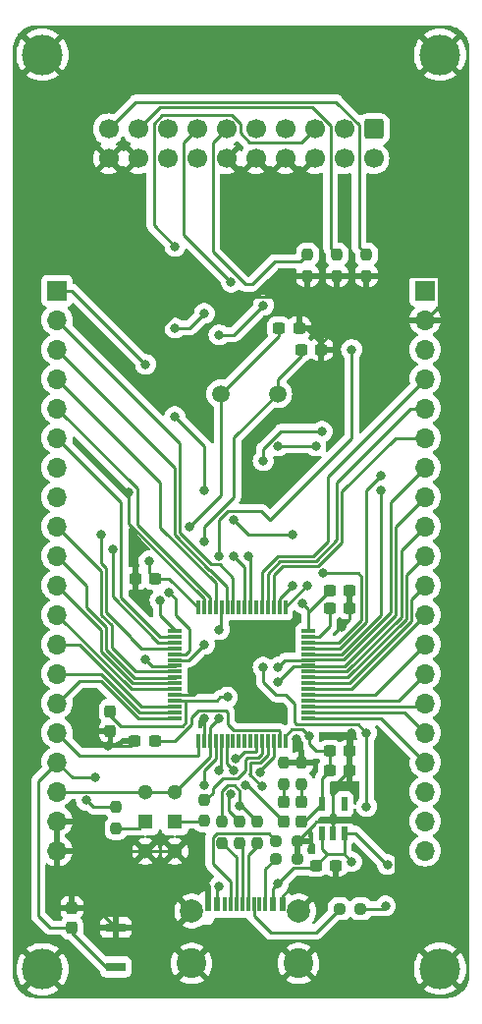
<source format=gbr>
%TF.GenerationSoftware,KiCad,Pcbnew,7.0.9*%
%TF.CreationDate,2023-12-16T00:09:07+09:00*%
%TF.ProjectId,STM32F405_dev_board,53544d33-3246-4343-9035-5f6465765f62,1.0.0*%
%TF.SameCoordinates,Original*%
%TF.FileFunction,Copper,L1,Top*%
%TF.FilePolarity,Positive*%
%FSLAX46Y46*%
G04 Gerber Fmt 4.6, Leading zero omitted, Abs format (unit mm)*
G04 Created by KiCad (PCBNEW 7.0.9) date 2023-12-16 00:09:07*
%MOMM*%
%LPD*%
G01*
G04 APERTURE LIST*
G04 Aperture macros list*
%AMRoundRect*
0 Rectangle with rounded corners*
0 $1 Rounding radius*
0 $2 $3 $4 $5 $6 $7 $8 $9 X,Y pos of 4 corners*
0 Add a 4 corners polygon primitive as box body*
4,1,4,$2,$3,$4,$5,$6,$7,$8,$9,$2,$3,0*
0 Add four circle primitives for the rounded corners*
1,1,$1+$1,$2,$3*
1,1,$1+$1,$4,$5*
1,1,$1+$1,$6,$7*
1,1,$1+$1,$8,$9*
0 Add four rect primitives between the rounded corners*
20,1,$1+$1,$2,$3,$4,$5,0*
20,1,$1+$1,$4,$5,$6,$7,0*
20,1,$1+$1,$6,$7,$8,$9,0*
20,1,$1+$1,$8,$9,$2,$3,0*%
G04 Aperture macros list end*
%TA.AperFunction,ComponentPad*%
%ADD10R,1.300000X1.300000*%
%TD*%
%TA.AperFunction,ComponentPad*%
%ADD11C,1.300000*%
%TD*%
%TA.AperFunction,SMDPad,CuDef*%
%ADD12R,0.600000X1.200000*%
%TD*%
%TA.AperFunction,SMDPad,CuDef*%
%ADD13R,0.300000X1.200000*%
%TD*%
%TA.AperFunction,SMDPad,CuDef*%
%ADD14R,1.200000X0.300000*%
%TD*%
%TA.AperFunction,SMDPad,CuDef*%
%ADD15RoundRect,0.237500X0.300000X0.237500X-0.300000X0.237500X-0.300000X-0.237500X0.300000X-0.237500X0*%
%TD*%
%TA.AperFunction,SMDPad,CuDef*%
%ADD16RoundRect,0.237500X0.237500X-0.300000X0.237500X0.300000X-0.237500X0.300000X-0.237500X-0.300000X0*%
%TD*%
%TA.AperFunction,SMDPad,CuDef*%
%ADD17RoundRect,0.237500X-0.300000X-0.237500X0.300000X-0.237500X0.300000X0.237500X-0.300000X0.237500X0*%
%TD*%
%TA.AperFunction,SMDPad,CuDef*%
%ADD18RoundRect,0.237500X-0.237500X0.250000X-0.237500X-0.250000X0.237500X-0.250000X0.237500X0.250000X0*%
%TD*%
%TA.AperFunction,SMDPad,CuDef*%
%ADD19R,1.700000X0.800000*%
%TD*%
%TA.AperFunction,SMDPad,CuDef*%
%ADD20RoundRect,0.237500X0.237500X-0.250000X0.237500X0.250000X-0.237500X0.250000X-0.237500X-0.250000X0*%
%TD*%
%TA.AperFunction,SMDPad,CuDef*%
%ADD21RoundRect,0.237500X-0.237500X0.287500X-0.237500X-0.287500X0.237500X-0.287500X0.237500X0.287500X0*%
%TD*%
%TA.AperFunction,ComponentPad*%
%ADD22C,3.500000*%
%TD*%
%TA.AperFunction,SMDPad,CuDef*%
%ADD23R,0.600000X1.250000*%
%TD*%
%TA.AperFunction,SMDPad,CuDef*%
%ADD24R,0.300000X1.250000*%
%TD*%
%TA.AperFunction,ComponentPad*%
%ADD25C,2.000000*%
%TD*%
%TA.AperFunction,ComponentPad*%
%ADD26C,2.565000*%
%TD*%
%TA.AperFunction,SMDPad,CuDef*%
%ADD27RoundRect,0.237500X-0.250000X-0.237500X0.250000X-0.237500X0.250000X0.237500X-0.250000X0.237500X0*%
%TD*%
%TA.AperFunction,SMDPad,CuDef*%
%ADD28RoundRect,0.237500X0.250000X0.237500X-0.250000X0.237500X-0.250000X-0.237500X0.250000X-0.237500X0*%
%TD*%
%TA.AperFunction,ComponentPad*%
%ADD29RoundRect,0.250000X-0.600000X0.600000X-0.600000X-0.600000X0.600000X-0.600000X0.600000X0.600000X0*%
%TD*%
%TA.AperFunction,ComponentPad*%
%ADD30C,1.700000*%
%TD*%
%TA.AperFunction,ComponentPad*%
%ADD31R,1.700000X1.700000*%
%TD*%
%TA.AperFunction,ComponentPad*%
%ADD32O,1.700000X1.700000*%
%TD*%
%TA.AperFunction,ComponentPad*%
%ADD33C,1.500000*%
%TD*%
%TA.AperFunction,ViaPad*%
%ADD34C,0.800000*%
%TD*%
%TA.AperFunction,Conductor*%
%ADD35C,0.250000*%
%TD*%
%TA.AperFunction,Conductor*%
%ADD36C,0.000000*%
%TD*%
G04 APERTURE END LIST*
D10*
%TO.P,S3,1,COM*%
%TO.N,Net-(S3-COM)*%
X139700000Y-126365000D03*
D11*
%TO.P,S3,2,NO*%
%TO.N,GND*%
X139700000Y-128905000D03*
%TO.P,S3,3,NC*%
%TO.N,VCC3V3*%
X139700000Y-123825000D03*
%TD*%
D10*
%TO.P,S2,1,COM*%
%TO.N,Net-(S2-COM)*%
X137160000Y-126365000D03*
D11*
%TO.P,S2,2,NO*%
%TO.N,GND*%
X137160000Y-128905000D03*
%TO.P,S2,3,NC*%
%TO.N,VCC3V3*%
X137160000Y-123825000D03*
%TD*%
D12*
%TO.P,PS1,1,IN*%
%TO.N,5V*%
X152405000Y-127341000D03*
%TO.P,PS1,2,GND*%
%TO.N,GND*%
X153355000Y-127341000D03*
%TO.P,PS1,3,EN*%
%TO.N,5V*%
X154305000Y-127341000D03*
%TO.P,PS1,4,NC*%
%TO.N,unconnected-(PS1-NC-Pad4)*%
X154305000Y-124841000D03*
%TO.P,PS1,5,OUT*%
%TO.N,VCC3V3*%
X152405000Y-124841000D03*
%TD*%
D13*
%TO.P,U1,17,PA3*%
%TO.N,PA3*%
X141715800Y-119415000D03*
D14*
%TO.P,U1,1,VBAT*%
%TO.N,VBAT*%
X139715800Y-109915000D03*
%TO.P,U1,2,PC13*%
%TO.N,PC13*%
X139715800Y-110415000D03*
%TO.P,U1,3,PC14*%
%TO.N,OSC32_IN*%
X139715800Y-110915000D03*
%TO.P,U1,4,PC15*%
%TO.N,OSC32_OUT*%
X139715800Y-111415000D03*
%TO.P,U1,5,PH0*%
%TO.N,OSC_IN*%
X139715800Y-111915000D03*
%TO.P,U1,6,PH1*%
%TO.N,OSC_OUT*%
X139715800Y-112415000D03*
%TO.P,U1,7,NRST*%
%TO.N,RESET*%
X139715800Y-112915000D03*
%TO.P,U1,8,PC0*%
%TO.N,PC0*%
X139715800Y-113415000D03*
%TO.P,U1,9,PC1*%
%TO.N,PC1*%
X139715800Y-113915000D03*
%TO.P,U1,10,PC2*%
%TO.N,PC2*%
X139715800Y-114415000D03*
%TO.P,U1,11,PC3*%
%TO.N,PC3*%
X139715800Y-114915000D03*
%TO.P,U1,12,VSSA*%
%TO.N,GND*%
X139715800Y-115415000D03*
%TO.P,U1,13,VDDA*%
%TO.N,VCC3V3*%
X139715800Y-115915000D03*
%TO.P,U1,14,PA0*%
%TO.N,PA0*%
X139715800Y-116415000D03*
%TO.P,U1,15,PA1*%
%TO.N,PA1*%
X139715800Y-116915000D03*
%TO.P,U1,16,PA2*%
%TO.N,PA2*%
X139715800Y-117415000D03*
D13*
%TO.P,U1,18,VSS*%
%TO.N,GND*%
X142215800Y-119415000D03*
%TO.P,U1,19,VDD*%
%TO.N,VCC3V3*%
X142715800Y-119415000D03*
%TO.P,U1,20,PA4*%
%TO.N,PA4*%
X143215800Y-119415000D03*
%TO.P,U1,21,PA5*%
%TO.N,PA5*%
X143715800Y-119415000D03*
%TO.P,U1,22,PA6*%
%TO.N,PA6*%
X144215800Y-119415000D03*
%TO.P,U1,23,PA7*%
%TO.N,PA7*%
X144715800Y-119415000D03*
%TO.P,U1,24,PC4*%
%TO.N,PC4*%
X145215800Y-119415000D03*
%TO.P,U1,25,PC5*%
%TO.N,PC5*%
X145715800Y-119415000D03*
%TO.P,U1,26,PB0*%
%TO.N,PB0*%
X146215800Y-119415000D03*
%TO.P,U1,27,PB1*%
%TO.N,PB1*%
X146715800Y-119415000D03*
%TO.P,U1,28,PB2*%
%TO.N,BOOT1*%
X147215800Y-119415000D03*
%TO.P,U1,29,PB10*%
%TO.N,PB10*%
X147715800Y-119415000D03*
%TO.P,U1,30,PB11*%
%TO.N,PB11*%
X148215800Y-119415000D03*
%TO.P,U1,31,VCAP_1*%
%TO.N,Net-(U1-VCAP_1)*%
X148715800Y-119415000D03*
%TO.P,U1,32,VDD*%
%TO.N,VCC3V3*%
X149215800Y-119415000D03*
D14*
%TO.P,U1,33,PB12*%
%TO.N,PB12*%
X151215800Y-117415000D03*
%TO.P,U1,34,PB13*%
%TO.N,PB13*%
X151215800Y-116915000D03*
%TO.P,U1,35,PB14*%
%TO.N,PB14*%
X151215800Y-116415000D03*
%TO.P,U1,36,PB15*%
%TO.N,PB15*%
X151215800Y-115915000D03*
%TO.P,U1,37,PC6*%
%TO.N,PC6*%
X151215800Y-115415000D03*
%TO.P,U1,38,PC7*%
%TO.N,PC7*%
X151215800Y-114915000D03*
%TO.P,U1,39,PC8*%
%TO.N,PC8*%
X151215800Y-114415000D03*
%TO.P,U1,40,PC9*%
%TO.N,PC9*%
X151215800Y-113915000D03*
%TO.P,U1,41,PA8*%
%TO.N,PA8*%
X151215800Y-113415000D03*
%TO.P,U1,42,PA9*%
%TO.N,PA9{slash}USART1_TX*%
X151215800Y-112915000D03*
%TO.P,U1,43,PA10*%
%TO.N,PA10{slash}USART1_RX*%
X151215800Y-112415000D03*
%TO.P,U1,44,PA11*%
%TO.N,PA11*%
X151215800Y-111915000D03*
%TO.P,U1,45,PA12*%
%TO.N,PA12*%
X151215800Y-111415000D03*
%TO.P,U1,46,PA13*%
%TO.N,JTMS{slash}SWDIO*%
X151215800Y-110915000D03*
%TO.P,U1,47,VCAP_2*%
%TO.N,Net-(U1-VCAP_2)*%
X151215800Y-110415000D03*
%TO.P,U1,48,VDD*%
%TO.N,VCC3V3*%
X151215800Y-109915000D03*
D13*
%TO.P,U1,49,PA14*%
%TO.N,JTCK{slash}SWCLK*%
X149215800Y-107915000D03*
%TO.P,U1,50,PA15*%
%TO.N,JTDI*%
X148715800Y-107915000D03*
%TO.P,U1,51,PC10*%
%TO.N,PC10*%
X148215800Y-107915000D03*
%TO.P,U1,52,PC11*%
%TO.N,PC11*%
X147715800Y-107915000D03*
%TO.P,U1,53,PC12*%
%TO.N,PC12*%
X147215800Y-107915000D03*
%TO.P,U1,54,PD2*%
%TO.N,PD2*%
X146715800Y-107915000D03*
%TO.P,U1,55,PB3*%
%TO.N,JTDO*%
X146215800Y-107915000D03*
%TO.P,U1,56,PB4*%
%TO.N,JNTRST*%
X145715800Y-107915000D03*
%TO.P,U1,57,PB5*%
%TO.N,PB5*%
X145215800Y-107915000D03*
%TO.P,U1,58,PB6*%
%TO.N,PB6*%
X144715800Y-107915000D03*
%TO.P,U1,59,PB7*%
%TO.N,PB7*%
X144215800Y-107915000D03*
%TO.P,U1,60,BOOT0*%
%TO.N,BOOT0*%
X143715800Y-107915000D03*
%TO.P,U1,61,PB8*%
%TO.N,PB8*%
X143215800Y-107915000D03*
%TO.P,U1,62,PB9*%
%TO.N,PB9*%
X142715800Y-107915000D03*
%TO.P,U1,63,VSS*%
%TO.N,GND*%
X142215800Y-107915000D03*
%TO.P,U1,64,VDD*%
%TO.N,VCC3V3*%
X141715800Y-107915000D03*
%TD*%
D15*
%TO.P,C18,1*%
%TO.N,GND*%
X154786500Y-120269000D03*
%TO.P,C18,2*%
%TO.N,VCC3V3*%
X153061500Y-120269000D03*
%TD*%
D16*
%TO.P,C16,1*%
%TO.N,GND*%
X134137400Y-118540700D03*
%TO.P,C16,2*%
%TO.N,VCC3V3*%
X134137400Y-116815700D03*
%TD*%
D15*
%TO.P,C14,1*%
%TO.N,GND*%
X154786500Y-106400600D03*
%TO.P,C14,2*%
%TO.N,VCC3V3*%
X153061500Y-106400600D03*
%TD*%
D17*
%TO.P,C13,1*%
%TO.N,GND*%
X136246700Y-119405400D03*
%TO.P,C13,2*%
%TO.N,Net-(U1-VCAP_1)*%
X137971700Y-119405400D03*
%TD*%
D15*
%TO.P,C9,1*%
%TO.N,GND*%
X154785400Y-107950000D03*
%TO.P,C9,2*%
%TO.N,Net-(U1-VCAP_2)*%
X153060400Y-107950000D03*
%TD*%
D17*
%TO.P,C8,1*%
%TO.N,GND*%
X136297500Y-105410000D03*
%TO.P,C8,2*%
%TO.N,VCC3V3*%
X138022500Y-105410000D03*
%TD*%
D15*
%TO.P,C4,1*%
%TO.N,GND*%
X153582500Y-130120000D03*
%TO.P,C4,2*%
%TO.N,5V*%
X151857500Y-130120000D03*
%TD*%
D18*
%TO.P,R6,1*%
%TO.N,GND*%
X150622000Y-121261500D03*
%TO.P,R6,2*%
%TO.N,Net-(D1-K)*%
X150622000Y-123086500D03*
%TD*%
%TO.P,R5,1*%
%TO.N,BOOT1*%
X142240000Y-124460000D03*
%TO.P,R5,2*%
%TO.N,Net-(S3-COM)*%
X142240000Y-126285000D03*
%TD*%
D19*
%TO.P,S1,1*%
%TO.N,GND*%
X134620000Y-135460000D03*
%TO.P,S1,2*%
%TO.N,RESET*%
X134620000Y-138860000D03*
%TD*%
D20*
%TO.P,R13,1*%
%TO.N,Net-(J6-DN2)*%
X143764000Y-128166500D03*
%TO.P,R13,2*%
%TO.N,USBDM*%
X143764000Y-126341500D03*
%TD*%
D15*
%TO.P,C3,1*%
%TO.N,GND*%
X152312500Y-85670000D03*
%TO.P,C3,2*%
%TO.N,OSC_OUT*%
X150587500Y-85670000D03*
%TD*%
D18*
%TO.P,R12,1*%
%TO.N,GND*%
X149098000Y-121261500D03*
%TO.P,R12,2*%
%TO.N,Net-(D2-K)*%
X149098000Y-123086500D03*
%TD*%
D21*
%TO.P,D1,1,K*%
%TO.N,Net-(D1-K)*%
X150622000Y-124601000D03*
%TO.P,D1,2,A*%
%TO.N,VCC3V3*%
X150622000Y-126351000D03*
%TD*%
D22*
%TO.P,REF\u002A\u002A,1*%
%TO.N,GND*%
X162560000Y-60270000D03*
%TD*%
D16*
%TO.P,C10,1*%
%TO.N,RESET*%
X130810000Y-135482500D03*
%TO.P,C10,2*%
%TO.N,GND*%
X130810000Y-133757500D03*
%TD*%
D23*
%TO.P,J6,A1,GND_1*%
%TO.N,GND*%
X142558000Y-133482000D03*
%TO.P,J6,A4,VBUS_1*%
%TO.N,5V*%
X143358000Y-133482000D03*
D24*
%TO.P,J6,A5,CC1*%
%TO.N,Net-(J6-CC1)*%
X144508000Y-133482000D03*
%TO.P,J6,A6,DP1*%
%TO.N,Net-(J6-DP1)*%
X145508000Y-133482000D03*
%TO.P,J6,A7,DN1*%
%TO.N,Net-(J6-DN1)*%
X146008000Y-133482000D03*
%TO.P,J6,A8,SBU1*%
%TO.N,unconnected-(J6-SBU1-PadA8)*%
X147008000Y-133482000D03*
D23*
%TO.P,J6,A9,VBUS_2*%
%TO.N,5V*%
X148158000Y-133482000D03*
%TO.P,J6,A12,GND_2*%
%TO.N,GND*%
X148958000Y-133482000D03*
D24*
%TO.P,J6,B5,CC2*%
%TO.N,Net-(J6-CC2)*%
X147508000Y-133482000D03*
%TO.P,J6,B6,DP2*%
%TO.N,Net-(J6-DP2)*%
X146508000Y-133482000D03*
%TO.P,J6,B7,DN2*%
%TO.N,Net-(J6-DN2)*%
X145008000Y-133482000D03*
%TO.P,J6,B8,SBU2*%
%TO.N,unconnected-(J6-SBU2-PadB8)*%
X144008000Y-133482000D03*
D25*
%TO.P,J6,MH3,MH3*%
%TO.N,GND*%
X141148000Y-134057000D03*
%TO.P,J6,MH4,MH4*%
X150368000Y-134057000D03*
D26*
%TO.P,J6,MH5,MH5*%
X141148000Y-138557000D03*
%TO.P,J6,MH6,MH6*%
X150368000Y-138557000D03*
%TD*%
D22*
%TO.P,REF\u002A\u002A,1*%
%TO.N,GND*%
X128285913Y-139053348D03*
%TD*%
%TO.P,REF\u002A\u002A,1*%
%TO.N,GND*%
X128270000Y-60270000D03*
%TD*%
D27*
%TO.P,R14,1*%
%TO.N,Net-(J6-DP2)*%
X153900500Y-133858000D03*
%TO.P,R14,2*%
%TO.N,USBDP*%
X155725500Y-133858000D03*
%TD*%
D28*
%TO.P,R1,1*%
%TO.N,GND*%
X150264500Y-129540000D03*
%TO.P,R1,2*%
%TO.N,Net-(J6-CC2)*%
X148439500Y-129540000D03*
%TD*%
D21*
%TO.P,D2,1,K*%
%TO.N,Net-(D2-K)*%
X149098000Y-124601000D03*
%TO.P,D2,2,A*%
%TO.N,PA4*%
X149098000Y-126351000D03*
%TD*%
D20*
%TO.P,R4,1*%
%TO.N,Net-(S2-COM)*%
X134620000Y-126920000D03*
%TO.P,R4,2*%
%TO.N,BOOT0*%
X134620000Y-125095000D03*
%TD*%
D29*
%TO.P,J1,1,VTREF*%
%TO.N,VCC3V3*%
X156845000Y-66675000D03*
D30*
%TO.P,J1,2,VCC/NC*%
X156845000Y-69215000D03*
%TO.P,J1,3,~{TRST}*%
%TO.N,JNTRST*%
X154305000Y-66675000D03*
%TO.P,J1,4,GND*%
%TO.N,GND*%
X154305000Y-69215000D03*
%TO.P,J1,5,TDI*%
%TO.N,JTDI*%
X151765000Y-66675000D03*
%TO.P,J1,6,GND*%
%TO.N,GND*%
X151765000Y-69215000D03*
%TO.P,J1,7,TMS/SWDIO*%
%TO.N,JTMS{slash}SWDIO*%
X149225000Y-66675000D03*
%TO.P,J1,8,GND*%
%TO.N,GND*%
X149225000Y-69215000D03*
%TO.P,J1,9,TCK/SWDCLK*%
%TO.N,JTCK{slash}SWCLK*%
X146685000Y-66675000D03*
%TO.P,J1,10,GND*%
%TO.N,GND*%
X146685000Y-69215000D03*
%TO.P,J1,11,RTCK*%
%TO.N,Net-(J1-RTCK)*%
X144145000Y-66675000D03*
%TO.P,J1,12,GND*%
%TO.N,GND*%
X144145000Y-69215000D03*
%TO.P,J1,13,TDO/SWO*%
%TO.N,JTDO*%
X141605000Y-66675000D03*
%TO.P,J1,14,GND*%
%TO.N,GND*%
X141605000Y-69215000D03*
%TO.P,J1,15,~{SRST}*%
%TO.N,RESET*%
X139065000Y-66675000D03*
%TO.P,J1,16,GND*%
%TO.N,GND*%
X139065000Y-69215000D03*
%TO.P,J1,17,DBGRQ/NC*%
%TO.N,Net-(J1-DBGRQ{slash}NC)*%
X136525000Y-66675000D03*
%TO.P,J1,18,GND*%
%TO.N,GND*%
X136525000Y-69215000D03*
%TO.P,J1,19,DBGACK/NC*%
%TO.N,Net-(J1-DBGACK{slash}NC)*%
X133985000Y-66675000D03*
%TO.P,J1,20,GND*%
%TO.N,GND*%
X133985000Y-69215000D03*
%TD*%
D20*
%TO.P,R7,1*%
%TO.N,Net-(J6-DN1)*%
X146812000Y-128166500D03*
%TO.P,R7,2*%
%TO.N,USBDM*%
X146812000Y-126341500D03*
%TD*%
D15*
%TO.P,C6,1*%
%TO.N,GND*%
X154786500Y-121920000D03*
%TO.P,C6,2*%
%TO.N,VCC3V3*%
X153061500Y-121920000D03*
%TD*%
%TO.P,C2,1*%
%TO.N,GND*%
X150402500Y-83820000D03*
%TO.P,C2,2*%
%TO.N,OSC_IN*%
X148677500Y-83820000D03*
%TD*%
D18*
%TO.P,R10,1*%
%TO.N,Net-(J1-RTCK)*%
X151130000Y-77482500D03*
%TO.P,R10,2*%
%TO.N,GND*%
X151130000Y-79307500D03*
%TD*%
D31*
%TO.P,J3,1,Pin_1*%
%TO.N,VCC3V3*%
X161290000Y-80590000D03*
D32*
%TO.P,J3,2,Pin_2*%
%TO.N,GND*%
X161290000Y-83130000D03*
%TO.P,J3,3,Pin_3*%
%TO.N,5V*%
X161290000Y-85670000D03*
%TO.P,J3,4,Pin_4*%
%TO.N,PC12*%
X161290000Y-88210000D03*
%TO.P,J3,5,Pin_5*%
%TO.N,PC11*%
X161290000Y-90750000D03*
%TO.P,J3,6,Pin_6*%
%TO.N,PC10*%
X161290000Y-93290000D03*
%TO.P,J3,7,Pin_7*%
%TO.N,PA10{slash}USART1_RX*%
X161290000Y-95830000D03*
%TO.P,J3,8,Pin_8*%
%TO.N,PA9{slash}USART1_TX*%
X161290000Y-98370000D03*
%TO.P,J3,9,Pin_9*%
%TO.N,PA8*%
X161290000Y-100910000D03*
%TO.P,J3,10,Pin_10*%
%TO.N,PC9*%
X161290000Y-103450000D03*
%TO.P,J3,11,Pin_11*%
%TO.N,PC8*%
X161290000Y-105990000D03*
%TO.P,J3,12,Pin_12*%
%TO.N,PC7*%
X161290000Y-108530000D03*
%TO.P,J3,13,Pin_13*%
%TO.N,PC6*%
X161290000Y-111070000D03*
%TO.P,J3,14,Pin_14*%
%TO.N,PB15*%
X161290000Y-113610000D03*
%TO.P,J3,15,Pin_15*%
%TO.N,PB14*%
X161290000Y-116150000D03*
%TO.P,J3,16,Pin_16*%
%TO.N,PB13*%
X161290000Y-118690000D03*
%TO.P,J3,17,Pin_17*%
%TO.N,PB12*%
X161290000Y-121230000D03*
%TO.P,J3,18,Pin_18*%
%TO.N,PB11*%
X161290000Y-123770000D03*
%TO.P,J3,19,Pin_19*%
%TO.N,PB10*%
X161290000Y-126310000D03*
%TO.P,J3,20,Pin_20*%
%TO.N,PB1*%
X161290000Y-128850000D03*
%TD*%
D22*
%TO.P,REF\u002A\u002A,1*%
%TO.N,GND*%
X162560000Y-139010000D03*
%TD*%
D18*
%TO.P,R9,1*%
%TO.N,Net-(J1-DBGACK{slash}NC)*%
X156210000Y-77482500D03*
%TO.P,R9,2*%
%TO.N,GND*%
X156210000Y-79307500D03*
%TD*%
%TO.P,R11,1*%
%TO.N,Net-(J1-DBGRQ{slash}NC)*%
X153670000Y-77482500D03*
%TO.P,R11,2*%
%TO.N,GND*%
X153670000Y-79307500D03*
%TD*%
D20*
%TO.P,R3,1*%
%TO.N,Net-(J6-DP1)*%
X145288000Y-128166500D03*
%TO.P,R3,2*%
%TO.N,USBDP*%
X145288000Y-126341500D03*
%TD*%
D33*
%TO.P,Y1,1,1*%
%TO.N,OSC_OUT*%
X148550000Y-89480000D03*
%TO.P,Y1,2,2*%
%TO.N,OSC_IN*%
X143670000Y-89480000D03*
%TD*%
D28*
%TO.P,R2,1*%
%TO.N,GND*%
X150264500Y-128016000D03*
%TO.P,R2,2*%
%TO.N,Net-(J6-CC1)*%
X148439500Y-128016000D03*
%TD*%
D31*
%TO.P,J2,1,Pin_1*%
%TO.N,VBAT*%
X129540000Y-80590000D03*
D32*
%TO.P,J2,2,Pin_2*%
%TO.N,PB6*%
X129540000Y-83130000D03*
%TO.P,J2,3,Pin_3*%
%TO.N,PB7*%
X129540000Y-85670000D03*
%TO.P,J2,4,Pin_4*%
%TO.N,PB8*%
X129540000Y-88210000D03*
%TO.P,J2,5,Pin_5*%
%TO.N,PB9*%
X129540000Y-90750000D03*
%TO.P,J2,6,Pin_6*%
%TO.N,PC13*%
X129540000Y-93290000D03*
%TO.P,J2,7,Pin_7*%
%TO.N,PA5*%
X129540000Y-95830000D03*
%TO.P,J2,8,Pin_8*%
%TO.N,PA6*%
X129540000Y-98370000D03*
%TO.P,J2,9,Pin_9*%
%TO.N,PC0*%
X129540000Y-100910000D03*
%TO.P,J2,10,Pin_10*%
%TO.N,PC1*%
X129540000Y-103450000D03*
%TO.P,J2,11,Pin_11*%
%TO.N,PC2*%
X129540000Y-105990000D03*
%TO.P,J2,12,Pin_12*%
%TO.N,PC3*%
X129540000Y-108530000D03*
%TO.P,J2,13,Pin_13*%
%TO.N,PA0*%
X129540000Y-111070000D03*
%TO.P,J2,14,Pin_14*%
%TO.N,PA1*%
X129540000Y-113610000D03*
%TO.P,J2,15,Pin_15*%
%TO.N,PA2*%
X129540000Y-116150000D03*
%TO.P,J2,16,Pin_16*%
%TO.N,PA3*%
X129540000Y-118690000D03*
%TO.P,J2,17,Pin_17*%
%TO.N,RESET*%
X129540000Y-121230000D03*
%TO.P,J2,18,Pin_18*%
%TO.N,VCC3V3*%
X129540000Y-123770000D03*
%TO.P,J2,19,Pin_19*%
%TO.N,GND*%
X129540000Y-126310000D03*
%TO.P,J2,20,Pin_20*%
X129540000Y-128850000D03*
%TD*%
D34*
%TO.N,VCC3V3*%
X150723600Y-107543600D03*
X137464800Y-103886000D03*
%TO.N,GND*%
X133959600Y-119811800D03*
X150215600Y-119253000D03*
%TO.N,VCC3V3*%
X143510000Y-117475000D03*
X144221200Y-115620800D03*
%TO.N,OSC_IN*%
X139210270Y-106635353D03*
X140970000Y-100910000D03*
%TO.N,OSC_OUT*%
X142240000Y-102180000D03*
X142240000Y-111070000D03*
%TO.N,OSC32_IN*%
X147320000Y-95250000D03*
X142240000Y-82550000D03*
X139700000Y-83820000D03*
X152400000Y-92710000D03*
X134345500Y-102870000D03*
%TO.N,OSC32_OUT*%
X149860000Y-101600000D03*
X139700000Y-91440000D03*
X142240000Y-97790000D03*
X133350000Y-101600000D03*
X144780000Y-100330000D03*
%TO.N,PA4*%
X142240000Y-123190000D03*
X145805012Y-123181153D03*
%TO.N,PA12*%
X157480000Y-96520000D03*
%TO.N,PA11*%
X157480000Y-97790000D03*
%TO.N,JNTRST*%
X144780000Y-103450000D03*
%TO.N,JTDI*%
X139700000Y-76780000D03*
X149860000Y-105990000D03*
%TO.N,JTMS{slash}SWDIO*%
X148590000Y-93980000D03*
X152434073Y-104953220D03*
X151854500Y-93980000D03*
%TO.N,JTCK{slash}SWCLK*%
X151130000Y-105990000D03*
%TO.N,JTDO*%
X143510000Y-84400000D03*
X144546054Y-79865958D03*
X146050000Y-103450000D03*
X147320000Y-81860000D03*
%TO.N,PA5*%
X143510000Y-121920000D03*
%TO.N,PA6*%
X144780000Y-121920000D03*
%TO.N,PB11*%
X147042557Y-122132652D03*
%TO.N,PB10*%
X147197652Y-123312348D03*
%TO.N,PB1*%
X144929500Y-120920497D03*
%TO.N,BOOT0*%
X143510000Y-109800000D03*
X132080000Y-124509500D03*
%TO.N,RESET*%
X143510000Y-103450000D03*
X137160000Y-112340000D03*
X154940000Y-85670000D03*
X132842000Y-122555000D03*
%TO.N,GND*%
X142240000Y-131445000D03*
X142205000Y-117475000D03*
X142218369Y-113562009D03*
X154940000Y-118690000D03*
X150241000Y-132080000D03*
X153670000Y-132080000D03*
X154109124Y-109595109D03*
X135722701Y-97957299D03*
X138430000Y-83820000D03*
%TO.N,5V*%
X143510000Y-131953000D03*
X156210000Y-118690000D03*
X156210000Y-125040000D03*
X147320000Y-113030000D03*
X158025500Y-130048000D03*
X154935701Y-129789701D03*
X148590000Y-131699000D03*
%TO.N,VCC3V3*%
X151257000Y-118999000D03*
%TO.N,VBAT*%
X137160000Y-86940000D03*
X138430000Y-107260000D03*
%TO.N,USBDP*%
X157861000Y-133604000D03*
X144526000Y-123952000D03*
%TO.N,USBDM*%
X145288000Y-124968000D03*
%TO.N,PA10{slash}USART1_RX*%
X148590000Y-113030000D03*
%TO.N,PA9{slash}USART1_TX*%
X148590000Y-114300000D03*
%TD*%
D35*
%TO.N,GND*%
X135840300Y-119811800D02*
X136246700Y-119405400D01*
X133959600Y-119811800D02*
X135840300Y-119811800D01*
X134137400Y-119634000D02*
X133959600Y-119811800D01*
X134137400Y-118540700D02*
X134137400Y-119634000D01*
%TO.N,VCC3V3*%
X134137400Y-117201124D02*
X134137400Y-116815700D01*
X135046276Y-118110000D02*
X134137400Y-117201124D01*
X140335000Y-118110000D02*
X135046276Y-118110000D01*
%TO.N,Net-(U1-VCAP_1)*%
X139675996Y-119405400D02*
X137971700Y-119405400D01*
X141090800Y-117990596D02*
X139675996Y-119405400D01*
X141090800Y-117354200D02*
X141090800Y-117990596D01*
X144235000Y-116930000D02*
X144055000Y-116750000D01*
X144055000Y-116750000D02*
X141695000Y-116750000D01*
X144235000Y-117945000D02*
X144235000Y-116930000D01*
X144780000Y-118490000D02*
X144235000Y-117945000D01*
X148690800Y-118490000D02*
X144780000Y-118490000D01*
X148715800Y-118515000D02*
X148690800Y-118490000D01*
X141695000Y-116750000D02*
X141090800Y-117354200D01*
X148715800Y-119415000D02*
X148715800Y-118515000D01*
%TO.N,VCC3V3*%
X151215800Y-108035800D02*
X151215800Y-108271700D01*
X150723600Y-107543600D02*
X151215800Y-108035800D01*
X143586200Y-115620800D02*
X143287000Y-115920000D01*
X144221200Y-115620800D02*
X143586200Y-115620800D01*
X143287000Y-115920000D02*
X139780000Y-115920000D01*
X149215800Y-118965000D02*
X149215800Y-119415000D01*
X149765800Y-118415000D02*
X149215800Y-118965000D01*
X150673000Y-118415000D02*
X149765800Y-118415000D01*
X151257000Y-118999000D02*
X150673000Y-118415000D01*
X137464800Y-104852300D02*
X138022500Y-105410000D01*
X137464800Y-103886000D02*
X137464800Y-104852300D01*
%TO.N,PA2*%
X131466200Y-114223800D02*
X129540000Y-116150000D01*
X136520812Y-117420000D02*
X133324612Y-114223800D01*
X133324612Y-114223800D02*
X131466200Y-114223800D01*
X139780000Y-117420000D02*
X136520812Y-117420000D01*
%TO.N,GND*%
X150215600Y-119253000D02*
X150495000Y-119380000D01*
X150622000Y-119507000D02*
X150215600Y-119253000D01*
X150622000Y-121261500D02*
X150622000Y-119507000D01*
X136297500Y-101246815D02*
X136297500Y-105410000D01*
X135722701Y-100672016D02*
X136297500Y-101246815D01*
X154786500Y-107948900D02*
X154785400Y-107950000D01*
X154786500Y-106400600D02*
X154786500Y-107948900D01*
X142215800Y-118515115D02*
X142205000Y-118504315D01*
X142215800Y-119415000D02*
X142215800Y-118515115D01*
%TO.N,VCC3V3*%
X143510000Y-117420000D02*
X143510000Y-117420000D01*
X143510000Y-117475000D02*
X143510000Y-117420000D01*
X143455000Y-117475000D02*
X143510000Y-117475000D01*
%TO.N,PA3*%
X141705000Y-120650000D02*
X131500000Y-120650000D01*
X131500000Y-120650000D02*
X129540000Y-118690000D01*
X141705000Y-119345000D02*
X141705000Y-120650000D01*
%TO.N,GND*%
X142205000Y-117475000D02*
X142205000Y-118504315D01*
%TO.N,VCC3V3*%
X140640800Y-117804200D02*
X140335000Y-118110000D01*
X140640800Y-115940000D02*
X140640800Y-117804200D01*
X140615800Y-115915000D02*
X140640800Y-115940000D01*
X139715800Y-115915000D02*
X140615800Y-115915000D01*
%TO.N,PA1*%
X136657208Y-116920000D02*
X139780000Y-116920000D01*
X129540000Y-113610000D02*
X133347208Y-113610000D01*
X133347208Y-113610000D02*
X136657208Y-116920000D01*
%TO.N,PA0*%
X131443604Y-111070000D02*
X129540000Y-111070000D01*
X139710800Y-116420000D02*
X136793604Y-116420000D01*
X139715800Y-116415000D02*
X139710800Y-116420000D01*
X136793604Y-116420000D02*
X131443604Y-111070000D01*
%TO.N,GND*%
X154940000Y-120115500D02*
X154786500Y-120269000D01*
X154940000Y-118690000D02*
X154940000Y-120115500D01*
X154786500Y-108917733D02*
X154109124Y-109595109D01*
X154786500Y-107950000D02*
X154786500Y-108917733D01*
%TO.N,Net-(U1-VCAP_2)*%
X152115800Y-110415000D02*
X151215800Y-110415000D01*
X153061500Y-109469300D02*
X152115800Y-110415000D01*
X153061500Y-107950000D02*
X153061500Y-109469300D01*
%TO.N,VCC3V3*%
X151215800Y-108271700D02*
X151215800Y-109915000D01*
X153061500Y-106426000D02*
X151215800Y-108271700D01*
%TO.N,JTMS{slash}SWDIO*%
X153808832Y-110920000D02*
X151130000Y-110920000D01*
X155760000Y-108968832D02*
X153808832Y-110920000D01*
X155760000Y-105214000D02*
X155760000Y-108968832D01*
X155499220Y-104953220D02*
X155760000Y-105214000D01*
X152434073Y-104953220D02*
X155499220Y-104953220D01*
%TO.N,PA4*%
X145805012Y-123181153D02*
X145928153Y-123181153D01*
X145928153Y-123181153D02*
X149098000Y-126351000D01*
%TO.N,VCC3V3*%
X152405000Y-122576500D02*
X152405000Y-124841000D01*
X153061500Y-121920000D02*
X152405000Y-122576500D01*
X153061500Y-120269000D02*
X153061500Y-121920000D01*
%TO.N,GND*%
X154786500Y-121920000D02*
X153350000Y-123356500D01*
X153350000Y-123356500D02*
X153350000Y-126310000D01*
X154786500Y-120269000D02*
X154786500Y-121920000D01*
%TO.N,VCC3V3*%
X151846500Y-120269000D02*
X151257000Y-119679500D01*
X153061500Y-120269000D02*
X151846500Y-120269000D01*
%TO.N,PB10*%
X147063592Y-121240000D02*
X147705000Y-120598592D01*
X146220305Y-122141396D02*
X146220305Y-121240000D01*
X146220305Y-121240000D02*
X147063592Y-121240000D01*
X147705000Y-120598592D02*
X147705000Y-119345000D01*
X146123503Y-122238198D02*
X146220305Y-122141396D01*
X147197652Y-123312348D02*
X146123503Y-122238198D01*
%TO.N,PB11*%
X148205000Y-120734988D02*
X148205000Y-119345000D01*
X147042557Y-121897431D02*
X148205000Y-120734988D01*
X147042557Y-122132652D02*
X147042557Y-121897431D01*
%TO.N,BOOT1*%
X146877196Y-120790000D02*
X147205000Y-120462196D01*
X143801000Y-122645000D02*
X145080305Y-122645000D01*
X142965000Y-123481000D02*
X143801000Y-122645000D01*
X145964503Y-120790000D02*
X146877196Y-120790000D01*
X142965000Y-123838500D02*
X142965000Y-123481000D01*
X145080305Y-122645000D02*
X145770305Y-121955000D01*
X145770305Y-121955000D02*
X145770305Y-120984198D01*
X147205000Y-120462196D02*
X147205000Y-119345000D01*
X142240000Y-124563500D02*
X142965000Y-123838500D01*
X145770305Y-120984198D02*
X145964503Y-120790000D01*
%TO.N,PB1*%
X146705000Y-120325800D02*
X146705000Y-119345000D01*
X146690800Y-120340000D02*
X146705000Y-120325800D01*
X145725000Y-120340000D02*
X146690800Y-120340000D01*
X145144503Y-120920497D02*
X145725000Y-120340000D01*
X144929500Y-120920497D02*
X145144503Y-120920497D01*
%TO.N,PA12*%
X156210000Y-109155228D02*
X153945228Y-111420000D01*
X156210000Y-97790000D02*
X156210000Y-109155228D01*
X153945228Y-111420000D02*
X151130000Y-111420000D01*
X157480000Y-96520000D02*
X156210000Y-97790000D01*
%TO.N,PA11*%
X154081624Y-111920000D02*
X151130000Y-111920000D01*
X157480000Y-108521624D02*
X154081624Y-111920000D01*
X157480000Y-97790000D02*
X157480000Y-108521624D01*
%TO.N,PA10{slash}USART1_RX*%
X154243020Y-112395000D02*
X151130000Y-112395000D01*
X158300000Y-108338020D02*
X154243020Y-112395000D01*
X158300000Y-98820000D02*
X158300000Y-108338020D01*
X149200000Y-112420000D02*
X148590000Y-113030000D01*
X161290000Y-95830000D02*
X158300000Y-98820000D01*
X151130000Y-112395000D02*
X151130000Y-112420000D01*
X151130000Y-112420000D02*
X149200000Y-112420000D01*
%TO.N,PA9{slash}USART1_TX*%
X158750000Y-100910000D02*
X161290000Y-98370000D01*
X149970000Y-112920000D02*
X154354416Y-112920000D01*
X148590000Y-114300000D02*
X149970000Y-112920000D01*
X154354416Y-112920000D02*
X158750000Y-108524416D01*
X158750000Y-108524416D02*
X158750000Y-100910000D01*
%TO.N,PA8*%
X159215000Y-108695812D02*
X159215000Y-102985000D01*
X154490812Y-113420000D02*
X159215000Y-108695812D01*
X151130000Y-113420000D02*
X154490812Y-113420000D01*
X159215000Y-102985000D02*
X161290000Y-100910000D01*
%TO.N,PC9*%
X154627208Y-113920000D02*
X151130000Y-113920000D01*
X159665000Y-108882208D02*
X154627208Y-113920000D01*
X159665000Y-105075000D02*
X159665000Y-108882208D01*
X161290000Y-103450000D02*
X159665000Y-105075000D01*
%TO.N,PC8*%
X160115000Y-107165000D02*
X161290000Y-105990000D01*
X160115000Y-109068604D02*
X160115000Y-107165000D01*
X154763604Y-114420000D02*
X160115000Y-109068604D01*
X151130000Y-114420000D02*
X154763604Y-114420000D01*
%TO.N,VCC3V3*%
X139210800Y-105410000D02*
X138022500Y-105410000D01*
X141715800Y-107915000D02*
X139210800Y-105410000D01*
%TO.N,OSC_IN*%
X140970000Y-109769315D02*
X140970000Y-111570685D01*
X139730685Y-108530000D02*
X140970000Y-109769315D01*
X140620685Y-111920000D02*
X139780000Y-111920000D01*
X139210270Y-106635353D02*
X139730685Y-107155768D01*
X140970000Y-111570685D02*
X140620685Y-111920000D01*
X139730685Y-107155768D02*
X139730685Y-108530000D01*
X148677500Y-83820000D02*
X148677500Y-84472500D01*
X148677500Y-84472500D02*
X143670000Y-89480000D01*
X143670000Y-89480000D02*
X143670000Y-98210000D01*
X143670000Y-98210000D02*
X140970000Y-100910000D01*
%TO.N,OSC_OUT*%
X140890000Y-112420000D02*
X139780000Y-112420000D01*
X150587500Y-86212500D02*
X148550000Y-88250000D01*
X144780000Y-93250000D02*
X148550000Y-89480000D01*
X142240000Y-102180000D02*
X142240000Y-100910000D01*
X148550000Y-89480000D02*
X148550000Y-88250000D01*
X150587500Y-85670000D02*
X150587500Y-86212500D01*
X144780000Y-98370000D02*
X144780000Y-93250000D01*
X142240000Y-100910000D02*
X144780000Y-98370000D01*
X142240000Y-111070000D02*
X140890000Y-112420000D01*
%TO.N,Net-(D1-K)*%
X150622000Y-124601000D02*
X150622000Y-123086500D01*
%TO.N,OSC32_IN*%
X134345500Y-106985500D02*
X138280000Y-110920000D01*
X152400000Y-92710000D02*
X148834695Y-92710000D01*
X140970000Y-83820000D02*
X139700000Y-83820000D01*
X134345500Y-102870000D02*
X134345500Y-106985500D01*
X138280000Y-110920000D02*
X139780000Y-110920000D01*
X148834695Y-92710000D02*
X147320000Y-94224695D01*
X147320000Y-94224695D02*
X147320000Y-95250000D01*
X142240000Y-82550000D02*
X140970000Y-83820000D01*
%TO.N,OSC32_OUT*%
X146050000Y-101600000D02*
X144780000Y-100330000D01*
X139700000Y-91440000D02*
X142240000Y-93980000D01*
X135890000Y-110490000D02*
X135890000Y-110430812D01*
X139780000Y-111420000D02*
X136820000Y-111420000D01*
X136820000Y-111420000D02*
X135890000Y-110490000D01*
X133800000Y-104533604D02*
X133350000Y-104083604D01*
X135890000Y-110430812D02*
X133800000Y-108340812D01*
X133800000Y-108340812D02*
X133800000Y-104533604D01*
X142240000Y-93980000D02*
X142240000Y-97790000D01*
X133350000Y-104083604D02*
X133350000Y-101600000D01*
X149860000Y-101600000D02*
X146050000Y-101600000D01*
%TO.N,PA4*%
X143205000Y-120955000D02*
X143205000Y-119345000D01*
X142240000Y-123190000D02*
X142240000Y-121920000D01*
X142240000Y-121920000D02*
X143205000Y-120955000D01*
%TO.N,Net-(J1-RTCK)*%
X142970000Y-67850000D02*
X144145000Y-66675000D01*
X145749695Y-80045000D02*
X142970000Y-77265305D01*
X148320305Y-78075000D02*
X146350305Y-80045000D01*
X150537500Y-78075000D02*
X151130000Y-77482500D01*
X146350305Y-80045000D02*
X145749695Y-80045000D01*
X142970000Y-77265305D02*
X142970000Y-67850000D01*
X148320305Y-78075000D02*
X150537500Y-78075000D01*
%TO.N,Net-(J1-DBGRQ{slash}NC)*%
X153130000Y-66378299D02*
X151521701Y-64770000D01*
X153130000Y-76942500D02*
X153130000Y-66378299D01*
X138430000Y-64770000D02*
X136525000Y-66675000D01*
X153670000Y-77482500D02*
X153130000Y-76942500D01*
X151521701Y-64770000D02*
X138430000Y-64770000D01*
%TO.N,Net-(J1-DBGACK{slash}NC)*%
X153611701Y-64320000D02*
X155575000Y-66283299D01*
X155575000Y-66283299D02*
X155575000Y-76847500D01*
X155575000Y-76847500D02*
X156210000Y-77482500D01*
X133985000Y-66675000D02*
X136340000Y-64320000D01*
X136340000Y-64320000D02*
X153611701Y-64320000D01*
%TO.N,JNTRST*%
X145705000Y-104375000D02*
X144780000Y-103450000D01*
X145705000Y-107995000D02*
X145705000Y-104375000D01*
%TO.N,JTDI*%
X144631701Y-65500000D02*
X138578299Y-65500000D01*
X145320000Y-66188299D02*
X144631701Y-65500000D01*
X138578299Y-65500000D02*
X137890000Y-66188299D01*
X148705000Y-107145000D02*
X148705000Y-107995000D01*
X146145000Y-67850000D02*
X145320000Y-67025000D01*
X137890000Y-74970000D02*
X139700000Y-76780000D01*
X150590000Y-67850000D02*
X146145000Y-67850000D01*
X149860000Y-105990000D02*
X148705000Y-107145000D01*
X137890000Y-66188299D02*
X137890000Y-74970000D01*
X145320000Y-67025000D02*
X145320000Y-66188299D01*
X151765000Y-66675000D02*
X150590000Y-67850000D01*
%TO.N,JTMS{slash}SWDIO*%
X148590000Y-93980000D02*
X151820000Y-93980000D01*
%TO.N,JTCK{slash}SWCLK*%
X149205000Y-107915000D02*
X151130000Y-105990000D01*
X149205000Y-107995000D02*
X149205000Y-107915000D01*
%TO.N,JTDO*%
X146050000Y-103450000D02*
X146205000Y-103605000D01*
X141605000Y-66675000D02*
X140430000Y-67850000D01*
X144780000Y-84400000D02*
X143510000Y-84400000D01*
X147320000Y-81860000D02*
X144780000Y-84400000D01*
X146205000Y-103605000D02*
X146205000Y-107995000D01*
X140430000Y-67850000D02*
X140430000Y-75749904D01*
X140430000Y-75749904D02*
X144546054Y-79865958D01*
%TO.N,PB6*%
X144705000Y-107995000D02*
X144705000Y-105335000D01*
X142858604Y-104175000D02*
X140150000Y-101466396D01*
X143545000Y-104175000D02*
X142858604Y-104175000D01*
X144705000Y-105335000D02*
X143545000Y-104175000D01*
X140150000Y-101466396D02*
X140150000Y-93740000D01*
X140150000Y-93740000D02*
X129540000Y-83130000D01*
%TO.N,PB7*%
X144205000Y-107995000D02*
X144205000Y-106105000D01*
X142725000Y-104625000D02*
X142672208Y-104625000D01*
X139700000Y-95830000D02*
X129540000Y-85670000D01*
X144205000Y-106105000D02*
X142725000Y-104625000D01*
X139700000Y-101652792D02*
X139700000Y-95830000D01*
X142672208Y-104625000D02*
X139700000Y-101652792D01*
%TO.N,PB8*%
X129540000Y-88210000D02*
X138430000Y-97100000D01*
X143205000Y-105794188D02*
X143205000Y-107995000D01*
X138430000Y-97100000D02*
X138430000Y-101019188D01*
X138430000Y-101019188D02*
X143205000Y-105794188D01*
%TO.N,PB9*%
X142705000Y-107017919D02*
X142705000Y-107995000D01*
X129540000Y-90750000D02*
X136447701Y-97657701D01*
X136447701Y-97657701D02*
X136447701Y-100760620D01*
X136447701Y-100760620D02*
X142705000Y-107017919D01*
%TO.N,PC13*%
X138416396Y-110420000D02*
X139780000Y-110420000D01*
X135070000Y-107073604D02*
X138416396Y-110420000D01*
X129540000Y-93290000D02*
X135070000Y-98820000D01*
X135070000Y-98820000D02*
X135070000Y-107073604D01*
%TO.N,PA5*%
X143705000Y-119345000D02*
X143705000Y-121725000D01*
X143705000Y-121725000D02*
X143510000Y-121920000D01*
%TO.N,PA6*%
X144205000Y-119345000D02*
X144205000Y-121345000D01*
X144205000Y-121345000D02*
X144780000Y-121920000D01*
%TO.N,PC0*%
X134250000Y-109427208D02*
X133350000Y-108527208D01*
X136339188Y-113420000D02*
X134250000Y-111330812D01*
X133350000Y-108527208D02*
X133350000Y-104720000D01*
X139780000Y-113420000D02*
X136339188Y-113420000D01*
X134250000Y-111330812D02*
X134250000Y-109427208D01*
X133350000Y-104720000D02*
X129540000Y-100910000D01*
%TO.N,PC1*%
X133800000Y-111517208D02*
X136227792Y-113945000D01*
X132080000Y-105995584D02*
X132080000Y-107893604D01*
X129540000Y-103450000D02*
X129540000Y-103455584D01*
X136227792Y-113945000D02*
X139755000Y-113945000D01*
X129540000Y-103455584D02*
X132080000Y-105995584D01*
X139755000Y-113945000D02*
X139780000Y-113920000D01*
X133800000Y-109613604D02*
X133800000Y-111517208D01*
X132080000Y-107893604D02*
X133800000Y-109613604D01*
%TO.N,PC2*%
X133350000Y-109800000D02*
X129540000Y-105990000D01*
X133350000Y-111703604D02*
X133350000Y-109800000D01*
X139780000Y-114420000D02*
X136066396Y-114420000D01*
X136066396Y-114420000D02*
X133350000Y-111703604D01*
%TO.N,PC3*%
X129540000Y-108530000D02*
X135930000Y-114920000D01*
X135930000Y-114920000D02*
X139780000Y-114920000D01*
%TO.N,PC12*%
X152875000Y-102235000D02*
X151660000Y-103450000D01*
X161290000Y-88210000D02*
X152875000Y-96625000D01*
X151660000Y-103450000D02*
X148590000Y-103450000D01*
X148590000Y-103450000D02*
X147205000Y-104835000D01*
X152875000Y-96625000D02*
X152875000Y-102235000D01*
X147205000Y-104835000D02*
X147205000Y-107995000D01*
%TO.N,PC11*%
X160020000Y-90750000D02*
X161290000Y-90750000D01*
X148776396Y-103900000D02*
X151846396Y-103900000D01*
X153670000Y-97100000D02*
X160020000Y-90750000D01*
X153670000Y-102076396D02*
X153670000Y-97100000D01*
X147705000Y-107995000D02*
X147705000Y-104971396D01*
X147705000Y-104971396D02*
X148776396Y-103900000D01*
X151846396Y-103900000D02*
X153670000Y-102076396D01*
%TO.N,PC10*%
X148205000Y-105107792D02*
X148205000Y-107995000D01*
X152032792Y-104350000D02*
X148962792Y-104350000D01*
X148962792Y-104350000D02*
X148205000Y-105107792D01*
X161290000Y-93290000D02*
X158750000Y-93290000D01*
X158750000Y-93290000D02*
X154120000Y-97920000D01*
X154120000Y-97920000D02*
X154120000Y-102262792D01*
X154120000Y-102262792D02*
X152032792Y-104350000D01*
%TO.N,PC7*%
X161290000Y-108530000D02*
X154900000Y-114920000D01*
X154900000Y-114920000D02*
X151130000Y-114920000D01*
%TO.N,PC6*%
X151130000Y-115420000D02*
X156940000Y-115420000D01*
X156940000Y-115420000D02*
X161290000Y-111070000D01*
%TO.N,PB15*%
X158980000Y-115920000D02*
X151130000Y-115920000D01*
X161290000Y-113610000D02*
X158980000Y-115920000D01*
%TO.N,PB14*%
X151130000Y-116420000D02*
X161020000Y-116420000D01*
X161020000Y-116420000D02*
X161290000Y-116150000D01*
%TO.N,Net-(S2-COM)*%
X134620000Y-126920000D02*
X136605000Y-126920000D01*
X136605000Y-126920000D02*
X137160000Y-126365000D01*
%TO.N,Net-(J6-CC1)*%
X144488000Y-133462000D02*
X144508000Y-133482000D01*
X147777500Y-127354000D02*
X144680000Y-127354000D01*
X142964000Y-130010000D02*
X144488000Y-131534000D01*
X143293505Y-127354000D02*
X142964000Y-127683505D01*
X142964000Y-127683505D02*
X142964000Y-130010000D01*
X144488000Y-131534000D02*
X144488000Y-133462000D01*
X144626000Y-127354000D02*
X143293505Y-127354000D01*
X148439500Y-128016000D02*
X147777500Y-127354000D01*
%TO.N,Net-(J6-DP1)*%
X145288000Y-128166500D02*
X145508000Y-128386500D01*
X145508000Y-128386500D02*
X145508000Y-133482000D01*
%TO.N,Net-(J6-DN1)*%
X146008000Y-129224500D02*
X146008000Y-133482000D01*
X146812000Y-128420500D02*
X146008000Y-129224500D01*
X146812000Y-128166500D02*
X146812000Y-128420500D01*
%TO.N,Net-(J6-CC2)*%
X148397000Y-129540000D02*
X147508000Y-130429000D01*
X148439500Y-129540000D02*
X148397000Y-129540000D01*
X147508000Y-130429000D02*
X147508000Y-133482000D01*
%TO.N,PB13*%
X161290000Y-118690000D02*
X159520000Y-116920000D01*
X159520000Y-116920000D02*
X151130000Y-116920000D01*
%TO.N,PB12*%
X157480000Y-117420000D02*
X161290000Y-121230000D01*
X151130000Y-117420000D02*
X157480000Y-117420000D01*
%TO.N,BOOT0*%
X134620000Y-125095000D02*
X132665500Y-125095000D01*
X143705000Y-109605000D02*
X143510000Y-109800000D01*
X132665500Y-125095000D02*
X132080000Y-124509500D01*
X143705000Y-107995000D02*
X143705000Y-109605000D01*
%TO.N,Net-(D2-K)*%
X149098000Y-124601000D02*
X149098000Y-123086500D01*
%TO.N,RESET*%
X147900000Y-100330000D02*
X147175000Y-99605000D01*
X130810000Y-135890000D02*
X133780000Y-138860000D01*
X130810000Y-135482500D02*
X128958500Y-135482500D01*
X130810000Y-135482500D02*
X130810000Y-135890000D01*
X128958500Y-135482500D02*
X127915000Y-134439000D01*
X130865000Y-122555000D02*
X132842000Y-122555000D01*
X139780000Y-112920000D02*
X137740000Y-112920000D01*
X144235000Y-99605000D02*
X143510000Y-100330000D01*
X154940000Y-85670000D02*
X154940000Y-93290000D01*
X154940000Y-93290000D02*
X147900000Y-100330000D01*
X127915000Y-122855000D02*
X129540000Y-121230000D01*
X137740000Y-112920000D02*
X137160000Y-112340000D01*
X127915000Y-134439000D02*
X127915000Y-122855000D01*
X147175000Y-99605000D02*
X144235000Y-99605000D01*
X129540000Y-121230000D02*
X130865000Y-122555000D01*
X133780000Y-138860000D02*
X134620000Y-138860000D01*
X143510000Y-100330000D02*
X143510000Y-103450000D01*
%TO.N,GND*%
X151780000Y-126513495D02*
X150277495Y-128016000D01*
X130810000Y-133757500D02*
X132917500Y-133757500D01*
X162465000Y-81955000D02*
X162465000Y-79320000D01*
X156790000Y-126310000D02*
X153416000Y-126310000D01*
X142621000Y-133419000D02*
X142558000Y-133482000D01*
X142218369Y-113562009D02*
X142218369Y-114509930D01*
X142205000Y-107154315D02*
X142205000Y-107995000D01*
X151130000Y-79307500D02*
X153670000Y-79307500D01*
X156210000Y-79307500D02*
X153670000Y-79307500D01*
X142218369Y-114509930D02*
X141308299Y-115420000D01*
X148958000Y-132728000D02*
X148958000Y-133482000D01*
X153416000Y-126310000D02*
X153350000Y-126310000D01*
X153350000Y-126310000D02*
X153350000Y-127315000D01*
X150277495Y-128016000D02*
X150264500Y-128016000D01*
X142240000Y-131445000D02*
X142240000Y-131410000D01*
X153582500Y-130120000D02*
X153582500Y-131992500D01*
X151780000Y-126416000D02*
X151780000Y-126513495D01*
X153670000Y-132080000D02*
X158750000Y-132080000D01*
X153416000Y-126310000D02*
X151886000Y-126310000D01*
X161290000Y-83130000D02*
X162465000Y-81955000D01*
X151886000Y-126310000D02*
X151780000Y-126416000D01*
X129540000Y-128850000D02*
X129540000Y-126310000D01*
X158750000Y-132080000D02*
X158750000Y-128270000D01*
X162465000Y-79415000D02*
X162465000Y-79320000D01*
X153582500Y-131992500D02*
X153670000Y-132080000D01*
X150241000Y-132080000D02*
X149606000Y-132080000D01*
X152312500Y-85127500D02*
X152312500Y-85670000D01*
X142240000Y-131445000D02*
X142621000Y-131826000D01*
X132917500Y-133102500D02*
X137155000Y-128865000D01*
X154310000Y-83130000D02*
X152312500Y-85127500D01*
X142240000Y-131410000D02*
X139695000Y-128865000D01*
X138430000Y-83820000D02*
X141115000Y-81135000D01*
X151005000Y-83820000D02*
X152312500Y-85127500D01*
X137160000Y-128870000D02*
X137155000Y-128865000D01*
X149098000Y-121261500D02*
X150622000Y-121261500D01*
X156210000Y-79307500D02*
X162357500Y-79307500D01*
X132917500Y-133757500D02*
X134620000Y-135460000D01*
X150241000Y-132080000D02*
X153670000Y-132080000D01*
X139695000Y-128865000D02*
X137155000Y-128865000D01*
X135722701Y-100672016D02*
X142205000Y-107154315D01*
X161290000Y-83130000D02*
X154310000Y-83130000D01*
X135722701Y-97957299D02*
X135722701Y-100672016D01*
X152315000Y-81135000D02*
X154310000Y-83130000D01*
X150264500Y-128016000D02*
X150264500Y-129540000D01*
X142621000Y-131826000D02*
X142621000Y-133419000D01*
X150402500Y-83820000D02*
X151005000Y-83820000D01*
X141308299Y-115420000D02*
X139780000Y-115420000D01*
X149606000Y-132080000D02*
X148958000Y-132728000D01*
D36*
X128270000Y-60270000D02*
X129540000Y-60270000D01*
D35*
X137155000Y-128865000D02*
X129555000Y-128865000D01*
X150264500Y-129540000D02*
X150484500Y-129320000D01*
X141115000Y-81135000D02*
X152315000Y-81135000D01*
X132917500Y-133757500D02*
X132917500Y-133102500D01*
X158750000Y-128270000D02*
X156790000Y-126310000D01*
X142275000Y-131445000D02*
X142240000Y-131445000D01*
X129555000Y-128865000D02*
X129540000Y-128850000D01*
X162357500Y-79307500D02*
X162465000Y-79415000D01*
%TO.N,5V*%
X154305000Y-129159000D02*
X152818500Y-129159000D01*
X150223000Y-117965000D02*
X155485000Y-117965000D01*
X148158000Y-133482000D02*
X148158000Y-132131000D01*
X149949000Y-130340000D02*
X148590000Y-131699000D01*
X152818500Y-129159000D02*
X151857500Y-130120000D01*
X154305000Y-127341000D02*
X154305000Y-129159000D01*
X150030000Y-117772000D02*
X150223000Y-117965000D01*
X148445000Y-115425000D02*
X149265305Y-115425000D01*
X155485000Y-117965000D02*
X156210000Y-118690000D01*
X152405000Y-127341000D02*
X152405000Y-128745500D01*
X154305000Y-129159000D02*
X154935701Y-129789701D01*
X147320000Y-114300000D02*
X148445000Y-115425000D01*
X158025500Y-130048000D02*
X157988000Y-130048000D01*
X151857500Y-130120000D02*
X151637500Y-130340000D01*
X143358000Y-132105000D02*
X143358000Y-133482000D01*
X156210000Y-118690000D02*
X156210000Y-125040000D01*
X149265305Y-115425000D02*
X150030000Y-116189695D01*
X148158000Y-132131000D02*
X148590000Y-131699000D01*
X157988000Y-130048000D02*
X155255000Y-127315000D01*
X147320000Y-113030000D02*
X147320000Y-114300000D01*
X150030000Y-116189695D02*
X150030000Y-117772000D01*
X152405000Y-128745500D02*
X152818500Y-129159000D01*
X155255000Y-127315000D02*
X154300000Y-127315000D01*
X154935701Y-129789701D02*
X154697176Y-129789701D01*
X143510000Y-131953000D02*
X143358000Y-132105000D01*
X151637500Y-130340000D02*
X149949000Y-130340000D01*
%TO.N,VCC3V3*%
X151257000Y-119679500D02*
X151257000Y-118999000D01*
X150895000Y-126351000D02*
X152405000Y-124841000D01*
X129555000Y-123785000D02*
X129540000Y-123770000D01*
X150622000Y-126351000D02*
X150895000Y-126351000D01*
X142705000Y-120775000D02*
X139695000Y-123785000D01*
X142705000Y-118225000D02*
X143455000Y-117475000D01*
X139695000Y-123785000D02*
X137155000Y-123785000D01*
X142705000Y-119345000D02*
X142705000Y-120775000D01*
X137155000Y-123785000D02*
X129555000Y-123785000D01*
X142705000Y-119345000D02*
X142705000Y-118225000D01*
%TO.N,VBAT*%
X130810000Y-80590000D02*
X129540000Y-80590000D01*
X138430000Y-107260000D02*
X138430000Y-108570000D01*
X138430000Y-108570000D02*
X139780000Y-109920000D01*
X137160000Y-86940000D02*
X130810000Y-80590000D01*
%TO.N,USBDP*%
X144320000Y-125373500D02*
X145288000Y-126341500D01*
X155725500Y-133858000D02*
X157608396Y-133858000D01*
X157861000Y-133605396D02*
X157861000Y-133604000D01*
X144320000Y-124158000D02*
X144320000Y-125373500D01*
X144526000Y-123952000D02*
X144320000Y-124158000D01*
X157608396Y-133858000D02*
X157861000Y-133605396D01*
%TO.N,USBDM*%
X145288000Y-124968000D02*
X145438500Y-124968000D01*
X144225695Y-123227000D02*
X143764000Y-123688695D01*
X144826305Y-123227000D02*
X144225695Y-123227000D01*
X143764000Y-123688695D02*
X143764000Y-126341500D01*
X145288000Y-124968000D02*
X145288000Y-123688695D01*
X145438500Y-124968000D02*
X146812000Y-126341500D01*
X145288000Y-123688695D02*
X144826305Y-123227000D01*
%TO.N,Net-(J6-DP2)*%
X151868500Y-135890000D02*
X147955000Y-135890000D01*
X146508000Y-134443000D02*
X146508000Y-133482000D01*
X153900500Y-133858000D02*
X151868500Y-135890000D01*
X147955000Y-135890000D02*
X146508000Y-134443000D01*
%TO.N,Net-(J6-DN2)*%
X143764000Y-128166500D02*
X145008000Y-129410500D01*
X145008000Y-129410500D02*
X145008000Y-133482000D01*
%TO.N,Net-(S3-COM)*%
X142240000Y-126388500D02*
X142176500Y-126325000D01*
X139710000Y-126310000D02*
X139695000Y-126325000D01*
X142176500Y-126325000D02*
X139695000Y-126325000D01*
%TD*%
%TA.AperFunction,Conductor*%
%TO.N,GND*%
G36*
X151523833Y-127120369D02*
G01*
X151579767Y-127162240D01*
X151604184Y-127227704D01*
X151604500Y-127236551D01*
X151604500Y-127988870D01*
X151604501Y-127988876D01*
X151610908Y-128048483D01*
X151661202Y-128183328D01*
X151661203Y-128183329D01*
X151661204Y-128183331D01*
X151665645Y-128189263D01*
X151752769Y-128305646D01*
X151750370Y-128307441D01*
X151776666Y-128355597D01*
X151779500Y-128381955D01*
X151779500Y-128662755D01*
X151777775Y-128678372D01*
X151778061Y-128678399D01*
X151777326Y-128686165D01*
X151779500Y-128755314D01*
X151779500Y-128784843D01*
X151779501Y-128784860D01*
X151780368Y-128791731D01*
X151780826Y-128797550D01*
X151782290Y-128844124D01*
X151782291Y-128844127D01*
X151787880Y-128863367D01*
X151791824Y-128882411D01*
X151794336Y-128902292D01*
X151811490Y-128945620D01*
X151813382Y-128951147D01*
X151823480Y-128985905D01*
X151823281Y-129055774D01*
X151785339Y-129114444D01*
X151721701Y-129143288D01*
X151704405Y-129144500D01*
X151508331Y-129144500D01*
X151508312Y-129144501D01*
X151407247Y-129154825D01*
X151407242Y-129154826D01*
X151376504Y-129165012D01*
X151306676Y-129167412D01*
X151246635Y-129131679D01*
X151219797Y-129086308D01*
X151187454Y-128988701D01*
X151187450Y-128988692D01*
X151097645Y-128843098D01*
X151079204Y-128775705D01*
X151097645Y-128712902D01*
X151187450Y-128567307D01*
X151187453Y-128567300D01*
X151241680Y-128403652D01*
X151251999Y-128302654D01*
X151252000Y-128302641D01*
X151252000Y-128266000D01*
X150514500Y-128266000D01*
X150514500Y-129590500D01*
X150494815Y-129657539D01*
X150442011Y-129703294D01*
X150390500Y-129714500D01*
X150138500Y-129714500D01*
X150071461Y-129694815D01*
X150025706Y-129642011D01*
X150014500Y-129590500D01*
X150014500Y-127890000D01*
X150034185Y-127822961D01*
X150086989Y-127777206D01*
X150138500Y-127766000D01*
X151251999Y-127766000D01*
X151251999Y-127729360D01*
X151251998Y-127729345D01*
X151241680Y-127628347D01*
X151187453Y-127464699D01*
X151187452Y-127464697D01*
X151180440Y-127453329D01*
X151161999Y-127385937D01*
X151182920Y-127319273D01*
X151220877Y-127282694D01*
X151320350Y-127221340D01*
X151392822Y-127148867D01*
X151454141Y-127115385D01*
X151523833Y-127120369D01*
G37*
%TD.AperFunction*%
%TA.AperFunction,Conductor*%
G36*
X129790000Y-128414498D02*
G01*
X129682315Y-128365320D01*
X129575763Y-128350000D01*
X129504237Y-128350000D01*
X129397685Y-128365320D01*
X129290000Y-128414498D01*
X129290000Y-126745501D01*
X129397685Y-126794680D01*
X129504237Y-126810000D01*
X129575763Y-126810000D01*
X129682315Y-126794680D01*
X129790000Y-126745501D01*
X129790000Y-128414498D01*
G37*
%TD.AperFunction*%
%TA.AperFunction,Conductor*%
G36*
X150311291Y-119060185D02*
G01*
X150357046Y-119112989D01*
X150367571Y-119151533D01*
X150371326Y-119187256D01*
X150371327Y-119187259D01*
X150429818Y-119367277D01*
X150429821Y-119367284D01*
X150524467Y-119531216D01*
X150566770Y-119578198D01*
X150599650Y-119614715D01*
X150629880Y-119677706D01*
X150631500Y-119697687D01*
X150631500Y-119718843D01*
X150631501Y-119718860D01*
X150632368Y-119725731D01*
X150632826Y-119731550D01*
X150634290Y-119778124D01*
X150634291Y-119778127D01*
X150639880Y-119797367D01*
X150643824Y-119816411D01*
X150645142Y-119826837D01*
X150646336Y-119836291D01*
X150663490Y-119879619D01*
X150665382Y-119885147D01*
X150678058Y-119928777D01*
X150678382Y-119929890D01*
X150682882Y-119937500D01*
X150688580Y-119947134D01*
X150697138Y-119964603D01*
X150704514Y-119983232D01*
X150731898Y-120020923D01*
X150735106Y-120025807D01*
X150758827Y-120065916D01*
X150758833Y-120065924D01*
X150772990Y-120080080D01*
X150785627Y-120094875D01*
X150797406Y-120111087D01*
X150811182Y-120122483D01*
X150827040Y-120135602D01*
X150866148Y-120193502D01*
X150872000Y-120231146D01*
X150872000Y-121011500D01*
X151596999Y-121011500D01*
X151596999Y-121010587D01*
X151616684Y-120943548D01*
X151669488Y-120897793D01*
X151738646Y-120887849D01*
X151751829Y-120890481D01*
X151767481Y-120894500D01*
X151787516Y-120894500D01*
X151806913Y-120896026D01*
X151826696Y-120899160D01*
X151873084Y-120894775D01*
X151878922Y-120894500D01*
X152064519Y-120894500D01*
X152131558Y-120914185D01*
X152170058Y-120953404D01*
X152178493Y-120967080D01*
X152178659Y-120967348D01*
X152178660Y-120967350D01*
X152218129Y-121006819D01*
X152251614Y-121068142D01*
X152246630Y-121137834D01*
X152218129Y-121182181D01*
X152178661Y-121221648D01*
X152088093Y-121368481D01*
X152088091Y-121368486D01*
X152060719Y-121451088D01*
X152033826Y-121532247D01*
X152033826Y-121532248D01*
X152033825Y-121532248D01*
X152023500Y-121633315D01*
X152023500Y-122019919D01*
X152003815Y-122086958D01*
X151989891Y-122104804D01*
X151955772Y-122141136D01*
X151934889Y-122162019D01*
X151934877Y-122162032D01*
X151930621Y-122167517D01*
X151926837Y-122171947D01*
X151894937Y-122205918D01*
X151894936Y-122205920D01*
X151885284Y-122223476D01*
X151874610Y-122239726D01*
X151862329Y-122255561D01*
X151862324Y-122255568D01*
X151843815Y-122298338D01*
X151841245Y-122303584D01*
X151818803Y-122344406D01*
X151813822Y-122363807D01*
X151807521Y-122382210D01*
X151799562Y-122400602D01*
X151799561Y-122400605D01*
X151792271Y-122446627D01*
X151791087Y-122452346D01*
X151779501Y-122497472D01*
X151779500Y-122497482D01*
X151779500Y-122498226D01*
X151779335Y-122498787D01*
X151778523Y-122505218D01*
X151777485Y-122505086D01*
X151759815Y-122565265D01*
X151707011Y-122611020D01*
X151637853Y-122620964D01*
X151574297Y-122591939D01*
X151537795Y-122537233D01*
X151532908Y-122522484D01*
X151442340Y-122375650D01*
X151328017Y-122261327D01*
X151294532Y-122200004D01*
X151299516Y-122130312D01*
X151328017Y-122085964D01*
X151441948Y-121972033D01*
X151532448Y-121825311D01*
X151532453Y-121825300D01*
X151586680Y-121661652D01*
X151596999Y-121560654D01*
X151597000Y-121560641D01*
X151597000Y-121511500D01*
X148972000Y-121511500D01*
X148904961Y-121491815D01*
X148859206Y-121439011D01*
X148848000Y-121387500D01*
X148848000Y-121135500D01*
X148867685Y-121068461D01*
X148920489Y-121022706D01*
X148972000Y-121011500D01*
X150372000Y-121011500D01*
X150372000Y-120274000D01*
X150335361Y-120274000D01*
X150335343Y-120274001D01*
X150234347Y-120284319D01*
X150070699Y-120338546D01*
X150070690Y-120338550D01*
X149999797Y-120382278D01*
X149932405Y-120400718D01*
X149865741Y-120379795D01*
X149820972Y-120326153D01*
X149812311Y-120256822D01*
X149818517Y-120233412D01*
X149859891Y-120122483D01*
X149866300Y-120062873D01*
X149866299Y-119250453D01*
X149885983Y-119183415D01*
X149902618Y-119162772D01*
X149988573Y-119076818D01*
X150049897Y-119043334D01*
X150076254Y-119040500D01*
X150244252Y-119040500D01*
X150311291Y-119060185D01*
G37*
%TD.AperFunction*%
%TA.AperFunction,Conductor*%
G36*
X133081199Y-114868985D02*
G01*
X133101841Y-114885619D01*
X133798727Y-115582505D01*
X133832212Y-115643828D01*
X133827228Y-115713520D01*
X133785356Y-115769453D01*
X133750051Y-115787892D01*
X133585884Y-115842292D01*
X133585881Y-115842293D01*
X133439048Y-115932861D01*
X133317061Y-116054848D01*
X133226493Y-116201681D01*
X133226492Y-116201684D01*
X133172226Y-116365447D01*
X133172226Y-116365448D01*
X133172225Y-116365448D01*
X133161900Y-116466515D01*
X133161900Y-117164869D01*
X133161901Y-117164887D01*
X133172225Y-117265952D01*
X133195154Y-117335145D01*
X133223272Y-117420000D01*
X133226492Y-117429715D01*
X133226493Y-117429718D01*
X133317061Y-117576551D01*
X133331382Y-117590872D01*
X133364867Y-117652195D01*
X133359883Y-117721887D01*
X133331385Y-117766232D01*
X133317452Y-117780165D01*
X133226951Y-117926888D01*
X133226946Y-117926899D01*
X133172719Y-118090547D01*
X133162400Y-118191545D01*
X133162400Y-118290700D01*
X134263400Y-118290700D01*
X134330439Y-118310385D01*
X134376194Y-118363189D01*
X134387400Y-118414700D01*
X134387400Y-119578199D01*
X134424040Y-119578199D01*
X134424054Y-119578198D01*
X134525052Y-119567880D01*
X134688700Y-119513653D01*
X134688711Y-119513648D01*
X134835434Y-119423147D01*
X134835438Y-119423144D01*
X134957344Y-119301238D01*
X134957347Y-119301234D01*
X135026736Y-119188739D01*
X135078684Y-119142014D01*
X135147646Y-119130793D01*
X135204280Y-119155400D01*
X136372700Y-119155400D01*
X136439739Y-119175085D01*
X136485494Y-119227889D01*
X136496700Y-119279400D01*
X136496700Y-119531400D01*
X136477015Y-119598439D01*
X136424211Y-119644194D01*
X136372700Y-119655400D01*
X135209201Y-119655400D01*
X135209201Y-119692054D01*
X135219519Y-119793052D01*
X135242199Y-119861496D01*
X135244601Y-119931325D01*
X135208869Y-119991366D01*
X135146348Y-120022559D01*
X135124493Y-120024500D01*
X131810452Y-120024500D01*
X131743413Y-120004815D01*
X131722771Y-119988181D01*
X130880237Y-119145647D01*
X130846752Y-119084324D01*
X130848143Y-119025872D01*
X130850347Y-119017647D01*
X130875063Y-118925408D01*
X130886849Y-118790700D01*
X133162401Y-118790700D01*
X133162401Y-118889854D01*
X133172719Y-118990852D01*
X133226946Y-119154500D01*
X133226951Y-119154511D01*
X133317452Y-119301234D01*
X133317455Y-119301238D01*
X133439361Y-119423144D01*
X133439365Y-119423147D01*
X133586088Y-119513648D01*
X133586099Y-119513653D01*
X133749747Y-119567880D01*
X133850752Y-119578199D01*
X133887400Y-119578199D01*
X133887400Y-118790700D01*
X133162401Y-118790700D01*
X130886849Y-118790700D01*
X130895659Y-118690000D01*
X130895044Y-118682976D01*
X130888676Y-118610185D01*
X130875063Y-118454592D01*
X130816051Y-118234352D01*
X130813905Y-118226344D01*
X130813904Y-118226343D01*
X130813903Y-118226337D01*
X130714035Y-118012171D01*
X130713797Y-118011830D01*
X130578494Y-117818597D01*
X130411402Y-117651506D01*
X130411396Y-117651501D01*
X130225842Y-117521575D01*
X130182217Y-117466998D01*
X130175023Y-117397500D01*
X130206546Y-117335145D01*
X130225842Y-117318425D01*
X130290974Y-117272819D01*
X130411401Y-117188495D01*
X130578495Y-117021401D01*
X130714035Y-116827830D01*
X130813903Y-116613663D01*
X130875063Y-116385408D01*
X130895659Y-116150000D01*
X130875063Y-115914592D01*
X130848143Y-115814125D01*
X130849806Y-115744276D01*
X130880235Y-115694353D01*
X131688972Y-114885619D01*
X131750295Y-114852134D01*
X131776653Y-114849300D01*
X133014160Y-114849300D01*
X133081199Y-114868985D01*
G37*
%TD.AperFunction*%
%TA.AperFunction,Conductor*%
G36*
X142437585Y-117395185D02*
G01*
X142483340Y-117447989D01*
X142493284Y-117517147D01*
X142464259Y-117580703D01*
X142458240Y-117587167D01*
X142384503Y-117660905D01*
X142321208Y-117724200D01*
X142308951Y-117734020D01*
X142309134Y-117734241D01*
X142303123Y-117739213D01*
X142255772Y-117789636D01*
X142234889Y-117810519D01*
X142234877Y-117810532D01*
X142230621Y-117816017D01*
X142226837Y-117820447D01*
X142194937Y-117854418D01*
X142194936Y-117854420D01*
X142185284Y-117871976D01*
X142174610Y-117888226D01*
X142162329Y-117904061D01*
X142162324Y-117904068D01*
X142143815Y-117946838D01*
X142141245Y-117952084D01*
X142118803Y-117992906D01*
X142113822Y-118012307D01*
X142107521Y-118030710D01*
X142099562Y-118049102D01*
X142099561Y-118049105D01*
X142092271Y-118095127D01*
X142091087Y-118100846D01*
X142079501Y-118145972D01*
X142079500Y-118145982D01*
X142079500Y-118166016D01*
X142077973Y-118185415D01*
X142073619Y-118212903D01*
X142070284Y-118212374D01*
X142053221Y-118264201D01*
X141998960Y-118308219D01*
X141937884Y-118317102D01*
X141913680Y-118314500D01*
X141913673Y-118314500D01*
X141817981Y-118314500D01*
X141750942Y-118294815D01*
X141705187Y-118242011D01*
X141695243Y-118172853D01*
X141695507Y-118171105D01*
X141696696Y-118163599D01*
X141703530Y-118120445D01*
X141704708Y-118114760D01*
X141716300Y-118069615D01*
X141716300Y-118049579D01*
X141717827Y-118030178D01*
X141720960Y-118010400D01*
X141716575Y-117964011D01*
X141716300Y-117958173D01*
X141716300Y-117664652D01*
X141735985Y-117597613D01*
X141752614Y-117576975D01*
X141917773Y-117411816D01*
X141979095Y-117378334D01*
X142005453Y-117375500D01*
X142370546Y-117375500D01*
X142437585Y-117395185D01*
G37*
%TD.AperFunction*%
%TA.AperFunction,Conductor*%
G36*
X150071501Y-108166564D02*
G01*
X150082443Y-108177299D01*
X150096795Y-108193238D01*
X150117729Y-108216488D01*
X150270865Y-108327748D01*
X150270870Y-108327751D01*
X150443791Y-108404742D01*
X150443793Y-108404742D01*
X150443797Y-108404744D01*
X150492082Y-108415007D01*
X150553561Y-108448197D01*
X150587339Y-108509359D01*
X150590300Y-108536296D01*
X150590300Y-109154235D01*
X150570615Y-109221274D01*
X150517811Y-109267029D01*
X150509634Y-109270417D01*
X150373469Y-109321203D01*
X150373464Y-109321206D01*
X150258255Y-109407452D01*
X150258252Y-109407455D01*
X150172006Y-109522664D01*
X150172002Y-109522671D01*
X150123968Y-109651459D01*
X150121709Y-109657517D01*
X150115300Y-109717127D01*
X150115300Y-109717134D01*
X150115300Y-109717135D01*
X150115300Y-110112869D01*
X150115301Y-110112878D01*
X150119479Y-110151745D01*
X150119479Y-110178250D01*
X150115300Y-110217122D01*
X150115300Y-110612869D01*
X150115301Y-110612878D01*
X150119479Y-110651745D01*
X150119479Y-110678250D01*
X150115300Y-110717122D01*
X150115300Y-111112869D01*
X150115301Y-111112878D01*
X150119479Y-111151745D01*
X150119479Y-111178250D01*
X150115300Y-111217122D01*
X150115300Y-111612869D01*
X150115301Y-111612878D01*
X150119479Y-111651745D01*
X150119480Y-111678238D01*
X150118889Y-111683741D01*
X150092158Y-111748295D01*
X150034771Y-111788150D01*
X149995598Y-111794500D01*
X149282737Y-111794500D01*
X149267120Y-111792776D01*
X149267093Y-111793062D01*
X149259331Y-111792327D01*
X149190203Y-111794500D01*
X149160650Y-111794500D01*
X149159929Y-111794590D01*
X149153757Y-111795369D01*
X149147945Y-111795826D01*
X149101373Y-111797290D01*
X149101372Y-111797290D01*
X149082129Y-111802881D01*
X149063079Y-111806825D01*
X149043211Y-111809334D01*
X149043209Y-111809335D01*
X148999884Y-111826488D01*
X148994357Y-111828380D01*
X148949610Y-111841381D01*
X148949609Y-111841382D01*
X148932367Y-111851579D01*
X148914899Y-111860137D01*
X148896269Y-111867513D01*
X148896267Y-111867514D01*
X148858576Y-111894898D01*
X148853694Y-111898105D01*
X148813579Y-111921830D01*
X148799408Y-111936000D01*
X148784623Y-111948628D01*
X148768412Y-111960407D01*
X148738714Y-111996304D01*
X148734782Y-112000624D01*
X148642228Y-112093180D01*
X148580905Y-112126666D01*
X148554546Y-112129500D01*
X148495354Y-112129500D01*
X148462897Y-112136398D01*
X148310197Y-112168855D01*
X148310192Y-112168857D01*
X148137270Y-112245848D01*
X148137265Y-112245851D01*
X148027885Y-112325321D01*
X147962079Y-112348801D01*
X147894025Y-112332975D01*
X147882115Y-112325321D01*
X147772734Y-112245851D01*
X147772729Y-112245848D01*
X147599807Y-112168857D01*
X147599802Y-112168855D01*
X147454001Y-112137865D01*
X147414646Y-112129500D01*
X147225354Y-112129500D01*
X147192897Y-112136398D01*
X147040197Y-112168855D01*
X147040192Y-112168857D01*
X146867270Y-112245848D01*
X146867265Y-112245851D01*
X146714129Y-112357111D01*
X146587466Y-112497785D01*
X146492821Y-112661715D01*
X146492818Y-112661722D01*
X146434327Y-112841740D01*
X146434326Y-112841744D01*
X146414540Y-113030000D01*
X146434326Y-113218256D01*
X146434327Y-113218259D01*
X146492818Y-113398277D01*
X146492821Y-113398284D01*
X146587467Y-113562216D01*
X146622177Y-113600765D01*
X146662650Y-113645715D01*
X146692880Y-113708706D01*
X146694500Y-113728687D01*
X146694500Y-114217255D01*
X146692775Y-114232872D01*
X146693061Y-114232899D01*
X146692326Y-114240665D01*
X146694500Y-114309814D01*
X146694500Y-114339343D01*
X146694501Y-114339360D01*
X146695368Y-114346231D01*
X146695826Y-114352050D01*
X146697290Y-114398624D01*
X146697291Y-114398627D01*
X146702880Y-114417867D01*
X146706824Y-114436911D01*
X146709336Y-114456792D01*
X146726490Y-114500119D01*
X146728382Y-114505647D01*
X146741381Y-114550388D01*
X146751580Y-114567634D01*
X146760136Y-114585100D01*
X146767514Y-114603732D01*
X146794898Y-114641423D01*
X146798106Y-114646307D01*
X146821827Y-114686416D01*
X146821833Y-114686424D01*
X146835990Y-114700580D01*
X146848627Y-114715375D01*
X146849900Y-114717127D01*
X146860405Y-114731586D01*
X146860406Y-114731587D01*
X146896309Y-114761288D01*
X146900620Y-114765210D01*
X147700594Y-115565185D01*
X147944197Y-115808788D01*
X147954022Y-115821051D01*
X147954243Y-115820869D01*
X147959214Y-115826878D01*
X147975629Y-115842292D01*
X148009635Y-115874226D01*
X148030529Y-115895120D01*
X148036011Y-115899373D01*
X148040443Y-115903157D01*
X148074418Y-115935062D01*
X148091976Y-115944714D01*
X148108235Y-115955395D01*
X148124064Y-115967673D01*
X148166838Y-115986182D01*
X148172056Y-115988738D01*
X148212908Y-116011197D01*
X148232316Y-116016180D01*
X148250717Y-116022480D01*
X148269104Y-116030437D01*
X148312488Y-116037308D01*
X148315119Y-116037725D01*
X148320839Y-116038909D01*
X148365981Y-116050500D01*
X148386016Y-116050500D01*
X148405414Y-116052026D01*
X148425194Y-116055159D01*
X148425195Y-116055160D01*
X148425195Y-116055159D01*
X148425196Y-116055160D01*
X148471584Y-116050775D01*
X148477422Y-116050500D01*
X148954853Y-116050500D01*
X149021892Y-116070185D01*
X149042534Y-116086819D01*
X149368181Y-116412466D01*
X149401666Y-116473789D01*
X149404500Y-116500147D01*
X149404500Y-117689255D01*
X149402775Y-117704872D01*
X149403061Y-117704899D01*
X149402326Y-117712665D01*
X149404500Y-117781814D01*
X149404500Y-117811343D01*
X149404501Y-117811360D01*
X149405368Y-117818231D01*
X149405826Y-117824049D01*
X149406162Y-117834725D01*
X149388594Y-117902351D01*
X149369896Y-117926311D01*
X149367390Y-117928818D01*
X149365203Y-117931005D01*
X149350423Y-117943628D01*
X149334212Y-117955407D01*
X149304509Y-117991309D01*
X149300578Y-117995629D01*
X149278483Y-118017725D01*
X149217161Y-118051212D01*
X149147469Y-118046229D01*
X149109023Y-118021521D01*
X149108197Y-118022459D01*
X149105278Y-118019886D01*
X149105273Y-118019882D01*
X149105271Y-118019880D01*
X149099784Y-118015624D01*
X149095361Y-118011847D01*
X149061382Y-117979938D01*
X149061380Y-117979936D01*
X149061377Y-117979935D01*
X149043829Y-117970288D01*
X149027563Y-117959604D01*
X149011736Y-117947327D01*
X149011735Y-117947326D01*
X149011733Y-117947325D01*
X148968968Y-117928818D01*
X148963722Y-117926248D01*
X148922893Y-117903803D01*
X148922892Y-117903802D01*
X148903493Y-117898822D01*
X148885081Y-117892518D01*
X148866698Y-117884562D01*
X148866692Y-117884560D01*
X148820674Y-117877272D01*
X148814952Y-117876087D01*
X148769821Y-117864500D01*
X148769819Y-117864500D01*
X148749784Y-117864500D01*
X148730386Y-117862973D01*
X148722962Y-117861797D01*
X148710605Y-117859840D01*
X148710604Y-117859840D01*
X148664216Y-117864225D01*
X148658378Y-117864500D01*
X145090453Y-117864500D01*
X145023414Y-117844815D01*
X145002772Y-117828181D01*
X144896819Y-117722228D01*
X144863334Y-117660905D01*
X144860500Y-117634547D01*
X144860500Y-117012737D01*
X144862224Y-116997123D01*
X144861938Y-116997096D01*
X144862672Y-116989333D01*
X144860500Y-116920202D01*
X144860500Y-116890651D01*
X144860500Y-116890650D01*
X144859629Y-116883759D01*
X144859172Y-116877945D01*
X144857709Y-116831374D01*
X144857709Y-116831372D01*
X144852120Y-116812137D01*
X144848174Y-116793084D01*
X144845664Y-116773208D01*
X144828501Y-116729859D01*
X144826614Y-116724346D01*
X144813617Y-116679610D01*
X144813616Y-116679608D01*
X144803421Y-116662369D01*
X144794860Y-116644893D01*
X144787486Y-116626269D01*
X144787486Y-116626267D01*
X144777474Y-116612488D01*
X144760083Y-116588550D01*
X144756900Y-116583705D01*
X144733170Y-116543579D01*
X144733165Y-116543573D01*
X144730611Y-116541019D01*
X144729248Y-116538523D01*
X144728387Y-116537413D01*
X144728566Y-116537274D01*
X144697126Y-116479696D01*
X144702110Y-116410004D01*
X144743982Y-116354071D01*
X144745407Y-116353020D01*
X144827071Y-116293688D01*
X144953733Y-116153016D01*
X145048379Y-115989084D01*
X145106874Y-115809056D01*
X145126660Y-115620800D01*
X145106874Y-115432544D01*
X145048379Y-115252516D01*
X144953733Y-115088584D01*
X144827071Y-114947912D01*
X144827070Y-114947911D01*
X144673934Y-114836651D01*
X144673929Y-114836648D01*
X144501007Y-114759657D01*
X144501002Y-114759655D01*
X144355201Y-114728665D01*
X144315846Y-114720300D01*
X144126554Y-114720300D01*
X144094097Y-114727198D01*
X143941397Y-114759655D01*
X143941392Y-114759657D01*
X143768470Y-114836648D01*
X143768465Y-114836651D01*
X143615330Y-114947910D01*
X143615325Y-114947915D01*
X143607941Y-114956116D01*
X143548454Y-114992763D01*
X143519691Y-114997080D01*
X143487574Y-114998089D01*
X143487568Y-114998090D01*
X143468326Y-115003680D01*
X143449287Y-115007623D01*
X143429417Y-115010134D01*
X143429403Y-115010137D01*
X143386083Y-115027288D01*
X143380558Y-115029180D01*
X143335813Y-115042180D01*
X143335810Y-115042181D01*
X143318566Y-115052379D01*
X143301105Y-115060933D01*
X143282474Y-115068310D01*
X143282462Y-115068317D01*
X143244770Y-115095702D01*
X143239887Y-115098909D01*
X143199780Y-115122629D01*
X143185614Y-115136795D01*
X143170824Y-115149427D01*
X143154614Y-115161204D01*
X143154611Y-115161207D01*
X143124916Y-115197102D01*
X143120983Y-115201424D01*
X143064230Y-115258180D01*
X143002907Y-115291666D01*
X142976547Y-115294500D01*
X140935496Y-115294500D01*
X140868457Y-115274815D01*
X140822702Y-115222011D01*
X140812206Y-115183752D01*
X140811867Y-115180598D01*
X140811867Y-115154094D01*
X140816300Y-115112873D01*
X140816299Y-114717128D01*
X140816299Y-114717127D01*
X140816298Y-114717111D01*
X140812120Y-114678253D01*
X140812120Y-114651745D01*
X140816300Y-114612873D01*
X140816299Y-114217128D01*
X140816299Y-114217127D01*
X140816298Y-114217111D01*
X140812120Y-114178253D01*
X140812120Y-114151745D01*
X140816300Y-114112873D01*
X140816299Y-113717128D01*
X140816299Y-113717127D01*
X140816298Y-113717111D01*
X140812120Y-113678253D01*
X140812120Y-113651747D01*
X140816300Y-113612873D01*
X140816299Y-113217128D01*
X140816298Y-113217114D01*
X140812586Y-113182591D01*
X140824990Y-113113831D01*
X140872600Y-113062693D01*
X140925520Y-113046372D01*
X140925472Y-113045990D01*
X140927656Y-113045713D01*
X140928097Y-113045578D01*
X140929325Y-113045500D01*
X140929350Y-113045500D01*
X140936228Y-113044630D01*
X140942041Y-113044172D01*
X140988627Y-113042709D01*
X141007869Y-113037117D01*
X141026912Y-113033174D01*
X141046792Y-113030664D01*
X141090122Y-113013507D01*
X141095646Y-113011617D01*
X141099396Y-113010527D01*
X141140390Y-112998618D01*
X141157629Y-112988422D01*
X141175103Y-112979862D01*
X141193727Y-112972488D01*
X141193727Y-112972487D01*
X141193732Y-112972486D01*
X141231449Y-112945082D01*
X141236305Y-112941892D01*
X141276420Y-112918170D01*
X141290589Y-112903999D01*
X141305379Y-112891368D01*
X141321587Y-112879594D01*
X141351299Y-112843676D01*
X141355212Y-112839376D01*
X142187772Y-112006819D01*
X142249095Y-111973334D01*
X142275453Y-111970500D01*
X142334644Y-111970500D01*
X142334646Y-111970500D01*
X142519803Y-111931144D01*
X142692730Y-111854151D01*
X142845871Y-111742888D01*
X142972533Y-111602216D01*
X143067179Y-111438284D01*
X143125674Y-111258256D01*
X143145460Y-111070000D01*
X143125674Y-110881744D01*
X143107292Y-110825173D01*
X143105298Y-110755335D01*
X143141378Y-110695502D01*
X143204078Y-110664673D01*
X143251005Y-110665567D01*
X143310675Y-110678250D01*
X143415354Y-110700500D01*
X143415355Y-110700500D01*
X143604644Y-110700500D01*
X143604646Y-110700500D01*
X143789803Y-110661144D01*
X143962730Y-110584151D01*
X144115871Y-110472888D01*
X144242533Y-110332216D01*
X144337179Y-110168284D01*
X144395674Y-109988256D01*
X144415460Y-109800000D01*
X144395674Y-109611744D01*
X144337179Y-109431716D01*
X144336569Y-109429838D01*
X144330500Y-109391520D01*
X144330500Y-109135824D01*
X144350185Y-109068785D01*
X144402989Y-109023030D01*
X144441245Y-109012535D01*
X144452546Y-109011320D01*
X144479052Y-109011320D01*
X144517927Y-109015500D01*
X144913672Y-109015499D01*
X144913673Y-109015498D01*
X144913685Y-109015498D01*
X144952544Y-109011320D01*
X144979052Y-109011320D01*
X145017927Y-109015500D01*
X145413672Y-109015499D01*
X145413673Y-109015498D01*
X145413685Y-109015498D01*
X145452544Y-109011320D01*
X145479052Y-109011320D01*
X145517927Y-109015500D01*
X145913672Y-109015499D01*
X145913673Y-109015498D01*
X145913685Y-109015498D01*
X145952544Y-109011320D01*
X145979052Y-109011320D01*
X146017927Y-109015500D01*
X146413672Y-109015499D01*
X146413673Y-109015498D01*
X146413685Y-109015498D01*
X146452544Y-109011320D01*
X146479052Y-109011320D01*
X146517927Y-109015500D01*
X146913672Y-109015499D01*
X146913673Y-109015498D01*
X146913685Y-109015498D01*
X146952544Y-109011320D01*
X146979052Y-109011320D01*
X147017927Y-109015500D01*
X147413672Y-109015499D01*
X147413673Y-109015498D01*
X147413685Y-109015498D01*
X147452544Y-109011320D01*
X147479052Y-109011320D01*
X147517927Y-109015500D01*
X147913672Y-109015499D01*
X147913673Y-109015498D01*
X147913685Y-109015498D01*
X147952544Y-109011320D01*
X147979052Y-109011320D01*
X148017927Y-109015500D01*
X148413672Y-109015499D01*
X148413673Y-109015498D01*
X148413685Y-109015498D01*
X148452544Y-109011320D01*
X148479052Y-109011320D01*
X148517927Y-109015500D01*
X148913672Y-109015499D01*
X148913673Y-109015498D01*
X148913685Y-109015498D01*
X148952544Y-109011320D01*
X148979052Y-109011320D01*
X149017927Y-109015500D01*
X149413672Y-109015499D01*
X149473283Y-109009091D01*
X149608131Y-108958796D01*
X149723346Y-108872546D01*
X149809596Y-108757331D01*
X149859891Y-108622483D01*
X149866300Y-108562873D01*
X149866299Y-108260276D01*
X149885983Y-108193238D01*
X149938787Y-108147483D01*
X150007946Y-108137539D01*
X150071501Y-108166564D01*
G37*
%TD.AperFunction*%
%TA.AperFunction,Conductor*%
G36*
X153966581Y-108727514D02*
G01*
X154010934Y-108756017D01*
X154024861Y-108769944D01*
X154024865Y-108769947D01*
X154171588Y-108860448D01*
X154171599Y-108860453D01*
X154335247Y-108914680D01*
X154436251Y-108924999D01*
X154619877Y-108924999D01*
X154686917Y-108944683D01*
X154732672Y-108997487D01*
X154742616Y-109066645D01*
X154713591Y-109130201D01*
X154707559Y-109136680D01*
X153586060Y-110258181D01*
X153524737Y-110291666D01*
X153498379Y-110294500D01*
X153420251Y-110294500D01*
X153353212Y-110274815D01*
X153307457Y-110222011D01*
X153297513Y-110152853D01*
X153326538Y-110089297D01*
X153332550Y-110082838D01*
X153445290Y-109970098D01*
X153457548Y-109960280D01*
X153457365Y-109960059D01*
X153463367Y-109955092D01*
X153463377Y-109955086D01*
X153510741Y-109904648D01*
X153531620Y-109883770D01*
X153535873Y-109878286D01*
X153539650Y-109873863D01*
X153571562Y-109839882D01*
X153581214Y-109822323D01*
X153591889Y-109806072D01*
X153604174Y-109790236D01*
X153622686Y-109747452D01*
X153625242Y-109742235D01*
X153647697Y-109701392D01*
X153652680Y-109681980D01*
X153658977Y-109663591D01*
X153666938Y-109645195D01*
X153674229Y-109599153D01*
X153675408Y-109593462D01*
X153687000Y-109548319D01*
X153687000Y-109528283D01*
X153688527Y-109508882D01*
X153689667Y-109501686D01*
X153691660Y-109489104D01*
X153687275Y-109442715D01*
X153687000Y-109436877D01*
X153687000Y-108922353D01*
X153706685Y-108855314D01*
X153745901Y-108816814D01*
X153821250Y-108770340D01*
X153835571Y-108756018D01*
X153896889Y-108722533D01*
X153966581Y-108727514D01*
G37*
%TD.AperFunction*%
%TA.AperFunction,Conductor*%
G36*
X135900703Y-101077387D02*
G01*
X135919834Y-101098237D01*
X135921411Y-101100408D01*
X135922614Y-101102065D01*
X135925811Y-101106934D01*
X135949528Y-101147036D01*
X135949534Y-101147044D01*
X135963691Y-101161200D01*
X135976329Y-101175996D01*
X135987334Y-101191144D01*
X135988107Y-101192207D01*
X136019509Y-101218185D01*
X136024010Y-101221908D01*
X136028321Y-101225830D01*
X136804368Y-102001877D01*
X137576310Y-102773819D01*
X137609795Y-102835142D01*
X137604811Y-102904834D01*
X137562939Y-102960767D01*
X137497475Y-102985184D01*
X137488629Y-102985500D01*
X137370154Y-102985500D01*
X137347073Y-102990406D01*
X137184997Y-103024855D01*
X137184992Y-103024857D01*
X137012070Y-103101848D01*
X137012065Y-103101851D01*
X136858929Y-103213111D01*
X136732266Y-103353785D01*
X136637621Y-103517715D01*
X136637618Y-103517722D01*
X136579127Y-103697740D01*
X136579126Y-103697744D01*
X136559340Y-103886000D01*
X136579126Y-104074256D01*
X136579127Y-104074259D01*
X136637618Y-104254277D01*
X136640262Y-104260214D01*
X136637563Y-104261415D01*
X136651049Y-104316794D01*
X136628253Y-104382841D01*
X136573368Y-104426078D01*
X136552364Y-104430135D01*
X136547500Y-104435000D01*
X136547500Y-106384999D01*
X136646640Y-106384999D01*
X136646654Y-106384998D01*
X136747652Y-106374680D01*
X136911300Y-106320453D01*
X136911311Y-106320448D01*
X137058035Y-106229947D01*
X137071960Y-106216021D01*
X137133282Y-106182533D01*
X137202973Y-106187514D01*
X137247327Y-106216017D01*
X137261650Y-106230340D01*
X137408484Y-106320908D01*
X137572247Y-106375174D01*
X137673323Y-106385500D01*
X137727153Y-106385499D01*
X137794190Y-106405182D01*
X137839945Y-106457986D01*
X137849890Y-106527144D01*
X137820866Y-106590700D01*
X137819302Y-106592471D01*
X137697466Y-106727784D01*
X137602821Y-106891715D01*
X137602818Y-106891722D01*
X137544327Y-107071740D01*
X137544326Y-107071744D01*
X137524540Y-107260000D01*
X137544326Y-107448256D01*
X137544327Y-107448259D01*
X137602818Y-107628277D01*
X137602821Y-107628284D01*
X137697467Y-107792216D01*
X137740772Y-107840310D01*
X137772650Y-107875715D01*
X137802880Y-107938706D01*
X137804500Y-107958687D01*
X137804500Y-108487255D01*
X137802775Y-108502872D01*
X137803061Y-108502899D01*
X137802326Y-108510665D01*
X137804500Y-108579814D01*
X137804500Y-108609343D01*
X137804501Y-108609360D01*
X137804535Y-108609629D01*
X137804522Y-108609704D01*
X137804745Y-108613239D01*
X137803944Y-108613289D01*
X137793404Y-108678606D01*
X137746748Y-108730616D01*
X137679380Y-108749145D01*
X137612689Y-108728310D01*
X137593831Y-108712844D01*
X135731819Y-106850832D01*
X135698334Y-106789509D01*
X135695500Y-106763151D01*
X135695500Y-106495529D01*
X135715185Y-106428490D01*
X135767989Y-106382735D01*
X135837147Y-106372791D01*
X135845457Y-106374276D01*
X135847349Y-106374681D01*
X135948351Y-106384999D01*
X136047500Y-106384998D01*
X136047500Y-104434999D01*
X135948360Y-104435000D01*
X135948344Y-104435001D01*
X135847346Y-104445319D01*
X135845451Y-104445725D01*
X135844253Y-104445635D01*
X135840615Y-104446007D01*
X135840548Y-104445357D01*
X135775777Y-104440507D01*
X135719984Y-104398448D01*
X135695787Y-104332902D01*
X135695500Y-104324471D01*
X135695500Y-101171100D01*
X135715185Y-101104061D01*
X135767989Y-101058306D01*
X135837147Y-101048362D01*
X135900703Y-101077387D01*
G37*
%TD.AperFunction*%
%TA.AperFunction,Conductor*%
G36*
X154979539Y-106170285D02*
G01*
X155025294Y-106223089D01*
X155036500Y-106274600D01*
X155036500Y-107363138D01*
X155035400Y-107366884D01*
X155035400Y-108076000D01*
X155015715Y-108143039D01*
X154962911Y-108188794D01*
X154911400Y-108200000D01*
X154659400Y-108200000D01*
X154592361Y-108180315D01*
X154546606Y-108127511D01*
X154535400Y-108076000D01*
X154535400Y-106987462D01*
X154536500Y-106983715D01*
X154536500Y-106274600D01*
X154556185Y-106207561D01*
X154608989Y-106161806D01*
X154660500Y-106150600D01*
X154912500Y-106150600D01*
X154979539Y-106170285D01*
G37*
%TD.AperFunction*%
%TA.AperFunction,Conductor*%
G36*
X131100862Y-93195898D02*
G01*
X131107326Y-93201917D01*
X133343666Y-95438256D01*
X135785882Y-97880472D01*
X135819367Y-97941795D01*
X135822201Y-97968153D01*
X135822201Y-98409520D01*
X135802516Y-98476559D01*
X135749712Y-98522314D01*
X135680554Y-98532258D01*
X135616998Y-98503233D01*
X135597906Y-98482437D01*
X135595088Y-98478558D01*
X135591893Y-98473694D01*
X135568172Y-98433583D01*
X135568165Y-98433574D01*
X135554006Y-98419415D01*
X135541368Y-98404619D01*
X135529594Y-98388413D01*
X135507336Y-98370000D01*
X135493688Y-98358709D01*
X135489376Y-98354786D01*
X130880237Y-93745646D01*
X130846752Y-93684323D01*
X130848142Y-93625876D01*
X130875063Y-93525408D01*
X130895659Y-93290000D01*
X130895659Y-93289999D01*
X130895659Y-93289611D01*
X130895707Y-93289445D01*
X130896131Y-93284606D01*
X130897103Y-93284691D01*
X130915344Y-93222572D01*
X130968148Y-93176817D01*
X131037306Y-93166873D01*
X131100862Y-93195898D01*
G37*
%TD.AperFunction*%
%TA.AperFunction,Conductor*%
G36*
X135339855Y-67341546D02*
G01*
X135356575Y-67360842D01*
X135486500Y-67546395D01*
X135486505Y-67546401D01*
X135653599Y-67713495D01*
X135839594Y-67843730D01*
X135883218Y-67898307D01*
X135890411Y-67967806D01*
X135858889Y-68030160D01*
X135839593Y-68046880D01*
X135763626Y-68100072D01*
X135763625Y-68100072D01*
X136392466Y-68728913D01*
X136382685Y-68730320D01*
X136251900Y-68790048D01*
X136143239Y-68884202D01*
X136065507Y-69005156D01*
X136041923Y-69085476D01*
X135410072Y-68453625D01*
X135410072Y-68453626D01*
X135356574Y-68530030D01*
X135301998Y-68573655D01*
X135232499Y-68580849D01*
X135170144Y-68549326D01*
X135153424Y-68530030D01*
X135099925Y-68453626D01*
X135099925Y-68453625D01*
X134468076Y-69085475D01*
X134444493Y-69005156D01*
X134366761Y-68884202D01*
X134258100Y-68790048D01*
X134127315Y-68730320D01*
X134117533Y-68728913D01*
X134746373Y-68100073D01*
X134746373Y-68100072D01*
X134670405Y-68046880D01*
X134626780Y-67992304D01*
X134619586Y-67922805D01*
X134651108Y-67860451D01*
X134670399Y-67843734D01*
X134856401Y-67713495D01*
X135023495Y-67546401D01*
X135153425Y-67360842D01*
X135208002Y-67317217D01*
X135277500Y-67310023D01*
X135339855Y-67341546D01*
G37*
%TD.AperFunction*%
%TA.AperFunction,Conductor*%
G36*
X145128372Y-67723583D02*
G01*
X145153203Y-67742794D01*
X145617564Y-68207155D01*
X145651049Y-68268478D01*
X145646065Y-68338170D01*
X145631458Y-68365959D01*
X145516574Y-68530031D01*
X145461997Y-68573656D01*
X145392499Y-68580850D01*
X145330144Y-68549327D01*
X145313423Y-68530031D01*
X145259924Y-68453626D01*
X144628076Y-69085475D01*
X144604493Y-69005156D01*
X144526761Y-68884202D01*
X144418100Y-68790048D01*
X144287315Y-68730320D01*
X144277533Y-68728913D01*
X144906373Y-68100073D01*
X144906373Y-68100072D01*
X144830405Y-68046880D01*
X144786780Y-67992304D01*
X144779586Y-67922805D01*
X144811108Y-67860451D01*
X144830394Y-67843738D01*
X144994402Y-67728898D01*
X145060605Y-67706573D01*
X145128372Y-67723583D01*
G37*
%TD.AperFunction*%
%TA.AperFunction,Conductor*%
G36*
X163102019Y-57730633D02*
G01*
X163137198Y-57732938D01*
X163183708Y-57735986D01*
X163365459Y-57748985D01*
X163373100Y-57750015D01*
X163466738Y-57768641D01*
X163489420Y-57773153D01*
X163515023Y-57778722D01*
X163633666Y-57804531D01*
X163640383Y-57806395D01*
X163759437Y-57846809D01*
X163856671Y-57883076D01*
X163891741Y-57896157D01*
X163897499Y-57898643D01*
X164012952Y-57955578D01*
X164134906Y-58022170D01*
X164139634Y-58025032D01*
X164196571Y-58063076D01*
X164246649Y-58096537D01*
X164249358Y-58098454D01*
X164358652Y-58180271D01*
X164362345Y-58183265D01*
X164459502Y-58268469D01*
X164462448Y-58271228D01*
X164558769Y-58367549D01*
X164561526Y-58370492D01*
X164646729Y-58467648D01*
X164649732Y-58471353D01*
X164678968Y-58510406D01*
X164731543Y-58580639D01*
X164733461Y-58583349D01*
X164804962Y-58690357D01*
X164807828Y-58695091D01*
X164874421Y-58817047D01*
X164931355Y-58932499D01*
X164933841Y-58938257D01*
X164970212Y-59035768D01*
X164983196Y-59070578D01*
X164988289Y-59085581D01*
X165023597Y-59189596D01*
X165025472Y-59196352D01*
X165056846Y-59340579D01*
X165079980Y-59456880D01*
X165081015Y-59464560D01*
X165094017Y-59646350D01*
X165099367Y-59727966D01*
X165099500Y-59732023D01*
X165099500Y-139547975D01*
X165099367Y-139552032D01*
X165094017Y-139633648D01*
X165081015Y-139815438D01*
X165079980Y-139823118D01*
X165056846Y-139939420D01*
X165025472Y-140083646D01*
X165023597Y-140090401D01*
X165007310Y-140138383D01*
X164983208Y-140209388D01*
X164983195Y-140209425D01*
X164933841Y-140341741D01*
X164931355Y-140347499D01*
X164874421Y-140462952D01*
X164807828Y-140584907D01*
X164804961Y-140589641D01*
X164733461Y-140696649D01*
X164731543Y-140699359D01*
X164649744Y-140808631D01*
X164646723Y-140812357D01*
X164561529Y-140909502D01*
X164558755Y-140912464D01*
X164462464Y-141008755D01*
X164459502Y-141011529D01*
X164362357Y-141096723D01*
X164358631Y-141099744D01*
X164249359Y-141181543D01*
X164246649Y-141183461D01*
X164139641Y-141254961D01*
X164134907Y-141257828D01*
X164012952Y-141324421D01*
X163897499Y-141381355D01*
X163891741Y-141383841D01*
X163770956Y-141428893D01*
X163759418Y-141433197D01*
X163640401Y-141473597D01*
X163633646Y-141475472D01*
X163489420Y-141506846D01*
X163373118Y-141529980D01*
X163365438Y-141531015D01*
X163183648Y-141544017D01*
X163132582Y-141547364D01*
X163102025Y-141549367D01*
X163097976Y-141549500D01*
X128391830Y-141549500D01*
X128324791Y-141529815D01*
X128284187Y-141482956D01*
X128268198Y-141512658D01*
X128207075Y-141546507D01*
X128179996Y-141549500D01*
X127732024Y-141549500D01*
X127727974Y-141549367D01*
X127684336Y-141546507D01*
X127646350Y-141544017D01*
X127464560Y-141531015D01*
X127456880Y-141529980D01*
X127340579Y-141506846D01*
X127196352Y-141475472D01*
X127189596Y-141473597D01*
X127157881Y-141462831D01*
X127070578Y-141433196D01*
X127035768Y-141420212D01*
X126938257Y-141383841D01*
X126932499Y-141381355D01*
X126817047Y-141324421D01*
X126695091Y-141257828D01*
X126690357Y-141254962D01*
X126583349Y-141183461D01*
X126580639Y-141181543D01*
X126520515Y-141136535D01*
X126471353Y-141099732D01*
X126467648Y-141096729D01*
X126370492Y-141011526D01*
X126367549Y-141008769D01*
X126271228Y-140912448D01*
X126268469Y-140909502D01*
X126209467Y-140842223D01*
X126183265Y-140812345D01*
X126180271Y-140808652D01*
X126098454Y-140699358D01*
X126096537Y-140696649D01*
X126025036Y-140589641D01*
X126022170Y-140584906D01*
X125955578Y-140462952D01*
X125898643Y-140347499D01*
X125896157Y-140341741D01*
X125880469Y-140299681D01*
X125846805Y-140209425D01*
X125806395Y-140090383D01*
X125804531Y-140083666D01*
X125773153Y-139939420D01*
X125761053Y-139878592D01*
X125750015Y-139823100D01*
X125748985Y-139815459D01*
X125735986Y-139633708D01*
X125731414Y-139563942D01*
X125730633Y-139552019D01*
X125730500Y-139547964D01*
X125730500Y-139053348D01*
X126031085Y-139053348D01*
X126050375Y-139347660D01*
X126050377Y-139347672D01*
X126107914Y-139636932D01*
X126107918Y-139636947D01*
X126202725Y-139916236D01*
X126333171Y-140180754D01*
X126333178Y-140180767D01*
X126497035Y-140425996D01*
X126526319Y-140459387D01*
X127350123Y-139635583D01*
X127450807Y-139776972D01*
X127602845Y-139921940D01*
X127705135Y-139987677D01*
X126879872Y-140812940D01*
X126879872Y-140812941D01*
X126913257Y-140842220D01*
X126913261Y-140842223D01*
X127158493Y-141006082D01*
X127158506Y-141006089D01*
X127423024Y-141136535D01*
X127702313Y-141231342D01*
X127702328Y-141231346D01*
X127991588Y-141288883D01*
X127991600Y-141288885D01*
X128188106Y-141301765D01*
X128253714Y-141325792D01*
X128286695Y-141369307D01*
X128298117Y-141344297D01*
X128356895Y-141306523D01*
X128383720Y-141301765D01*
X128580225Y-141288885D01*
X128580237Y-141288883D01*
X128869497Y-141231346D01*
X128869512Y-141231342D01*
X129148801Y-141136535D01*
X129413319Y-141006089D01*
X129413332Y-141006082D01*
X129658563Y-140842225D01*
X129691952Y-140812941D01*
X129691953Y-140812940D01*
X128869219Y-139990207D01*
X128883323Y-139982937D01*
X129048453Y-139853077D01*
X129186023Y-139694313D01*
X129220578Y-139634461D01*
X130045505Y-140459388D01*
X130045506Y-140459387D01*
X130074790Y-140425998D01*
X130238647Y-140180767D01*
X130238654Y-140180754D01*
X130369100Y-139916236D01*
X130463907Y-139636947D01*
X130463911Y-139636932D01*
X130521448Y-139347672D01*
X130521450Y-139347660D01*
X130540740Y-139053348D01*
X130521450Y-138759035D01*
X130521448Y-138759023D01*
X130463911Y-138469763D01*
X130463907Y-138469748D01*
X130369100Y-138190459D01*
X130238654Y-137925941D01*
X130238647Y-137925928D01*
X130074788Y-137680696D01*
X130074785Y-137680692D01*
X130045506Y-137647307D01*
X130045505Y-137647307D01*
X129221701Y-138471111D01*
X129121019Y-138329724D01*
X128968981Y-138184756D01*
X128866690Y-138119017D01*
X129691952Y-137293754D01*
X129658561Y-137264470D01*
X129413332Y-137100613D01*
X129413319Y-137100606D01*
X129148801Y-136970160D01*
X128869512Y-136875353D01*
X128869497Y-136875349D01*
X128580237Y-136817812D01*
X128580225Y-136817810D01*
X128285913Y-136798520D01*
X127991600Y-136817810D01*
X127991588Y-136817812D01*
X127702328Y-136875349D01*
X127702313Y-136875353D01*
X127423024Y-136970160D01*
X127158506Y-137100606D01*
X127158493Y-137100613D01*
X126913263Y-137264471D01*
X126879871Y-137293754D01*
X127702606Y-138116488D01*
X127688503Y-138123759D01*
X127523373Y-138253619D01*
X127385803Y-138412383D01*
X127351247Y-138472234D01*
X126526319Y-137647306D01*
X126497036Y-137680698D01*
X126333178Y-137925928D01*
X126333171Y-137925941D01*
X126202725Y-138190459D01*
X126107918Y-138469748D01*
X126107914Y-138469763D01*
X126050377Y-138759023D01*
X126050375Y-138759035D01*
X126031085Y-139053348D01*
X125730500Y-139053348D01*
X125730500Y-122835195D01*
X127284840Y-122835195D01*
X127289225Y-122881583D01*
X127289500Y-122887421D01*
X127289500Y-134356255D01*
X127287775Y-134371872D01*
X127288061Y-134371899D01*
X127287326Y-134379665D01*
X127289500Y-134448814D01*
X127289500Y-134478343D01*
X127289501Y-134478360D01*
X127290368Y-134485231D01*
X127290826Y-134491050D01*
X127292290Y-134537624D01*
X127292291Y-134537627D01*
X127297880Y-134556867D01*
X127301824Y-134575911D01*
X127304336Y-134595792D01*
X127312592Y-134616645D01*
X127321490Y-134639119D01*
X127323382Y-134644647D01*
X127334056Y-134681387D01*
X127336382Y-134689390D01*
X127344319Y-134702812D01*
X127346580Y-134706634D01*
X127355138Y-134724103D01*
X127362514Y-134742732D01*
X127389898Y-134780423D01*
X127393106Y-134785307D01*
X127416827Y-134825416D01*
X127416833Y-134825424D01*
X127430990Y-134839580D01*
X127443628Y-134854376D01*
X127455405Y-134870586D01*
X127455406Y-134870587D01*
X127491309Y-134900288D01*
X127495620Y-134904210D01*
X128301409Y-135710000D01*
X128457697Y-135866288D01*
X128467522Y-135878551D01*
X128467743Y-135878369D01*
X128472714Y-135884378D01*
X128498357Y-135908458D01*
X128523135Y-135931726D01*
X128544029Y-135952620D01*
X128549511Y-135956873D01*
X128553943Y-135960657D01*
X128587918Y-135992562D01*
X128605476Y-136002214D01*
X128621733Y-136012893D01*
X128637564Y-136025173D01*
X128657237Y-136033686D01*
X128680333Y-136043682D01*
X128685577Y-136046250D01*
X128726408Y-136068697D01*
X128739023Y-136071935D01*
X128745805Y-136073677D01*
X128764219Y-136079981D01*
X128782604Y-136087938D01*
X128828657Y-136095232D01*
X128834326Y-136096406D01*
X128879481Y-136108000D01*
X128899516Y-136108000D01*
X128918913Y-136109526D01*
X128938696Y-136112660D01*
X128985084Y-136108275D01*
X128990922Y-136108000D01*
X129836968Y-136108000D01*
X129904007Y-136127685D01*
X129942506Y-136166903D01*
X129989657Y-136243346D01*
X129989660Y-136243350D01*
X130111650Y-136365340D01*
X130258484Y-136455908D01*
X130422247Y-136510174D01*
X130515733Y-136519724D01*
X130580424Y-136546120D01*
X130590811Y-136555401D01*
X133233181Y-139197772D01*
X133266666Y-139259095D01*
X133269500Y-139285448D01*
X133269500Y-139307867D01*
X133269501Y-139307877D01*
X133275908Y-139367483D01*
X133326202Y-139502328D01*
X133326206Y-139502335D01*
X133412452Y-139617544D01*
X133412455Y-139617547D01*
X133527664Y-139703793D01*
X133527671Y-139703797D01*
X133662517Y-139754091D01*
X133662516Y-139754091D01*
X133669444Y-139754835D01*
X133722127Y-139760500D01*
X135517872Y-139760499D01*
X135577483Y-139754091D01*
X135712331Y-139703796D01*
X135827546Y-139617546D01*
X135913796Y-139502331D01*
X135964091Y-139367483D01*
X135970500Y-139307873D01*
X135970499Y-138557004D01*
X139360502Y-138557004D01*
X139380465Y-138823403D01*
X139380466Y-138823408D01*
X139439912Y-139083860D01*
X139439918Y-139083879D01*
X139537520Y-139332566D01*
X139671099Y-139563931D01*
X139671106Y-139563942D01*
X139722747Y-139628697D01*
X139722748Y-139628697D01*
X140393068Y-138958377D01*
X140436153Y-139039644D01*
X140556550Y-139181387D01*
X140704602Y-139293933D01*
X140745635Y-139312917D01*
X140075442Y-139983109D01*
X140254250Y-140105018D01*
X140254258Y-140105023D01*
X140494951Y-140220933D01*
X140494949Y-140220933D01*
X140750242Y-140299681D01*
X140750248Y-140299683D01*
X141014412Y-140339499D01*
X141014421Y-140339500D01*
X141281579Y-140339500D01*
X141281587Y-140339499D01*
X141545751Y-140299683D01*
X141545757Y-140299681D01*
X141801049Y-140220933D01*
X142041741Y-140105023D01*
X142041742Y-140105022D01*
X142220556Y-139983109D01*
X141550252Y-139312805D01*
X141668475Y-139241673D01*
X141803491Y-139113779D01*
X141906461Y-138961908D01*
X142573250Y-139628697D01*
X142573251Y-139628696D01*
X142624902Y-139563929D01*
X142758479Y-139332566D01*
X142856081Y-139083879D01*
X142856087Y-139083860D01*
X142915533Y-138823408D01*
X142915534Y-138823403D01*
X142935498Y-138557004D01*
X148580502Y-138557004D01*
X148600465Y-138823403D01*
X148600466Y-138823408D01*
X148659912Y-139083860D01*
X148659918Y-139083879D01*
X148757520Y-139332566D01*
X148891099Y-139563931D01*
X148891106Y-139563942D01*
X148942747Y-139628697D01*
X148942748Y-139628697D01*
X149613068Y-138958377D01*
X149656153Y-139039644D01*
X149776550Y-139181387D01*
X149924602Y-139293933D01*
X149965635Y-139312917D01*
X149295442Y-139983109D01*
X149474250Y-140105018D01*
X149474258Y-140105023D01*
X149714951Y-140220933D01*
X149714949Y-140220933D01*
X149970242Y-140299681D01*
X149970248Y-140299683D01*
X150234412Y-140339499D01*
X150234421Y-140339500D01*
X150501579Y-140339500D01*
X150501587Y-140339499D01*
X150765751Y-140299683D01*
X150765757Y-140299681D01*
X151021049Y-140220933D01*
X151261741Y-140105023D01*
X151261742Y-140105022D01*
X151440556Y-139983109D01*
X150770252Y-139312805D01*
X150888475Y-139241673D01*
X151023491Y-139113779D01*
X151126461Y-138961908D01*
X151793250Y-139628697D01*
X151793251Y-139628696D01*
X151844902Y-139563929D01*
X151978479Y-139332566D01*
X152076081Y-139083879D01*
X152076087Y-139083860D01*
X152092945Y-139010000D01*
X160305172Y-139010000D01*
X160324462Y-139304312D01*
X160324464Y-139304324D01*
X160382001Y-139593584D01*
X160382005Y-139593599D01*
X160476812Y-139872888D01*
X160607258Y-140137406D01*
X160607265Y-140137419D01*
X160771122Y-140382648D01*
X160800406Y-140416039D01*
X161624210Y-139592235D01*
X161724894Y-139733624D01*
X161876932Y-139878592D01*
X161979222Y-139944329D01*
X161153959Y-140769592D01*
X161153959Y-140769593D01*
X161187344Y-140798872D01*
X161187348Y-140798875D01*
X161432580Y-140962734D01*
X161432593Y-140962741D01*
X161697111Y-141093187D01*
X161976400Y-141187994D01*
X161976415Y-141187998D01*
X162265675Y-141245535D01*
X162265687Y-141245537D01*
X162560000Y-141264827D01*
X162854312Y-141245537D01*
X162854324Y-141245535D01*
X163143584Y-141187998D01*
X163143599Y-141187994D01*
X163422888Y-141093187D01*
X163687406Y-140962741D01*
X163687419Y-140962734D01*
X163932650Y-140798877D01*
X163966039Y-140769593D01*
X163966040Y-140769592D01*
X163143306Y-139946859D01*
X163157410Y-139939589D01*
X163322540Y-139809729D01*
X163460110Y-139650965D01*
X163494665Y-139591112D01*
X164319592Y-140416040D01*
X164319593Y-140416039D01*
X164348877Y-140382650D01*
X164512734Y-140137419D01*
X164512741Y-140137406D01*
X164643187Y-139872888D01*
X164737994Y-139593599D01*
X164737998Y-139593584D01*
X164795535Y-139304324D01*
X164795537Y-139304312D01*
X164814827Y-139010000D01*
X164795537Y-138715687D01*
X164795535Y-138715675D01*
X164737998Y-138426415D01*
X164737994Y-138426400D01*
X164643187Y-138147111D01*
X164512741Y-137882593D01*
X164512734Y-137882580D01*
X164348875Y-137637348D01*
X164348872Y-137637344D01*
X164319593Y-137603959D01*
X164319592Y-137603959D01*
X163495788Y-138427763D01*
X163395106Y-138286376D01*
X163243068Y-138141408D01*
X163140777Y-138075669D01*
X163966039Y-137250406D01*
X163932648Y-137221122D01*
X163687419Y-137057265D01*
X163687406Y-137057258D01*
X163422888Y-136926812D01*
X163143599Y-136832005D01*
X163143584Y-136832001D01*
X162854324Y-136774464D01*
X162854312Y-136774462D01*
X162560000Y-136755172D01*
X162265687Y-136774462D01*
X162265675Y-136774464D01*
X161976415Y-136832001D01*
X161976400Y-136832005D01*
X161697111Y-136926812D01*
X161432593Y-137057258D01*
X161432580Y-137057265D01*
X161187350Y-137221123D01*
X161153958Y-137250406D01*
X161976693Y-138073140D01*
X161962590Y-138080411D01*
X161797460Y-138210271D01*
X161659890Y-138369035D01*
X161625334Y-138428886D01*
X160800406Y-137603958D01*
X160771123Y-137637350D01*
X160607265Y-137882580D01*
X160607258Y-137882593D01*
X160476812Y-138147111D01*
X160382005Y-138426400D01*
X160382001Y-138426415D01*
X160324464Y-138715675D01*
X160324462Y-138715687D01*
X160305172Y-139010000D01*
X152092945Y-139010000D01*
X152135533Y-138823408D01*
X152135534Y-138823403D01*
X152155498Y-138557004D01*
X152155498Y-138556995D01*
X152135534Y-138290596D01*
X152135533Y-138290591D01*
X152076087Y-138030139D01*
X152076081Y-138030120D01*
X151978479Y-137781433D01*
X151844900Y-137550068D01*
X151844893Y-137550057D01*
X151793251Y-137485302D01*
X151793250Y-137485301D01*
X151122930Y-138155620D01*
X151079847Y-138074356D01*
X150959450Y-137932613D01*
X150811398Y-137820067D01*
X150770363Y-137801082D01*
X151440556Y-137130889D01*
X151261749Y-137008981D01*
X151261741Y-137008976D01*
X151021048Y-136893066D01*
X151021050Y-136893066D01*
X150765757Y-136814318D01*
X150765751Y-136814316D01*
X150501587Y-136774500D01*
X150234412Y-136774500D01*
X149970248Y-136814316D01*
X149970242Y-136814318D01*
X149714950Y-136893066D01*
X149474256Y-137008978D01*
X149474243Y-137008985D01*
X149295442Y-137130889D01*
X149965747Y-137801194D01*
X149847525Y-137872327D01*
X149712509Y-138000221D01*
X149609537Y-138152091D01*
X148942747Y-137485301D01*
X148891102Y-137550063D01*
X148757520Y-137781433D01*
X148659918Y-138030120D01*
X148659912Y-138030139D01*
X148600466Y-138290591D01*
X148600465Y-138290596D01*
X148580502Y-138556995D01*
X148580502Y-138557004D01*
X142935498Y-138557004D01*
X142935498Y-138556995D01*
X142915534Y-138290596D01*
X142915533Y-138290591D01*
X142856087Y-138030139D01*
X142856081Y-138030120D01*
X142758479Y-137781433D01*
X142624900Y-137550068D01*
X142624893Y-137550057D01*
X142573251Y-137485302D01*
X142573250Y-137485301D01*
X141902930Y-138155620D01*
X141859847Y-138074356D01*
X141739450Y-137932613D01*
X141591398Y-137820067D01*
X141550363Y-137801082D01*
X142220556Y-137130889D01*
X142041749Y-137008981D01*
X142041741Y-137008976D01*
X141801048Y-136893066D01*
X141801050Y-136893066D01*
X141545757Y-136814318D01*
X141545751Y-136814316D01*
X141281587Y-136774500D01*
X141014412Y-136774500D01*
X140750248Y-136814316D01*
X140750242Y-136814318D01*
X140494950Y-136893066D01*
X140254256Y-137008978D01*
X140254243Y-137008985D01*
X140075442Y-137130889D01*
X140745747Y-137801194D01*
X140627525Y-137872327D01*
X140492509Y-138000221D01*
X140389537Y-138152091D01*
X139722747Y-137485301D01*
X139671102Y-137550063D01*
X139537520Y-137781433D01*
X139439918Y-138030120D01*
X139439912Y-138030139D01*
X139380466Y-138290591D01*
X139380465Y-138290596D01*
X139360502Y-138556995D01*
X139360502Y-138557004D01*
X135970499Y-138557004D01*
X135970499Y-138412128D01*
X135964091Y-138352517D01*
X135927204Y-138253619D01*
X135913797Y-138217671D01*
X135913793Y-138217664D01*
X135827547Y-138102455D01*
X135827544Y-138102452D01*
X135712335Y-138016206D01*
X135712328Y-138016202D01*
X135577482Y-137965908D01*
X135577483Y-137965908D01*
X135517883Y-137959501D01*
X135517881Y-137959500D01*
X135517873Y-137959500D01*
X135517865Y-137959500D01*
X133815453Y-137959500D01*
X133748414Y-137939815D01*
X133727772Y-137923181D01*
X131813333Y-136008742D01*
X131779848Y-135947419D01*
X131777656Y-135908458D01*
X131785499Y-135831684D01*
X131785500Y-135831677D01*
X131785500Y-135710000D01*
X133270000Y-135710000D01*
X133270000Y-135907844D01*
X133276401Y-135967372D01*
X133276403Y-135967379D01*
X133326645Y-136102086D01*
X133326649Y-136102093D01*
X133412809Y-136217187D01*
X133412812Y-136217190D01*
X133527906Y-136303350D01*
X133527913Y-136303354D01*
X133662620Y-136353596D01*
X133662627Y-136353598D01*
X133722155Y-136359999D01*
X133722172Y-136360000D01*
X134370000Y-136360000D01*
X134370000Y-135710000D01*
X134870000Y-135710000D01*
X134870000Y-136360000D01*
X135517828Y-136360000D01*
X135517844Y-136359999D01*
X135577372Y-136353598D01*
X135577379Y-136353596D01*
X135712086Y-136303354D01*
X135712093Y-136303350D01*
X135827187Y-136217190D01*
X135827190Y-136217187D01*
X135913350Y-136102093D01*
X135913354Y-136102086D01*
X135963596Y-135967379D01*
X135963598Y-135967372D01*
X135969999Y-135907844D01*
X135970000Y-135907827D01*
X135970000Y-135710000D01*
X134870000Y-135710000D01*
X134370000Y-135710000D01*
X133270000Y-135710000D01*
X131785500Y-135710000D01*
X131785499Y-135210000D01*
X133270000Y-135210000D01*
X134370000Y-135210000D01*
X134370000Y-134560000D01*
X134870000Y-134560000D01*
X134870000Y-135210000D01*
X135970000Y-135210000D01*
X135970000Y-135012172D01*
X135969999Y-135012155D01*
X135963598Y-134952627D01*
X135963596Y-134952620D01*
X135913354Y-134817913D01*
X135913350Y-134817906D01*
X135827190Y-134702812D01*
X135827187Y-134702809D01*
X135712093Y-134616649D01*
X135712086Y-134616645D01*
X135577379Y-134566403D01*
X135577372Y-134566401D01*
X135517844Y-134560000D01*
X134870000Y-134560000D01*
X134370000Y-134560000D01*
X133722155Y-134560000D01*
X133662627Y-134566401D01*
X133662620Y-134566403D01*
X133527913Y-134616645D01*
X133527906Y-134616649D01*
X133412812Y-134702809D01*
X133412809Y-134702812D01*
X133326649Y-134817906D01*
X133326645Y-134817913D01*
X133276403Y-134952620D01*
X133276401Y-134952627D01*
X133270000Y-135012155D01*
X133270000Y-135210000D01*
X131785499Y-135210000D01*
X131785499Y-135133324D01*
X131781580Y-135094963D01*
X131775174Y-135032247D01*
X131768516Y-135012155D01*
X131720908Y-134868484D01*
X131630340Y-134721650D01*
X131616017Y-134707327D01*
X131582532Y-134646004D01*
X131587516Y-134576312D01*
X131616021Y-134531960D01*
X131629947Y-134518035D01*
X131720448Y-134371311D01*
X131720453Y-134371300D01*
X131774680Y-134207652D01*
X131784999Y-134106654D01*
X131785000Y-134106641D01*
X131785000Y-134007500D01*
X129835001Y-134007500D01*
X129835001Y-134106654D01*
X129845319Y-134207652D01*
X129899546Y-134371300D01*
X129899551Y-134371311D01*
X129990052Y-134518034D01*
X129990055Y-134518038D01*
X130003982Y-134531965D01*
X130037467Y-134593288D01*
X130032483Y-134662980D01*
X130003984Y-134707325D01*
X129989661Y-134721648D01*
X129989657Y-134721653D01*
X129942506Y-134798097D01*
X129890558Y-134844822D01*
X129836968Y-134857000D01*
X129268952Y-134857000D01*
X129201913Y-134837315D01*
X129181271Y-134820681D01*
X128576819Y-134216228D01*
X128543334Y-134154905D01*
X128540500Y-134128547D01*
X128540500Y-133507500D01*
X129835000Y-133507500D01*
X130560000Y-133507500D01*
X130560000Y-132720000D01*
X131060000Y-132720000D01*
X131060000Y-133507500D01*
X131784999Y-133507500D01*
X131784999Y-133408360D01*
X131784998Y-133408345D01*
X131774680Y-133307347D01*
X131720453Y-133143699D01*
X131720448Y-133143688D01*
X131629947Y-132996965D01*
X131629944Y-132996961D01*
X131508038Y-132875055D01*
X131508034Y-132875052D01*
X131361311Y-132784551D01*
X131361300Y-132784546D01*
X131197652Y-132730319D01*
X131096654Y-132720000D01*
X131060000Y-132720000D01*
X130560000Y-132720000D01*
X130523361Y-132720000D01*
X130523343Y-132720001D01*
X130422347Y-132730319D01*
X130258699Y-132784546D01*
X130258688Y-132784551D01*
X130111965Y-132875052D01*
X130111961Y-132875055D01*
X129990055Y-132996961D01*
X129990052Y-132996965D01*
X129899551Y-133143688D01*
X129899546Y-133143699D01*
X129845319Y-133307347D01*
X129835000Y-133408345D01*
X129835000Y-133507500D01*
X128540500Y-133507500D01*
X128540500Y-130036389D01*
X128560185Y-129969350D01*
X128612989Y-129923595D01*
X128682147Y-129913651D01*
X128735624Y-129934815D01*
X128862414Y-130023595D01*
X128862420Y-130023599D01*
X129076507Y-130123429D01*
X129076516Y-130123433D01*
X129290000Y-130180634D01*
X129290000Y-129285501D01*
X129397685Y-129334680D01*
X129504237Y-129350000D01*
X129575763Y-129350000D01*
X129682315Y-129334680D01*
X129790000Y-129285501D01*
X129790000Y-130180633D01*
X130003483Y-130123433D01*
X130003492Y-130123429D01*
X130217578Y-130023600D01*
X130411082Y-129888105D01*
X130578105Y-129721082D01*
X130713600Y-129527578D01*
X130813429Y-129313492D01*
X130813432Y-129313486D01*
X130870636Y-129100000D01*
X129973686Y-129100000D01*
X129999493Y-129059844D01*
X130040000Y-128921889D01*
X130040000Y-128778111D01*
X129999493Y-128640156D01*
X129973686Y-128600000D01*
X130870636Y-128600000D01*
X130870635Y-128599999D01*
X130813432Y-128386513D01*
X130813429Y-128386507D01*
X130713600Y-128172422D01*
X130713599Y-128172420D01*
X130578113Y-127978926D01*
X130578108Y-127978920D01*
X130411082Y-127811894D01*
X130224968Y-127681575D01*
X130181344Y-127626998D01*
X130174151Y-127557499D01*
X130205673Y-127495145D01*
X130224968Y-127478425D01*
X130411082Y-127348105D01*
X130578105Y-127181082D01*
X130713600Y-126987578D01*
X130813429Y-126773492D01*
X130813432Y-126773486D01*
X130870636Y-126560000D01*
X129973686Y-126560000D01*
X129999493Y-126519844D01*
X130040000Y-126381889D01*
X130040000Y-126238111D01*
X129999493Y-126100156D01*
X129973686Y-126060000D01*
X130870636Y-126060000D01*
X130870635Y-126059999D01*
X130813432Y-125846513D01*
X130813429Y-125846507D01*
X130713600Y-125632422D01*
X130713599Y-125632420D01*
X130578113Y-125438926D01*
X130578108Y-125438920D01*
X130411078Y-125271890D01*
X130225405Y-125141879D01*
X130181780Y-125087302D01*
X130174588Y-125017804D01*
X130206110Y-124955449D01*
X130225406Y-124938730D01*
X130225842Y-124938425D01*
X130411401Y-124808495D01*
X130578495Y-124641401D01*
X130689416Y-124482989D01*
X130703149Y-124463377D01*
X130757726Y-124419752D01*
X130804724Y-124410500D01*
X131052485Y-124410500D01*
X131119524Y-124430185D01*
X131165279Y-124482989D01*
X131175804Y-124521534D01*
X131194326Y-124697756D01*
X131194327Y-124697759D01*
X131252818Y-124877777D01*
X131252821Y-124877784D01*
X131347467Y-125041716D01*
X131463740Y-125170850D01*
X131474129Y-125182388D01*
X131627265Y-125293648D01*
X131627270Y-125293651D01*
X131800192Y-125370642D01*
X131800197Y-125370644D01*
X131985354Y-125410000D01*
X132044547Y-125410000D01*
X132111586Y-125429685D01*
X132132228Y-125446319D01*
X132164697Y-125478788D01*
X132174522Y-125491051D01*
X132174743Y-125490869D01*
X132179714Y-125496878D01*
X132192261Y-125508660D01*
X132230135Y-125544226D01*
X132251029Y-125565120D01*
X132256511Y-125569373D01*
X132260943Y-125573157D01*
X132294918Y-125605062D01*
X132312476Y-125614714D01*
X132328733Y-125625393D01*
X132344564Y-125637673D01*
X132364237Y-125646186D01*
X132387333Y-125656182D01*
X132392577Y-125658750D01*
X132433408Y-125681197D01*
X132441736Y-125683335D01*
X132452805Y-125686177D01*
X132471219Y-125692481D01*
X132489604Y-125700438D01*
X132535657Y-125707732D01*
X132541326Y-125708906D01*
X132586481Y-125720500D01*
X132606516Y-125720500D01*
X132625913Y-125722026D01*
X132645696Y-125725160D01*
X132692084Y-125720775D01*
X132697922Y-125720500D01*
X133677809Y-125720500D01*
X133744848Y-125740185D01*
X133783348Y-125779404D01*
X133799659Y-125805849D01*
X133913629Y-125919819D01*
X133947114Y-125981142D01*
X133942130Y-126050834D01*
X133913629Y-126095181D01*
X133799661Y-126209148D01*
X133709093Y-126355981D01*
X133709092Y-126355984D01*
X133654826Y-126519747D01*
X133654826Y-126519748D01*
X133654825Y-126519748D01*
X133644500Y-126620815D01*
X133644500Y-127219169D01*
X133644501Y-127219187D01*
X133654825Y-127320252D01*
X133683909Y-127408019D01*
X133707239Y-127478425D01*
X133709092Y-127484015D01*
X133709093Y-127484018D01*
X133728899Y-127516128D01*
X133799660Y-127630850D01*
X133921650Y-127752840D01*
X134068484Y-127843408D01*
X134232247Y-127897674D01*
X134333323Y-127908000D01*
X134906676Y-127907999D01*
X134906684Y-127907998D01*
X134906687Y-127907998D01*
X134962030Y-127902344D01*
X135007753Y-127897674D01*
X135171516Y-127843408D01*
X135318350Y-127752840D01*
X135440340Y-127630850D01*
X135456652Y-127604404D01*
X135508600Y-127557679D01*
X135562191Y-127545500D01*
X136522257Y-127545500D01*
X136537877Y-127547224D01*
X136537904Y-127546939D01*
X136545660Y-127547671D01*
X136545667Y-127547673D01*
X136614814Y-127545500D01*
X136644350Y-127545500D01*
X136651228Y-127544630D01*
X136657041Y-127544172D01*
X136703627Y-127542709D01*
X136722869Y-127537117D01*
X136741912Y-127533174D01*
X136761792Y-127530664D01*
X136778097Y-127524207D01*
X136823747Y-127515499D01*
X136996481Y-127515499D01*
X137063520Y-127535184D01*
X137109275Y-127587988D01*
X137119219Y-127657146D01*
X137090194Y-127720702D01*
X137031416Y-127758476D01*
X137019266Y-127761388D01*
X136843941Y-127794162D01*
X136843940Y-127794162D01*
X136645208Y-127871151D01*
X136645205Y-127871152D01*
X136542991Y-127934438D01*
X137115600Y-128507046D01*
X137034852Y-128519835D01*
X136921955Y-128577359D01*
X136832359Y-128666955D01*
X136774835Y-128779852D01*
X136762046Y-128860600D01*
X136186835Y-128285389D01*
X136178056Y-128297015D01*
X136083066Y-128487783D01*
X136083058Y-128487803D01*
X136024738Y-128692780D01*
X136024737Y-128692783D01*
X136005073Y-128904999D01*
X136005073Y-128905000D01*
X136024737Y-129117216D01*
X136024738Y-129117219D01*
X136083058Y-129322196D01*
X136083066Y-129322216D01*
X136178060Y-129512990D01*
X136186834Y-129524609D01*
X136186835Y-129524609D01*
X136762046Y-128949399D01*
X136774835Y-129030148D01*
X136832359Y-129143045D01*
X136921955Y-129232641D01*
X137034852Y-129290165D01*
X137115599Y-129302953D01*
X136542991Y-129875560D01*
X136542992Y-129875561D01*
X136645201Y-129938845D01*
X136645210Y-129938850D01*
X136843936Y-130015836D01*
X136843941Y-130015837D01*
X137053439Y-130055000D01*
X137266561Y-130055000D01*
X137476058Y-130015837D01*
X137476063Y-130015836D01*
X137674789Y-129938850D01*
X137674793Y-129938848D01*
X137777007Y-129875560D01*
X137204401Y-129302953D01*
X137285148Y-129290165D01*
X137398045Y-129232641D01*
X137487641Y-129143045D01*
X137545165Y-129030148D01*
X137557953Y-128949400D01*
X138133163Y-129524610D01*
X138141935Y-129512996D01*
X138141938Y-129512991D01*
X138236935Y-129322211D01*
X138236941Y-129322196D01*
X138295261Y-129117219D01*
X138295262Y-129117216D01*
X138306529Y-128995628D01*
X138332315Y-128930690D01*
X138368466Y-128904794D01*
X138340497Y-128888751D01*
X138308307Y-128826738D01*
X138306529Y-128814371D01*
X138295262Y-128692783D01*
X138295261Y-128692780D01*
X138236941Y-128487803D01*
X138236933Y-128487783D01*
X138141940Y-128297010D01*
X138133163Y-128285388D01*
X137557953Y-128860598D01*
X137545165Y-128779852D01*
X137487641Y-128666955D01*
X137398045Y-128577359D01*
X137285148Y-128519835D01*
X137204400Y-128507046D01*
X137777007Y-127934438D01*
X137674789Y-127871149D01*
X137476063Y-127794163D01*
X137476058Y-127794162D01*
X137300734Y-127761388D01*
X137238453Y-127729720D01*
X137203180Y-127669407D01*
X137206114Y-127599599D01*
X137246323Y-127542459D01*
X137311041Y-127516128D01*
X137323519Y-127515499D01*
X137857871Y-127515499D01*
X137857872Y-127515499D01*
X137917483Y-127509091D01*
X138052331Y-127458796D01*
X138167546Y-127372546D01*
X138253796Y-127257331D01*
X138304091Y-127122483D01*
X138306710Y-127098115D01*
X138333445Y-127033568D01*
X138390837Y-126993719D01*
X138460662Y-126991223D01*
X138520752Y-127026874D01*
X138552028Y-127089352D01*
X138553288Y-127098116D01*
X138555907Y-127122480D01*
X138606202Y-127257328D01*
X138606206Y-127257335D01*
X138692452Y-127372544D01*
X138692455Y-127372547D01*
X138807664Y-127458793D01*
X138807671Y-127458797D01*
X138942517Y-127509091D01*
X138942516Y-127509091D01*
X138949444Y-127509835D01*
X139002127Y-127515500D01*
X139536480Y-127515499D01*
X139603517Y-127535183D01*
X139649272Y-127587987D01*
X139659216Y-127657146D01*
X139630191Y-127720702D01*
X139571413Y-127758476D01*
X139559264Y-127761388D01*
X139383940Y-127794162D01*
X139185208Y-127871151D01*
X139185205Y-127871152D01*
X139082991Y-127934438D01*
X139655600Y-128507046D01*
X139574852Y-128519835D01*
X139461955Y-128577359D01*
X139372359Y-128666955D01*
X139314835Y-128779852D01*
X139302046Y-128860600D01*
X138726835Y-128285389D01*
X138718056Y-128297015D01*
X138623066Y-128487783D01*
X138623058Y-128487803D01*
X138564738Y-128692780D01*
X138564737Y-128692783D01*
X138553471Y-128814371D01*
X138527685Y-128879309D01*
X138491533Y-128905204D01*
X138519503Y-128921248D01*
X138551693Y-128983261D01*
X138553471Y-128995628D01*
X138564737Y-129117216D01*
X138564738Y-129117219D01*
X138623058Y-129322196D01*
X138623066Y-129322216D01*
X138718060Y-129512990D01*
X138726834Y-129524609D01*
X138726835Y-129524609D01*
X139302046Y-128949399D01*
X139314835Y-129030148D01*
X139372359Y-129143045D01*
X139461955Y-129232641D01*
X139574852Y-129290165D01*
X139655599Y-129302953D01*
X139082991Y-129875560D01*
X139082992Y-129875561D01*
X139185201Y-129938845D01*
X139185210Y-129938850D01*
X139383936Y-130015836D01*
X139383941Y-130015837D01*
X139593439Y-130055000D01*
X139806561Y-130055000D01*
X140016058Y-130015837D01*
X140016063Y-130015836D01*
X140214789Y-129938850D01*
X140214793Y-129938848D01*
X140317007Y-129875560D01*
X139744401Y-129302953D01*
X139825148Y-129290165D01*
X139938045Y-129232641D01*
X140027641Y-129143045D01*
X140085165Y-129030148D01*
X140097953Y-128949400D01*
X140673163Y-129524610D01*
X140681935Y-129512996D01*
X140681938Y-129512991D01*
X140776935Y-129322211D01*
X140776941Y-129322196D01*
X140835261Y-129117219D01*
X140835262Y-129117216D01*
X140854927Y-128905000D01*
X140854927Y-128904999D01*
X140835262Y-128692783D01*
X140835261Y-128692780D01*
X140776941Y-128487803D01*
X140776933Y-128487783D01*
X140681940Y-128297010D01*
X140673163Y-128285388D01*
X140097953Y-128860598D01*
X140085165Y-128779852D01*
X140027641Y-128666955D01*
X139938045Y-128577359D01*
X139825148Y-128519835D01*
X139744400Y-128507046D01*
X140317007Y-127934438D01*
X140214789Y-127871149D01*
X140016063Y-127794163D01*
X140016058Y-127794162D01*
X139840735Y-127761388D01*
X139778454Y-127729720D01*
X139743181Y-127669407D01*
X139746115Y-127599599D01*
X139786324Y-127542459D01*
X139851042Y-127516128D01*
X139863512Y-127515499D01*
X140397872Y-127515499D01*
X140457483Y-127509091D01*
X140592331Y-127458796D01*
X140707546Y-127372546D01*
X140793796Y-127257331D01*
X140844091Y-127122483D01*
X140850500Y-127062873D01*
X140850500Y-127062863D01*
X140850674Y-127061245D01*
X140877412Y-126996694D01*
X140934805Y-126956846D01*
X140973964Y-126950500D01*
X141323769Y-126950500D01*
X141390808Y-126970185D01*
X141414045Y-126991250D01*
X141414553Y-126990743D01*
X141419660Y-126995850D01*
X141541650Y-127117840D01*
X141688484Y-127208408D01*
X141852247Y-127262674D01*
X141953323Y-127273000D01*
X142266215Y-127272999D01*
X142333253Y-127292683D01*
X142379008Y-127345487D01*
X142388952Y-127414646D01*
X142379271Y-127443602D01*
X142380675Y-127444158D01*
X142377804Y-127451408D01*
X142372822Y-127470812D01*
X142366521Y-127489215D01*
X142358562Y-127507607D01*
X142358561Y-127507610D01*
X142351271Y-127553632D01*
X142350087Y-127559351D01*
X142338501Y-127604477D01*
X142338500Y-127604487D01*
X142338500Y-127624521D01*
X142336973Y-127643920D01*
X142333840Y-127663699D01*
X142333840Y-127663700D01*
X142338225Y-127710088D01*
X142338500Y-127715926D01*
X142338500Y-129927255D01*
X142336775Y-129942872D01*
X142337061Y-129942899D01*
X142336326Y-129950665D01*
X142338500Y-130019814D01*
X142338500Y-130049343D01*
X142338501Y-130049360D01*
X142339368Y-130056231D01*
X142339826Y-130062050D01*
X142341290Y-130108624D01*
X142342105Y-130111431D01*
X142346880Y-130127867D01*
X142350824Y-130146911D01*
X142353336Y-130166792D01*
X142368724Y-130205659D01*
X142370490Y-130210119D01*
X142372382Y-130215647D01*
X142385381Y-130260388D01*
X142395580Y-130277634D01*
X142404138Y-130295103D01*
X142411514Y-130313732D01*
X142438898Y-130351423D01*
X142442106Y-130356307D01*
X142465827Y-130396416D01*
X142465833Y-130396424D01*
X142479990Y-130410580D01*
X142492627Y-130425375D01*
X142504406Y-130441587D01*
X142529793Y-130462589D01*
X142540309Y-130471288D01*
X142544620Y-130475210D01*
X142831591Y-130762181D01*
X143059435Y-130990025D01*
X143092920Y-131051348D01*
X143087936Y-131121040D01*
X143046064Y-131176973D01*
X143044640Y-131178024D01*
X142904127Y-131280113D01*
X142777466Y-131420785D01*
X142682821Y-131584715D01*
X142682818Y-131584722D01*
X142624327Y-131764740D01*
X142624326Y-131764744D01*
X142604540Y-131953000D01*
X142624326Y-132141256D01*
X142624327Y-132141259D01*
X142682818Y-132321277D01*
X142682821Y-132321284D01*
X142707679Y-132364339D01*
X142724152Y-132432239D01*
X142701299Y-132498266D01*
X142699559Y-132500650D01*
X142614203Y-132614669D01*
X142614202Y-132614671D01*
X142563908Y-132749517D01*
X142557501Y-132809116D01*
X142557500Y-132809135D01*
X142557500Y-133608000D01*
X142537815Y-133675039D01*
X142485011Y-133720794D01*
X142433500Y-133732000D01*
X142432000Y-133732000D01*
X142364961Y-133712315D01*
X142319206Y-133659511D01*
X142308000Y-133608000D01*
X142308000Y-132357000D01*
X142210155Y-132357000D01*
X142150627Y-132363401D01*
X142150620Y-132363403D01*
X142015913Y-132413645D01*
X142015906Y-132413649D01*
X141900812Y-132499809D01*
X141818131Y-132610256D01*
X141762197Y-132652126D01*
X141692505Y-132657110D01*
X141678602Y-132653225D01*
X141517493Y-132597916D01*
X141272293Y-132557000D01*
X141023707Y-132557000D01*
X140778506Y-132597916D01*
X140543396Y-132678630D01*
X140543390Y-132678632D01*
X140324761Y-132796949D01*
X140277942Y-132833388D01*
X140277942Y-132833390D01*
X140745747Y-133301194D01*
X140627525Y-133372327D01*
X140492509Y-133500221D01*
X140389538Y-133652090D01*
X139924564Y-133187116D01*
X139824267Y-133340632D01*
X139724412Y-133568282D01*
X139663387Y-133809261D01*
X139663385Y-133809270D01*
X139642859Y-134056994D01*
X139642859Y-134057005D01*
X139663385Y-134304729D01*
X139663387Y-134304738D01*
X139724412Y-134545717D01*
X139824266Y-134773364D01*
X139924564Y-134926882D01*
X140393068Y-134458378D01*
X140436153Y-134539644D01*
X140556550Y-134681387D01*
X140704602Y-134793933D01*
X140745634Y-134812916D01*
X140277942Y-135280609D01*
X140324768Y-135317055D01*
X140324770Y-135317056D01*
X140543385Y-135435364D01*
X140543396Y-135435369D01*
X140778506Y-135516083D01*
X141023707Y-135557000D01*
X141272293Y-135557000D01*
X141517493Y-135516083D01*
X141752603Y-135435369D01*
X141752614Y-135435364D01*
X141971228Y-135317057D01*
X141971231Y-135317055D01*
X142076508Y-135235114D01*
X142141502Y-135209471D01*
X142210042Y-135223037D01*
X142212410Y-135224306D01*
X142216632Y-135226627D01*
X142375823Y-135267500D01*
X142375827Y-135267500D01*
X142498923Y-135267500D01*
X142498925Y-135267500D01*
X142498930Y-135267499D01*
X142498934Y-135267499D01*
X142522672Y-135264500D01*
X142621058Y-135252071D01*
X142773871Y-135191568D01*
X142789570Y-135180162D01*
X142906835Y-135094965D01*
X142906835Y-135094963D01*
X142906837Y-135094963D01*
X143011600Y-134968326D01*
X143081579Y-134819613D01*
X143102820Y-134708262D01*
X143134717Y-134646101D01*
X143195159Y-134611050D01*
X143224623Y-134607499D01*
X143705872Y-134607499D01*
X143705885Y-134607498D01*
X143744744Y-134603320D01*
X143771252Y-134603320D01*
X143810127Y-134607500D01*
X144205872Y-134607499D01*
X144205873Y-134607498D01*
X144205885Y-134607498D01*
X144244744Y-134603320D01*
X144271252Y-134603320D01*
X144310127Y-134607500D01*
X144705872Y-134607499D01*
X144705873Y-134607498D01*
X144705885Y-134607498D01*
X144744744Y-134603320D01*
X144771252Y-134603320D01*
X144810127Y-134607500D01*
X145205872Y-134607499D01*
X145205873Y-134607498D01*
X145205885Y-134607498D01*
X145244744Y-134603320D01*
X145271252Y-134603320D01*
X145310127Y-134607500D01*
X145705872Y-134607499D01*
X145705873Y-134607498D01*
X145705885Y-134607498D01*
X145744744Y-134603320D01*
X145771252Y-134603320D01*
X145810127Y-134607500D01*
X145811302Y-134607499D01*
X145811563Y-134607576D01*
X145813452Y-134607678D01*
X145813428Y-134608123D01*
X145878342Y-134627169D01*
X145924109Y-134679963D01*
X145927373Y-134688751D01*
X145929379Y-134693385D01*
X145939580Y-134710634D01*
X145948138Y-134728103D01*
X145955514Y-134746732D01*
X145982898Y-134784423D01*
X145986106Y-134789307D01*
X146009827Y-134829416D01*
X146009833Y-134829424D01*
X146023990Y-134843580D01*
X146036627Y-134858375D01*
X146048406Y-134874587D01*
X146075420Y-134896935D01*
X146084309Y-134904288D01*
X146088620Y-134908210D01*
X147113162Y-135932753D01*
X147454197Y-136273788D01*
X147464022Y-136286051D01*
X147464243Y-136285869D01*
X147469214Y-136291878D01*
X147490043Y-136311437D01*
X147519635Y-136339226D01*
X147540529Y-136360120D01*
X147546011Y-136364373D01*
X147550443Y-136368157D01*
X147584418Y-136400062D01*
X147601976Y-136409714D01*
X147618233Y-136420393D01*
X147634064Y-136432673D01*
X147653737Y-136441186D01*
X147676833Y-136451182D01*
X147682077Y-136453750D01*
X147722908Y-136476197D01*
X147735523Y-136479435D01*
X147742305Y-136481177D01*
X147760719Y-136487481D01*
X147779104Y-136495438D01*
X147825157Y-136502732D01*
X147830826Y-136503906D01*
X147875981Y-136515500D01*
X147896016Y-136515500D01*
X147915413Y-136517026D01*
X147935196Y-136520160D01*
X147981584Y-136515775D01*
X147987422Y-136515500D01*
X151785757Y-136515500D01*
X151801377Y-136517224D01*
X151801404Y-136516939D01*
X151809160Y-136517671D01*
X151809167Y-136517673D01*
X151878314Y-136515500D01*
X151907850Y-136515500D01*
X151914728Y-136514630D01*
X151920541Y-136514172D01*
X151967127Y-136512709D01*
X151986369Y-136507117D01*
X152005412Y-136503174D01*
X152025292Y-136500664D01*
X152068622Y-136483507D01*
X152074146Y-136481617D01*
X152077896Y-136480527D01*
X152118890Y-136468618D01*
X152136129Y-136458422D01*
X152153603Y-136449862D01*
X152172227Y-136442488D01*
X152172227Y-136442487D01*
X152172232Y-136442486D01*
X152209949Y-136415082D01*
X152214805Y-136411892D01*
X152254920Y-136388170D01*
X152269089Y-136373999D01*
X152283879Y-136361368D01*
X152300087Y-136349594D01*
X152329799Y-136313676D01*
X152333712Y-136309376D01*
X153773272Y-134869818D01*
X153834595Y-134836333D01*
X153860953Y-134833499D01*
X154199670Y-134833499D01*
X154199676Y-134833499D01*
X154300753Y-134823174D01*
X154464516Y-134768908D01*
X154611350Y-134678340D01*
X154725319Y-134564371D01*
X154786642Y-134530886D01*
X154856334Y-134535870D01*
X154900681Y-134564371D01*
X155014650Y-134678340D01*
X155161484Y-134768908D01*
X155325247Y-134823174D01*
X155426323Y-134833500D01*
X156024676Y-134833499D01*
X156024684Y-134833498D01*
X156024687Y-134833498D01*
X156080030Y-134827844D01*
X156125753Y-134823174D01*
X156289516Y-134768908D01*
X156436350Y-134678340D01*
X156558340Y-134556350D01*
X156566942Y-134542404D01*
X156618890Y-134495679D01*
X156672481Y-134483500D01*
X157525653Y-134483500D01*
X157541273Y-134485224D01*
X157541300Y-134484939D01*
X157549056Y-134485671D01*
X157549063Y-134485673D01*
X157618210Y-134483500D01*
X157647746Y-134483500D01*
X157651644Y-134483500D01*
X157651644Y-134484014D01*
X157679646Y-134486069D01*
X157766354Y-134504500D01*
X157766355Y-134504500D01*
X157955644Y-134504500D01*
X157955646Y-134504500D01*
X158140803Y-134465144D01*
X158313730Y-134388151D01*
X158466871Y-134276888D01*
X158593533Y-134136216D01*
X158688179Y-133972284D01*
X158746674Y-133792256D01*
X158766460Y-133604000D01*
X158746674Y-133415744D01*
X158688179Y-133235716D01*
X158593533Y-133071784D01*
X158466871Y-132931112D01*
X158414175Y-132892826D01*
X158313734Y-132819851D01*
X158313729Y-132819848D01*
X158140807Y-132742857D01*
X158140802Y-132742855D01*
X157995001Y-132711865D01*
X157955646Y-132703500D01*
X157766354Y-132703500D01*
X157733897Y-132710398D01*
X157581197Y-132742855D01*
X157581192Y-132742857D01*
X157408270Y-132819848D01*
X157408265Y-132819851D01*
X157255129Y-132931111D01*
X157128465Y-133071785D01*
X157071473Y-133170500D01*
X157020906Y-133218716D01*
X156964086Y-133232500D01*
X156672481Y-133232500D01*
X156605442Y-133212815D01*
X156566942Y-133173596D01*
X156565032Y-133170500D01*
X156558340Y-133159650D01*
X156436350Y-133037660D01*
X156289516Y-132947092D01*
X156125753Y-132892826D01*
X156125751Y-132892825D01*
X156024678Y-132882500D01*
X155426330Y-132882500D01*
X155426312Y-132882501D01*
X155325247Y-132892825D01*
X155161484Y-132947092D01*
X155161481Y-132947093D01*
X155014648Y-133037661D01*
X154900681Y-133151629D01*
X154839358Y-133185114D01*
X154769666Y-133180130D01*
X154725319Y-133151629D01*
X154611351Y-133037661D01*
X154611350Y-133037660D01*
X154464516Y-132947092D01*
X154300753Y-132892826D01*
X154300751Y-132892825D01*
X154199678Y-132882500D01*
X153601330Y-132882500D01*
X153601312Y-132882501D01*
X153500247Y-132892825D01*
X153336484Y-132947092D01*
X153336481Y-132947093D01*
X153189648Y-133037661D01*
X153067661Y-133159648D01*
X152977093Y-133306481D01*
X152977092Y-133306484D01*
X152922826Y-133470247D01*
X152922826Y-133470248D01*
X152922825Y-133470248D01*
X152912500Y-133571315D01*
X152912500Y-133910047D01*
X152892815Y-133977086D01*
X152876181Y-133997728D01*
X151766723Y-135107185D01*
X151705400Y-135140670D01*
X151635708Y-135135686D01*
X151579775Y-135093814D01*
X151555358Y-135028350D01*
X151570210Y-134960077D01*
X151575233Y-134951682D01*
X151691733Y-134773364D01*
X151791587Y-134545717D01*
X151852612Y-134304738D01*
X151852614Y-134304729D01*
X151873141Y-134057005D01*
X151873141Y-134056994D01*
X151852614Y-133809270D01*
X151852612Y-133809261D01*
X151791587Y-133568282D01*
X151691731Y-133340630D01*
X151591434Y-133187116D01*
X151122930Y-133655619D01*
X151079847Y-133574356D01*
X150959450Y-133432613D01*
X150811398Y-133320067D01*
X150770363Y-133301082D01*
X151238057Y-132833389D01*
X151191229Y-132796943D01*
X150972614Y-132678635D01*
X150972603Y-132678630D01*
X150737493Y-132597916D01*
X150492293Y-132557000D01*
X150243707Y-132557000D01*
X149998504Y-132597916D01*
X149837396Y-132653225D01*
X149767598Y-132656375D01*
X149707177Y-132621288D01*
X149697867Y-132610255D01*
X149615186Y-132499809D01*
X149500093Y-132413649D01*
X149500086Y-132413645D01*
X149404679Y-132378061D01*
X149348745Y-132336190D01*
X149324328Y-132270726D01*
X149339180Y-132202453D01*
X149340625Y-132199879D01*
X149417179Y-132067284D01*
X149475674Y-131887256D01*
X149493321Y-131719344D01*
X149519904Y-131654734D01*
X149528950Y-131644639D01*
X150171772Y-131001819D01*
X150233095Y-130968334D01*
X150259453Y-130965500D01*
X151102274Y-130965500D01*
X151167370Y-130983961D01*
X151243477Y-131030904D01*
X151243478Y-131030904D01*
X151243484Y-131030908D01*
X151407247Y-131085174D01*
X151508323Y-131095500D01*
X152206676Y-131095499D01*
X152206684Y-131095498D01*
X152206687Y-131095498D01*
X152262030Y-131089844D01*
X152307753Y-131085174D01*
X152471516Y-131030908D01*
X152618350Y-130940340D01*
X152632671Y-130926018D01*
X152693989Y-130892533D01*
X152763681Y-130897514D01*
X152808034Y-130926017D01*
X152821961Y-130939944D01*
X152821965Y-130939947D01*
X152968688Y-131030448D01*
X152968699Y-131030453D01*
X153132347Y-131084680D01*
X153233351Y-131094999D01*
X153332500Y-131094998D01*
X153332500Y-129994000D01*
X153352185Y-129926961D01*
X153404989Y-129881206D01*
X153456500Y-129870000D01*
X153708500Y-129870000D01*
X153775539Y-129889685D01*
X153821294Y-129942489D01*
X153832500Y-129994000D01*
X153832500Y-131094999D01*
X153931640Y-131094999D01*
X153931654Y-131094998D01*
X154032652Y-131084680D01*
X154196300Y-131030453D01*
X154196311Y-131030448D01*
X154343034Y-130939947D01*
X154343038Y-130939944D01*
X154464945Y-130818037D01*
X154532386Y-130708698D01*
X154584334Y-130661973D01*
X154653296Y-130650750D01*
X154663691Y-130652501D01*
X154841055Y-130690201D01*
X154841056Y-130690201D01*
X155030345Y-130690201D01*
X155030347Y-130690201D01*
X155215504Y-130650845D01*
X155388431Y-130573852D01*
X155541572Y-130462589D01*
X155668234Y-130321917D01*
X155762880Y-130157985D01*
X155821375Y-129977957D01*
X155841161Y-129789701D01*
X155821375Y-129601445D01*
X155762880Y-129421417D01*
X155668234Y-129257485D01*
X155541572Y-129116813D01*
X155541571Y-129116812D01*
X155388435Y-129005552D01*
X155388430Y-129005549D01*
X155215508Y-128928558D01*
X155215503Y-128928556D01*
X155028719Y-128888855D01*
X154967237Y-128855663D01*
X154933461Y-128794500D01*
X154930500Y-128767565D01*
X154930500Y-128381955D01*
X154950185Y-128314916D01*
X154957495Y-128305844D01*
X154957231Y-128305646D01*
X155044355Y-128189263D01*
X155100289Y-128147392D01*
X155169981Y-128142408D01*
X155231303Y-128175893D01*
X157090942Y-130035532D01*
X157124427Y-130096855D01*
X157126582Y-130110250D01*
X157132148Y-130163205D01*
X157139826Y-130236256D01*
X157139827Y-130236259D01*
X157198318Y-130416277D01*
X157198321Y-130416284D01*
X157292967Y-130580216D01*
X157391998Y-130690201D01*
X157419629Y-130720888D01*
X157572765Y-130832148D01*
X157572770Y-130832151D01*
X157745692Y-130909142D01*
X157745697Y-130909144D01*
X157930854Y-130948500D01*
X157930855Y-130948500D01*
X158120144Y-130948500D01*
X158120146Y-130948500D01*
X158305303Y-130909144D01*
X158478230Y-130832151D01*
X158631371Y-130720888D01*
X158758033Y-130580216D01*
X158852679Y-130416284D01*
X158911174Y-130236256D01*
X158930960Y-130048000D01*
X158911174Y-129859744D01*
X158852679Y-129679716D01*
X158758033Y-129515784D01*
X158631371Y-129375112D01*
X158631370Y-129375111D01*
X158478234Y-129263851D01*
X158478229Y-129263848D01*
X158305307Y-129186857D01*
X158305302Y-129186855D01*
X158142479Y-129152247D01*
X158120146Y-129147500D01*
X158120145Y-129147500D01*
X158023452Y-129147500D01*
X157956413Y-129127815D01*
X157935771Y-129111181D01*
X155755803Y-126931212D01*
X155745980Y-126918950D01*
X155745759Y-126919134D01*
X155740786Y-126913123D01*
X155690364Y-126865773D01*
X155679919Y-126855328D01*
X155669475Y-126844883D01*
X155663986Y-126840625D01*
X155659561Y-126836847D01*
X155625582Y-126804938D01*
X155625580Y-126804936D01*
X155625577Y-126804935D01*
X155608029Y-126795288D01*
X155591763Y-126784604D01*
X155575936Y-126772327D01*
X155575935Y-126772326D01*
X155575933Y-126772325D01*
X155533168Y-126753818D01*
X155527922Y-126751248D01*
X155487093Y-126728803D01*
X155487092Y-126728802D01*
X155467693Y-126723822D01*
X155449281Y-126717518D01*
X155430898Y-126709562D01*
X155430892Y-126709560D01*
X155384874Y-126702272D01*
X155379152Y-126701087D01*
X155334021Y-126689500D01*
X155334019Y-126689500D01*
X155313984Y-126689500D01*
X155294586Y-126687973D01*
X155287162Y-126686797D01*
X155274805Y-126684840D01*
X155274804Y-126684840D01*
X155228416Y-126689225D01*
X155222578Y-126689500D01*
X155206067Y-126689500D01*
X155139028Y-126669815D01*
X155093273Y-126617011D01*
X155089885Y-126608833D01*
X155048797Y-126498671D01*
X155048793Y-126498664D01*
X154962547Y-126383455D01*
X154962544Y-126383452D01*
X154847335Y-126297206D01*
X154847328Y-126297202D01*
X154712486Y-126246910D01*
X154712485Y-126246909D01*
X154712483Y-126246909D01*
X154652873Y-126240500D01*
X154652863Y-126240500D01*
X153957129Y-126240500D01*
X153957123Y-126240501D01*
X153897516Y-126246908D01*
X153872615Y-126256196D01*
X153802923Y-126261178D01*
X153785952Y-126256195D01*
X153762379Y-126247403D01*
X153762372Y-126247401D01*
X153702844Y-126241000D01*
X153605000Y-126241000D01*
X153605000Y-126398893D01*
X153585315Y-126465932D01*
X153580267Y-126473204D01*
X153561204Y-126498668D01*
X153561202Y-126498671D01*
X153510908Y-126633517D01*
X153504890Y-126689500D01*
X153504500Y-126693127D01*
X153504500Y-127339030D01*
X153504501Y-127467000D01*
X153484817Y-127534039D01*
X153432013Y-127579794D01*
X153380501Y-127591000D01*
X153329500Y-127591000D01*
X153262461Y-127571315D01*
X153216706Y-127518511D01*
X153205500Y-127467000D01*
X153205499Y-126693129D01*
X153205498Y-126693123D01*
X153205497Y-126693116D01*
X153199091Y-126633517D01*
X153198886Y-126632968D01*
X153148797Y-126498671D01*
X153148795Y-126498668D01*
X153129733Y-126473204D01*
X153105316Y-126407739D01*
X153105000Y-126398893D01*
X153105000Y-126241000D01*
X153007155Y-126241000D01*
X152947624Y-126247401D01*
X152947623Y-126247402D01*
X152924044Y-126256196D01*
X152854353Y-126261178D01*
X152837381Y-126256195D01*
X152812486Y-126246910D01*
X152812485Y-126246909D01*
X152812483Y-126246909D01*
X152752873Y-126240500D01*
X152752864Y-126240500D01*
X152189450Y-126240500D01*
X152122411Y-126220815D01*
X152076656Y-126168011D01*
X152066712Y-126098853D01*
X152095737Y-126035297D01*
X152101756Y-126028832D01*
X152152772Y-125977817D01*
X152214095Y-125944333D01*
X152240452Y-125941499D01*
X152752871Y-125941499D01*
X152752872Y-125941499D01*
X152812483Y-125935091D01*
X152947331Y-125884796D01*
X153062546Y-125798546D01*
X153148796Y-125683331D01*
X153199091Y-125548483D01*
X153205500Y-125488873D01*
X153205499Y-124193128D01*
X153199091Y-124133517D01*
X153188367Y-124104765D01*
X153148797Y-123998671D01*
X153148793Y-123998664D01*
X153057232Y-123876355D01*
X153059625Y-123874563D01*
X153033327Y-123826373D01*
X153030500Y-123800045D01*
X153030500Y-123019499D01*
X153050185Y-122952460D01*
X153102989Y-122906705D01*
X153154500Y-122895499D01*
X153410670Y-122895499D01*
X153410676Y-122895499D01*
X153511753Y-122885174D01*
X153675516Y-122830908D01*
X153822350Y-122740340D01*
X153836671Y-122726018D01*
X153897989Y-122692533D01*
X153967681Y-122697514D01*
X154012034Y-122726017D01*
X154025961Y-122739944D01*
X154025965Y-122739947D01*
X154172688Y-122830448D01*
X154172699Y-122830453D01*
X154336347Y-122884680D01*
X154437351Y-122894999D01*
X154536500Y-122894998D01*
X154536500Y-119293999D01*
X154437360Y-119294000D01*
X154437344Y-119294001D01*
X154336347Y-119304319D01*
X154172699Y-119358546D01*
X154172688Y-119358551D01*
X154025965Y-119449052D01*
X154012032Y-119462985D01*
X153950708Y-119496468D01*
X153881016Y-119491482D01*
X153836672Y-119462982D01*
X153822351Y-119448661D01*
X153822350Y-119448660D01*
X153725118Y-119388687D01*
X153675518Y-119358093D01*
X153675513Y-119358091D01*
X153651386Y-119350096D01*
X153511753Y-119303826D01*
X153511751Y-119303825D01*
X153410678Y-119293500D01*
X152712330Y-119293500D01*
X152712312Y-119293501D01*
X152611247Y-119303825D01*
X152447484Y-119358092D01*
X152447481Y-119358093D01*
X152300648Y-119448661D01*
X152295245Y-119452934D01*
X152230450Y-119479074D01*
X152161808Y-119466033D01*
X152111113Y-119417952D01*
X152094460Y-119350096D01*
X152100404Y-119317349D01*
X152107990Y-119294001D01*
X152142674Y-119187256D01*
X152162460Y-118999000D01*
X152142674Y-118810744D01*
X152123853Y-118752818D01*
X152121858Y-118682976D01*
X152157939Y-118623144D01*
X152220640Y-118592316D01*
X152241784Y-118590500D01*
X155174547Y-118590500D01*
X155241586Y-118610185D01*
X155262228Y-118626819D01*
X155271039Y-118635630D01*
X155304524Y-118696953D01*
X155306678Y-118710343D01*
X155324326Y-118878256D01*
X155324327Y-118878259D01*
X155382818Y-119058277D01*
X155382821Y-119058284D01*
X155417715Y-119118723D01*
X155430123Y-119140213D01*
X155446596Y-119208113D01*
X155423743Y-119274140D01*
X155368822Y-119317331D01*
X155299269Y-119323972D01*
X155283734Y-119319919D01*
X155236657Y-119304320D01*
X155236653Y-119304319D01*
X155135654Y-119294000D01*
X155036500Y-119294000D01*
X155036500Y-122894999D01*
X155135640Y-122894999D01*
X155135654Y-122894998D01*
X155236652Y-122884680D01*
X155400300Y-122830453D01*
X155406851Y-122827399D01*
X155408072Y-122830018D01*
X155462735Y-122815033D01*
X155529409Y-122835923D01*
X155574204Y-122889543D01*
X155584500Y-122939013D01*
X155584500Y-124341312D01*
X155564815Y-124408351D01*
X155552650Y-124424284D01*
X155477466Y-124507784D01*
X155382821Y-124671715D01*
X155382819Y-124671719D01*
X155347430Y-124780636D01*
X155307992Y-124838311D01*
X155243633Y-124865509D01*
X155174787Y-124853594D01*
X155123311Y-124806350D01*
X155105499Y-124742317D01*
X155105499Y-124193129D01*
X155105498Y-124193123D01*
X155105497Y-124193116D01*
X155099091Y-124133517D01*
X155088367Y-124104765D01*
X155048797Y-123998671D01*
X155048793Y-123998664D01*
X154962547Y-123883455D01*
X154962544Y-123883452D01*
X154847335Y-123797206D01*
X154847328Y-123797202D01*
X154712486Y-123746910D01*
X154712485Y-123746909D01*
X154712483Y-123746909D01*
X154652873Y-123740500D01*
X154652863Y-123740500D01*
X153957129Y-123740500D01*
X153957123Y-123740501D01*
X153897516Y-123746908D01*
X153762671Y-123797202D01*
X153762664Y-123797206D01*
X153647455Y-123883452D01*
X153647452Y-123883455D01*
X153561206Y-123998664D01*
X153561202Y-123998671D01*
X153510908Y-124133517D01*
X153507712Y-124163248D01*
X153504501Y-124193123D01*
X153504500Y-124193135D01*
X153504500Y-125488870D01*
X153504501Y-125488876D01*
X153510908Y-125548483D01*
X153561202Y-125683328D01*
X153561206Y-125683335D01*
X153647452Y-125798544D01*
X153647455Y-125798547D01*
X153762664Y-125884793D01*
X153762671Y-125884797D01*
X153806495Y-125901142D01*
X153897517Y-125935091D01*
X153957127Y-125941500D01*
X154652872Y-125941499D01*
X154712483Y-125935091D01*
X154847331Y-125884796D01*
X154962546Y-125798546D01*
X155048796Y-125683331D01*
X155099091Y-125548483D01*
X155105500Y-125488873D01*
X155105499Y-125337680D01*
X155125183Y-125270644D01*
X155177987Y-125224889D01*
X155247145Y-125214945D01*
X155310701Y-125243970D01*
X155347430Y-125299364D01*
X155382819Y-125408280D01*
X155382821Y-125408284D01*
X155477467Y-125572216D01*
X155562933Y-125667135D01*
X155604129Y-125712888D01*
X155757265Y-125824148D01*
X155757270Y-125824151D01*
X155930192Y-125901142D01*
X155930197Y-125901144D01*
X156115354Y-125940500D01*
X156115355Y-125940500D01*
X156304644Y-125940500D01*
X156304646Y-125940500D01*
X156489803Y-125901144D01*
X156662730Y-125824151D01*
X156815871Y-125712888D01*
X156942533Y-125572216D01*
X157037179Y-125408284D01*
X157095674Y-125228256D01*
X157115460Y-125040000D01*
X157095674Y-124851744D01*
X157037179Y-124671716D01*
X156942533Y-124507784D01*
X156927339Y-124490909D01*
X156867350Y-124424284D01*
X156837120Y-124361292D01*
X156835500Y-124341312D01*
X156835500Y-119388687D01*
X156855185Y-119321648D01*
X156867350Y-119305715D01*
X156895780Y-119274140D01*
X156942533Y-119222216D01*
X157037179Y-119058284D01*
X157095674Y-118878256D01*
X157115460Y-118690000D01*
X157095674Y-118501744D01*
X157037179Y-118321716D01*
X156991161Y-118242011D01*
X156985093Y-118231500D01*
X156968620Y-118163599D01*
X156991473Y-118097573D01*
X157046394Y-118054382D01*
X157092480Y-118045500D01*
X157169548Y-118045500D01*
X157236587Y-118065185D01*
X157257229Y-118081819D01*
X159949762Y-120774352D01*
X159983247Y-120835675D01*
X159981856Y-120894126D01*
X159954938Y-120994586D01*
X159954936Y-120994596D01*
X159934341Y-121229999D01*
X159934341Y-121230000D01*
X159954936Y-121465403D01*
X159954938Y-121465413D01*
X160016094Y-121693655D01*
X160016096Y-121693659D01*
X160016097Y-121693663D01*
X160103973Y-121882114D01*
X160115965Y-121907830D01*
X160115967Y-121907834D01*
X160196457Y-122022784D01*
X160249474Y-122098501D01*
X160251501Y-122101395D01*
X160251506Y-122101402D01*
X160418597Y-122268493D01*
X160418603Y-122268498D01*
X160604158Y-122398425D01*
X160647783Y-122453002D01*
X160654977Y-122522500D01*
X160623454Y-122584855D01*
X160604158Y-122601575D01*
X160418597Y-122731505D01*
X160251505Y-122898597D01*
X160115965Y-123092169D01*
X160115964Y-123092171D01*
X160016098Y-123306335D01*
X160016094Y-123306344D01*
X159954938Y-123534586D01*
X159954936Y-123534596D01*
X159934341Y-123769999D01*
X159934341Y-123770000D01*
X159954936Y-124005403D01*
X159954938Y-124005413D01*
X160016094Y-124233655D01*
X160016096Y-124233659D01*
X160016097Y-124233663D01*
X160040217Y-124285388D01*
X160115965Y-124447830D01*
X160115967Y-124447834D01*
X160174190Y-124530984D01*
X160251501Y-124641396D01*
X160251506Y-124641402D01*
X160418597Y-124808493D01*
X160418603Y-124808498D01*
X160604158Y-124938425D01*
X160647783Y-124993002D01*
X160654977Y-125062500D01*
X160623454Y-125124855D01*
X160604158Y-125141575D01*
X160418597Y-125271505D01*
X160251505Y-125438597D01*
X160115965Y-125632169D01*
X160115964Y-125632171D01*
X160016098Y-125846335D01*
X160016094Y-125846344D01*
X159954938Y-126074586D01*
X159954936Y-126074596D01*
X159934341Y-126309999D01*
X159934341Y-126310000D01*
X159954936Y-126545403D01*
X159954938Y-126545413D01*
X160016094Y-126773655D01*
X160016096Y-126773659D01*
X160016097Y-126773663D01*
X160085049Y-126921530D01*
X160115965Y-126987830D01*
X160115967Y-126987834D01*
X160251501Y-127181395D01*
X160251506Y-127181402D01*
X160418597Y-127348493D01*
X160418603Y-127348498D01*
X160604158Y-127478425D01*
X160647783Y-127533002D01*
X160654977Y-127602500D01*
X160623454Y-127664855D01*
X160604158Y-127681575D01*
X160418597Y-127811505D01*
X160251505Y-127978597D01*
X160115965Y-128172169D01*
X160115964Y-128172171D01*
X160016098Y-128386335D01*
X160016094Y-128386344D01*
X159954938Y-128614586D01*
X159954936Y-128614596D01*
X159934341Y-128849999D01*
X159934341Y-128850000D01*
X159954936Y-129085403D01*
X159954938Y-129085413D01*
X160016094Y-129313655D01*
X160016096Y-129313659D01*
X160016097Y-129313663D01*
X160109045Y-129512990D01*
X160115965Y-129527830D01*
X160115967Y-129527834D01*
X160222316Y-129679715D01*
X160251505Y-129721401D01*
X160418599Y-129888495D01*
X160493505Y-129940945D01*
X160612165Y-130024032D01*
X160612167Y-130024033D01*
X160612170Y-130024035D01*
X160826337Y-130123903D01*
X161054592Y-130185063D01*
X161242918Y-130201539D01*
X161289999Y-130205659D01*
X161290000Y-130205659D01*
X161290001Y-130205659D01*
X161329234Y-130202226D01*
X161525408Y-130185063D01*
X161753663Y-130123903D01*
X161967830Y-130024035D01*
X162161401Y-129888495D01*
X162328495Y-129721401D01*
X162464035Y-129527830D01*
X162563903Y-129313663D01*
X162625063Y-129085408D01*
X162645659Y-128850000D01*
X162644928Y-128841650D01*
X162631325Y-128686165D01*
X162625063Y-128614592D01*
X162568570Y-128403753D01*
X162563905Y-128386344D01*
X162563904Y-128386343D01*
X162563903Y-128386337D01*
X162464035Y-128172171D01*
X162335689Y-127988872D01*
X162328494Y-127978597D01*
X162161402Y-127811506D01*
X162161396Y-127811501D01*
X161975842Y-127681575D01*
X161932217Y-127626998D01*
X161925023Y-127557500D01*
X161956546Y-127495145D01*
X161975842Y-127478425D01*
X162045928Y-127429350D01*
X162161401Y-127348495D01*
X162328495Y-127181401D01*
X162464035Y-126987830D01*
X162563903Y-126773663D01*
X162625063Y-126545408D01*
X162645659Y-126310000D01*
X162644539Y-126297204D01*
X162637856Y-126220815D01*
X162625063Y-126074592D01*
X162563903Y-125846337D01*
X162464035Y-125632171D01*
X162463834Y-125631883D01*
X162328494Y-125438597D01*
X162161402Y-125271506D01*
X162161396Y-125271501D01*
X161975842Y-125141575D01*
X161932217Y-125086998D01*
X161925023Y-125017500D01*
X161956546Y-124955145D01*
X161975842Y-124938425D01*
X162062456Y-124877777D01*
X162161401Y-124808495D01*
X162328495Y-124641401D01*
X162464035Y-124447830D01*
X162563903Y-124233663D01*
X162625063Y-124005408D01*
X162645659Y-123770000D01*
X162625063Y-123534592D01*
X162563903Y-123306337D01*
X162464035Y-123092171D01*
X162460566Y-123087216D01*
X162328494Y-122898597D01*
X162161402Y-122731506D01*
X162161396Y-122731501D01*
X161975842Y-122601575D01*
X161932217Y-122546998D01*
X161925023Y-122477500D01*
X161956546Y-122415145D01*
X161975842Y-122398425D01*
X161998999Y-122382210D01*
X162161401Y-122268495D01*
X162328495Y-122101401D01*
X162464035Y-121907830D01*
X162563903Y-121693663D01*
X162625063Y-121465408D01*
X162645659Y-121230000D01*
X162644928Y-121221650D01*
X162636574Y-121126159D01*
X162625063Y-120994592D01*
X162563903Y-120766337D01*
X162464035Y-120552171D01*
X162434434Y-120509895D01*
X162328494Y-120358597D01*
X162161402Y-120191506D01*
X162161396Y-120191501D01*
X161975842Y-120061575D01*
X161932217Y-120006998D01*
X161925023Y-119937500D01*
X161956546Y-119875145D01*
X161975842Y-119858425D01*
X162007451Y-119836292D01*
X162161401Y-119728495D01*
X162328495Y-119561401D01*
X162464035Y-119367830D01*
X162563903Y-119153663D01*
X162625063Y-118925408D01*
X162645659Y-118690000D01*
X162645044Y-118682976D01*
X162638676Y-118610185D01*
X162625063Y-118454592D01*
X162566051Y-118234352D01*
X162563905Y-118226344D01*
X162563904Y-118226343D01*
X162563903Y-118226337D01*
X162464035Y-118012171D01*
X162463797Y-118011830D01*
X162328494Y-117818597D01*
X162161402Y-117651506D01*
X162161396Y-117651501D01*
X161975842Y-117521575D01*
X161932217Y-117466998D01*
X161925023Y-117397500D01*
X161956546Y-117335145D01*
X161975842Y-117318425D01*
X162040974Y-117272819D01*
X162161401Y-117188495D01*
X162328495Y-117021401D01*
X162464035Y-116827830D01*
X162563903Y-116613663D01*
X162625063Y-116385408D01*
X162645659Y-116150000D01*
X162625063Y-115914592D01*
X162563903Y-115686337D01*
X162464035Y-115472171D01*
X162436286Y-115432540D01*
X162328494Y-115278597D01*
X162161402Y-115111506D01*
X162161396Y-115111501D01*
X161975842Y-114981575D01*
X161932217Y-114926998D01*
X161925023Y-114857500D01*
X161956546Y-114795145D01*
X161975842Y-114778425D01*
X162063384Y-114717127D01*
X162161401Y-114648495D01*
X162328495Y-114481401D01*
X162464035Y-114287830D01*
X162563903Y-114073663D01*
X162625063Y-113845408D01*
X162645659Y-113610000D01*
X162625063Y-113374592D01*
X162563903Y-113146337D01*
X162464035Y-112932171D01*
X162463652Y-112931623D01*
X162328494Y-112738597D01*
X162161402Y-112571506D01*
X162161396Y-112571501D01*
X161975842Y-112441575D01*
X161932217Y-112386998D01*
X161925023Y-112317500D01*
X161956546Y-112255145D01*
X161975842Y-112238425D01*
X161998026Y-112222891D01*
X162161401Y-112108495D01*
X162328495Y-111941401D01*
X162464035Y-111747830D01*
X162563903Y-111533663D01*
X162625063Y-111305408D01*
X162645659Y-111070000D01*
X162625063Y-110834592D01*
X162563903Y-110606337D01*
X162464035Y-110392171D01*
X162452827Y-110376163D01*
X162328494Y-110198597D01*
X162161402Y-110031506D01*
X162161396Y-110031501D01*
X161975842Y-109901575D01*
X161932217Y-109846998D01*
X161925023Y-109777500D01*
X161956546Y-109715145D01*
X161975842Y-109698425D01*
X162025614Y-109663574D01*
X162161401Y-109568495D01*
X162328495Y-109401401D01*
X162464035Y-109207830D01*
X162563903Y-108993663D01*
X162625063Y-108765408D01*
X162645659Y-108530000D01*
X162645610Y-108529445D01*
X162637425Y-108435883D01*
X162625063Y-108294592D01*
X162563903Y-108066337D01*
X162464035Y-107852171D01*
X162422055Y-107792216D01*
X162328494Y-107658597D01*
X162161402Y-107491506D01*
X162161396Y-107491501D01*
X161975842Y-107361575D01*
X161932217Y-107306998D01*
X161925023Y-107237500D01*
X161956546Y-107175145D01*
X161975842Y-107158425D01*
X162099635Y-107071744D01*
X162161401Y-107028495D01*
X162328495Y-106861401D01*
X162464035Y-106667830D01*
X162563903Y-106453663D01*
X162625063Y-106225408D01*
X162645659Y-105990000D01*
X162625063Y-105754592D01*
X162563903Y-105526337D01*
X162464035Y-105312171D01*
X162461676Y-105308801D01*
X162328494Y-105118597D01*
X162161402Y-104951506D01*
X162161396Y-104951501D01*
X161975842Y-104821575D01*
X161932217Y-104766998D01*
X161925023Y-104697500D01*
X161956546Y-104635145D01*
X161975842Y-104618425D01*
X162016921Y-104589661D01*
X162161401Y-104488495D01*
X162328495Y-104321401D01*
X162464035Y-104127830D01*
X162563903Y-103913663D01*
X162625063Y-103685408D01*
X162645659Y-103450000D01*
X162645610Y-103449445D01*
X162637241Y-103353784D01*
X162625063Y-103214592D01*
X162563903Y-102986337D01*
X162464035Y-102772171D01*
X162461676Y-102768801D01*
X162328494Y-102578597D01*
X162161402Y-102411506D01*
X162161396Y-102411501D01*
X161975842Y-102281575D01*
X161932217Y-102226998D01*
X161925023Y-102157500D01*
X161956546Y-102095145D01*
X161975842Y-102078425D01*
X162085162Y-102001878D01*
X162161401Y-101948495D01*
X162328495Y-101781401D01*
X162464035Y-101587830D01*
X162563903Y-101373663D01*
X162625063Y-101145408D01*
X162645659Y-100910000D01*
X162625063Y-100674592D01*
X162563903Y-100446337D01*
X162464035Y-100232171D01*
X162463087Y-100230816D01*
X162328494Y-100038597D01*
X162161402Y-99871506D01*
X162161396Y-99871501D01*
X161975842Y-99741575D01*
X161932217Y-99686998D01*
X161925023Y-99617500D01*
X161956546Y-99555145D01*
X161975842Y-99538425D01*
X162108682Y-99445409D01*
X162161401Y-99408495D01*
X162328495Y-99241401D01*
X162464035Y-99047830D01*
X162563903Y-98833663D01*
X162625063Y-98605408D01*
X162645659Y-98370000D01*
X162625063Y-98134592D01*
X162563903Y-97906337D01*
X162464035Y-97692171D01*
X162462354Y-97689769D01*
X162328494Y-97498597D01*
X162161402Y-97331506D01*
X162161396Y-97331501D01*
X161975842Y-97201575D01*
X161932217Y-97146998D01*
X161925023Y-97077500D01*
X161956546Y-97015145D01*
X161975842Y-96998425D01*
X162054700Y-96943208D01*
X162161401Y-96868495D01*
X162328495Y-96701401D01*
X162464035Y-96507830D01*
X162563903Y-96293663D01*
X162625063Y-96065408D01*
X162645659Y-95830000D01*
X162645610Y-95829445D01*
X162637422Y-95735849D01*
X162625063Y-95594592D01*
X162563903Y-95366337D01*
X162464035Y-95152171D01*
X162400717Y-95061742D01*
X162328494Y-94958597D01*
X162161402Y-94791506D01*
X162161396Y-94791501D01*
X161975842Y-94661575D01*
X161932217Y-94606998D01*
X161925023Y-94537500D01*
X161956546Y-94475145D01*
X161975842Y-94458425D01*
X162133139Y-94348284D01*
X162161401Y-94328495D01*
X162328495Y-94161401D01*
X162464035Y-93967830D01*
X162563903Y-93753663D01*
X162625063Y-93525408D01*
X162645659Y-93290000D01*
X162645610Y-93289445D01*
X162637426Y-93195898D01*
X162625063Y-93054592D01*
X162563903Y-92826337D01*
X162464035Y-92612171D01*
X162463652Y-92611623D01*
X162328494Y-92418597D01*
X162161402Y-92251506D01*
X162161396Y-92251501D01*
X161975842Y-92121575D01*
X161932217Y-92066998D01*
X161925023Y-91997500D01*
X161956546Y-91935145D01*
X161975842Y-91918425D01*
X162075195Y-91848857D01*
X162161401Y-91788495D01*
X162328495Y-91621401D01*
X162464035Y-91427830D01*
X162563903Y-91213663D01*
X162625063Y-90985408D01*
X162645659Y-90750000D01*
X162645610Y-90749445D01*
X162641539Y-90702918D01*
X162625063Y-90514592D01*
X162563903Y-90286337D01*
X162464035Y-90072171D01*
X162350008Y-89909322D01*
X162328494Y-89878597D01*
X162161402Y-89711506D01*
X162161396Y-89711501D01*
X161975842Y-89581575D01*
X161932217Y-89526998D01*
X161925023Y-89457500D01*
X161956546Y-89395145D01*
X161975842Y-89378425D01*
X161998026Y-89362891D01*
X162161401Y-89248495D01*
X162328495Y-89081401D01*
X162464035Y-88887830D01*
X162563903Y-88673663D01*
X162625063Y-88445408D01*
X162645659Y-88210000D01*
X162645610Y-88209445D01*
X162637426Y-88115898D01*
X162625063Y-87974592D01*
X162563903Y-87746337D01*
X162464035Y-87532171D01*
X162422055Y-87472216D01*
X162328494Y-87338597D01*
X162161402Y-87171506D01*
X162161396Y-87171501D01*
X161975842Y-87041575D01*
X161932217Y-86986998D01*
X161925023Y-86917500D01*
X161956546Y-86855145D01*
X161975842Y-86838425D01*
X162099635Y-86751744D01*
X162161401Y-86708495D01*
X162328495Y-86541401D01*
X162464035Y-86347830D01*
X162563903Y-86133663D01*
X162625063Y-85905408D01*
X162645659Y-85670000D01*
X162645610Y-85669445D01*
X162637426Y-85575898D01*
X162625063Y-85434592D01*
X162563903Y-85206337D01*
X162464035Y-84992171D01*
X162454546Y-84978618D01*
X162328494Y-84798597D01*
X162161402Y-84631506D01*
X162161401Y-84631505D01*
X161975405Y-84501269D01*
X161931781Y-84446692D01*
X161924588Y-84377193D01*
X161956110Y-84314839D01*
X161975405Y-84298119D01*
X162161082Y-84168105D01*
X162328105Y-84001082D01*
X162463600Y-83807578D01*
X162563429Y-83593492D01*
X162563432Y-83593486D01*
X162620636Y-83380000D01*
X161723686Y-83380000D01*
X161749493Y-83339844D01*
X161790000Y-83201889D01*
X161790000Y-83058111D01*
X161749493Y-82920156D01*
X161723686Y-82880000D01*
X162620636Y-82880000D01*
X162620635Y-82879999D01*
X162563432Y-82666513D01*
X162563429Y-82666507D01*
X162463600Y-82452422D01*
X162463599Y-82452420D01*
X162328113Y-82258926D01*
X162328108Y-82258920D01*
X162206053Y-82136865D01*
X162172568Y-82075542D01*
X162177552Y-82005850D01*
X162219424Y-81949917D01*
X162250400Y-81933002D01*
X162382331Y-81883796D01*
X162497546Y-81797546D01*
X162583796Y-81682331D01*
X162634091Y-81547483D01*
X162640500Y-81487873D01*
X162640499Y-79692128D01*
X162634091Y-79632517D01*
X162606111Y-79557500D01*
X162583797Y-79497671D01*
X162583793Y-79497664D01*
X162497547Y-79382455D01*
X162497544Y-79382452D01*
X162382335Y-79296206D01*
X162382328Y-79296202D01*
X162247482Y-79245908D01*
X162247483Y-79245908D01*
X162187883Y-79239501D01*
X162187881Y-79239500D01*
X162187873Y-79239500D01*
X162187864Y-79239500D01*
X160392129Y-79239500D01*
X160392123Y-79239501D01*
X160332516Y-79245908D01*
X160197671Y-79296202D01*
X160197664Y-79296206D01*
X160082455Y-79382452D01*
X160082452Y-79382455D01*
X159996206Y-79497664D01*
X159996202Y-79497671D01*
X159945908Y-79632517D01*
X159939501Y-79692116D01*
X159939501Y-79692123D01*
X159939500Y-79692135D01*
X159939500Y-81487870D01*
X159939501Y-81487876D01*
X159945908Y-81547483D01*
X159996202Y-81682328D01*
X159996206Y-81682335D01*
X160082452Y-81797544D01*
X160082455Y-81797547D01*
X160197664Y-81883793D01*
X160197671Y-81883797D01*
X160197674Y-81883798D01*
X160329598Y-81933002D01*
X160385531Y-81974873D01*
X160409949Y-82040337D01*
X160395098Y-82108610D01*
X160373947Y-82136865D01*
X160251886Y-82258926D01*
X160116400Y-82452420D01*
X160116399Y-82452422D01*
X160016570Y-82666507D01*
X160016567Y-82666513D01*
X159959364Y-82879999D01*
X159959364Y-82880000D01*
X160856314Y-82880000D01*
X160830507Y-82920156D01*
X160790000Y-83058111D01*
X160790000Y-83201889D01*
X160830507Y-83339844D01*
X160856314Y-83380000D01*
X159959364Y-83380000D01*
X160016567Y-83593486D01*
X160016570Y-83593492D01*
X160116399Y-83807578D01*
X160251894Y-84001082D01*
X160418917Y-84168105D01*
X160604595Y-84298119D01*
X160648219Y-84352696D01*
X160655412Y-84422195D01*
X160623890Y-84484549D01*
X160604595Y-84501269D01*
X160418594Y-84631508D01*
X160251505Y-84798597D01*
X160115965Y-84992169D01*
X160115964Y-84992171D01*
X160016098Y-85206335D01*
X160016094Y-85206344D01*
X159954938Y-85434586D01*
X159954936Y-85434596D01*
X159934341Y-85669999D01*
X159934341Y-85670000D01*
X159954936Y-85905403D01*
X159954938Y-85905413D01*
X160016094Y-86133655D01*
X160016096Y-86133659D01*
X160016097Y-86133663D01*
X160110233Y-86335537D01*
X160115965Y-86347830D01*
X160115967Y-86347834D01*
X160251501Y-86541395D01*
X160251506Y-86541402D01*
X160418597Y-86708493D01*
X160418603Y-86708498D01*
X160604158Y-86838425D01*
X160647783Y-86893002D01*
X160654977Y-86962500D01*
X160623454Y-87024855D01*
X160604158Y-87041575D01*
X160418597Y-87171505D01*
X160251505Y-87338597D01*
X160115965Y-87532169D01*
X160115964Y-87532171D01*
X160016098Y-87746335D01*
X160016094Y-87746344D01*
X159954938Y-87974586D01*
X159954936Y-87974596D01*
X159934341Y-88209999D01*
X159934341Y-88210000D01*
X159954937Y-88445408D01*
X159981855Y-88545873D01*
X159980192Y-88615723D01*
X159949761Y-88665646D01*
X155777181Y-92838227D01*
X155715858Y-92871712D01*
X155646166Y-92866728D01*
X155590233Y-92824856D01*
X155565816Y-92759392D01*
X155565500Y-92750546D01*
X155565500Y-86368687D01*
X155585185Y-86301648D01*
X155597350Y-86285715D01*
X155615891Y-86265122D01*
X155672533Y-86202216D01*
X155767179Y-86038284D01*
X155825674Y-85858256D01*
X155845460Y-85670000D01*
X155825674Y-85481744D01*
X155767179Y-85301716D01*
X155672533Y-85137784D01*
X155545871Y-84997112D01*
X155545870Y-84997111D01*
X155392734Y-84885851D01*
X155392729Y-84885848D01*
X155219807Y-84808857D01*
X155219802Y-84808855D01*
X155074001Y-84777865D01*
X155034646Y-84769500D01*
X154845354Y-84769500D01*
X154812897Y-84776398D01*
X154660197Y-84808855D01*
X154660192Y-84808857D01*
X154487270Y-84885848D01*
X154487265Y-84885851D01*
X154334129Y-84997111D01*
X154207466Y-85137785D01*
X154112821Y-85301715D01*
X154112818Y-85301722D01*
X154069645Y-85434596D01*
X154054326Y-85481744D01*
X154034540Y-85670000D01*
X154054326Y-85858256D01*
X154054327Y-85858259D01*
X154112818Y-86038277D01*
X154112821Y-86038284D01*
X154207467Y-86202216D01*
X154224845Y-86221516D01*
X154282650Y-86285715D01*
X154312880Y-86348706D01*
X154314500Y-86368687D01*
X154314500Y-92979546D01*
X154294815Y-93046585D01*
X154278181Y-93067227D01*
X152895071Y-94450336D01*
X152833748Y-94483821D01*
X152764056Y-94478837D01*
X152708123Y-94436965D01*
X152683706Y-94371501D01*
X152689458Y-94324342D01*
X152740174Y-94168256D01*
X152759960Y-93980000D01*
X152740174Y-93791744D01*
X152704427Y-93681726D01*
X152702432Y-93611885D01*
X152738512Y-93552052D01*
X152771918Y-93530131D01*
X152852730Y-93494151D01*
X153005871Y-93382888D01*
X153132533Y-93242216D01*
X153227179Y-93078284D01*
X153285674Y-92898256D01*
X153305460Y-92710000D01*
X153285674Y-92521744D01*
X153227179Y-92341716D01*
X153132533Y-92177784D01*
X153005871Y-92037112D01*
X153005870Y-92037111D01*
X152852734Y-91925851D01*
X152852729Y-91925848D01*
X152679807Y-91848857D01*
X152679802Y-91848855D01*
X152534001Y-91817865D01*
X152494646Y-91809500D01*
X152305354Y-91809500D01*
X152272897Y-91816398D01*
X152120197Y-91848855D01*
X152120192Y-91848857D01*
X151947270Y-91925848D01*
X151947265Y-91925851D01*
X151794130Y-92037110D01*
X151794126Y-92037114D01*
X151788400Y-92043474D01*
X151728913Y-92080121D01*
X151696252Y-92084500D01*
X148917432Y-92084500D01*
X148901815Y-92082776D01*
X148901788Y-92083062D01*
X148894026Y-92082327D01*
X148824898Y-92084500D01*
X148795345Y-92084500D01*
X148794624Y-92084590D01*
X148788452Y-92085369D01*
X148782640Y-92085826D01*
X148736068Y-92087290D01*
X148736067Y-92087290D01*
X148716824Y-92092881D01*
X148697774Y-92096825D01*
X148677906Y-92099334D01*
X148677904Y-92099335D01*
X148634579Y-92116488D01*
X148629052Y-92118380D01*
X148584305Y-92131381D01*
X148584304Y-92131382D01*
X148567062Y-92141579D01*
X148549594Y-92150137D01*
X148530964Y-92157513D01*
X148530962Y-92157514D01*
X148493271Y-92184898D01*
X148488389Y-92188105D01*
X148448274Y-92211830D01*
X148434103Y-92226000D01*
X148419318Y-92238628D01*
X148403107Y-92250407D01*
X148373404Y-92286310D01*
X148369472Y-92290631D01*
X146936208Y-93723894D01*
X146923951Y-93733715D01*
X146924134Y-93733936D01*
X146918123Y-93738908D01*
X146870772Y-93789331D01*
X146849889Y-93810214D01*
X146849877Y-93810227D01*
X146845621Y-93815712D01*
X146841837Y-93820142D01*
X146809937Y-93854113D01*
X146809936Y-93854115D01*
X146800284Y-93871671D01*
X146789610Y-93887921D01*
X146777329Y-93903756D01*
X146777324Y-93903763D01*
X146758815Y-93946533D01*
X146756245Y-93951779D01*
X146733803Y-93992601D01*
X146728822Y-94012002D01*
X146722521Y-94030405D01*
X146714562Y-94048797D01*
X146714561Y-94048800D01*
X146707271Y-94094822D01*
X146706087Y-94100541D01*
X146694501Y-94145667D01*
X146694500Y-94145677D01*
X146694500Y-94165711D01*
X146692973Y-94185110D01*
X146689840Y-94204889D01*
X146689840Y-94204890D01*
X146694225Y-94251278D01*
X146694500Y-94257116D01*
X146694500Y-94551312D01*
X146674815Y-94618351D01*
X146662650Y-94634284D01*
X146587466Y-94717784D01*
X146492821Y-94881715D01*
X146492818Y-94881722D01*
X146452706Y-95005176D01*
X146434326Y-95061744D01*
X146414540Y-95250000D01*
X146434326Y-95438256D01*
X146434327Y-95438259D01*
X146492818Y-95618277D01*
X146492821Y-95618284D01*
X146587467Y-95782216D01*
X146645899Y-95847111D01*
X146714129Y-95922888D01*
X146867265Y-96034148D01*
X146867270Y-96034151D01*
X147040192Y-96111142D01*
X147040197Y-96111144D01*
X147225354Y-96150500D01*
X147225355Y-96150500D01*
X147414644Y-96150500D01*
X147414646Y-96150500D01*
X147599803Y-96111144D01*
X147772730Y-96034151D01*
X147925871Y-95922888D01*
X148052533Y-95782216D01*
X148147179Y-95618284D01*
X148205674Y-95438256D01*
X148225460Y-95250000D01*
X148205674Y-95061744D01*
X148187292Y-95005173D01*
X148185298Y-94935335D01*
X148221378Y-94875502D01*
X148284078Y-94844673D01*
X148331005Y-94845567D01*
X148401774Y-94860609D01*
X148495354Y-94880500D01*
X148495355Y-94880500D01*
X148684644Y-94880500D01*
X148684646Y-94880500D01*
X148869803Y-94841144D01*
X149042730Y-94764151D01*
X149195871Y-94652888D01*
X149198788Y-94649647D01*
X149201600Y-94646526D01*
X149261087Y-94609879D01*
X149293748Y-94605500D01*
X151150752Y-94605500D01*
X151217791Y-94625185D01*
X151242900Y-94646526D01*
X151248626Y-94652885D01*
X151248630Y-94652889D01*
X151401765Y-94764148D01*
X151401770Y-94764151D01*
X151574692Y-94841142D01*
X151574697Y-94841144D01*
X151759854Y-94880500D01*
X151759855Y-94880500D01*
X151949144Y-94880500D01*
X151949146Y-94880500D01*
X152134303Y-94841144D01*
X152189973Y-94816357D01*
X152259221Y-94807071D01*
X152322498Y-94836698D01*
X152359712Y-94895832D01*
X152359049Y-94965699D01*
X152328090Y-95017317D01*
X147987680Y-99357727D01*
X147926357Y-99391212D01*
X147856665Y-99386228D01*
X147812318Y-99357727D01*
X147675803Y-99221212D01*
X147665980Y-99208950D01*
X147665759Y-99209134D01*
X147660786Y-99203123D01*
X147610364Y-99155773D01*
X147599919Y-99145328D01*
X147589475Y-99134883D01*
X147583986Y-99130625D01*
X147579561Y-99126847D01*
X147545582Y-99094938D01*
X147545580Y-99094936D01*
X147545577Y-99094935D01*
X147528029Y-99085288D01*
X147511763Y-99074604D01*
X147495936Y-99062327D01*
X147495935Y-99062326D01*
X147495933Y-99062325D01*
X147453168Y-99043818D01*
X147447922Y-99041248D01*
X147407093Y-99018803D01*
X147407092Y-99018802D01*
X147387693Y-99013822D01*
X147369281Y-99007518D01*
X147350898Y-98999562D01*
X147350892Y-98999560D01*
X147304874Y-98992272D01*
X147299152Y-98991087D01*
X147254021Y-98979500D01*
X147254019Y-98979500D01*
X147233984Y-98979500D01*
X147214586Y-98977973D01*
X147207162Y-98976797D01*
X147194805Y-98974840D01*
X147194804Y-98974840D01*
X147148416Y-98979225D01*
X147142578Y-98979500D01*
X145352250Y-98979500D01*
X145285211Y-98959815D01*
X145239456Y-98907011D01*
X145229512Y-98837853D01*
X145258537Y-98774297D01*
X145261859Y-98770615D01*
X145270448Y-98761467D01*
X145290062Y-98740582D01*
X145299713Y-98723024D01*
X145310396Y-98706761D01*
X145322673Y-98690936D01*
X145341185Y-98648153D01*
X145343738Y-98642941D01*
X145366197Y-98602092D01*
X145371180Y-98582680D01*
X145377481Y-98564280D01*
X145385437Y-98545896D01*
X145392729Y-98499852D01*
X145393906Y-98494171D01*
X145405500Y-98449019D01*
X145405500Y-98428983D01*
X145407027Y-98409582D01*
X145407813Y-98404619D01*
X145410160Y-98389804D01*
X145405775Y-98343415D01*
X145405500Y-98337577D01*
X145405500Y-93560452D01*
X145425185Y-93493413D01*
X145441819Y-93472771D01*
X146798625Y-92115965D01*
X148176003Y-90738586D01*
X148237324Y-90705103D01*
X148295777Y-90706495D01*
X148332015Y-90716205D01*
X148332016Y-90716205D01*
X148332023Y-90716207D01*
X148517537Y-90732437D01*
X148549998Y-90735277D01*
X148550000Y-90735277D01*
X148550002Y-90735277D01*
X148578254Y-90732805D01*
X148767977Y-90716207D01*
X148979330Y-90659575D01*
X149177639Y-90567102D01*
X149356877Y-90441598D01*
X149511598Y-90286877D01*
X149637102Y-90107639D01*
X149729575Y-89909330D01*
X149786207Y-89697977D01*
X149805277Y-89480000D01*
X149786207Y-89262023D01*
X149729575Y-89050670D01*
X149637102Y-88852362D01*
X149637100Y-88852359D01*
X149637099Y-88852357D01*
X149511597Y-88673121D01*
X149356886Y-88518410D01*
X149356880Y-88518405D01*
X149356877Y-88518402D01*
X149356873Y-88518399D01*
X149356862Y-88518390D01*
X149356854Y-88518378D01*
X149353049Y-88514573D01*
X149353813Y-88513808D01*
X149318154Y-88460222D01*
X149317038Y-88390361D01*
X149348875Y-88335713D01*
X150971287Y-86713301D01*
X150983542Y-86703486D01*
X150983359Y-86703264D01*
X150989367Y-86698292D01*
X150989377Y-86698286D01*
X151032033Y-86652861D01*
X151083419Y-86620041D01*
X151201516Y-86580908D01*
X151348350Y-86490340D01*
X151362671Y-86476018D01*
X151423989Y-86442533D01*
X151493681Y-86447514D01*
X151538034Y-86476017D01*
X151551961Y-86489944D01*
X151551965Y-86489947D01*
X151698688Y-86580448D01*
X151698699Y-86580453D01*
X151862347Y-86634680D01*
X151963351Y-86644999D01*
X152062500Y-86644998D01*
X152062500Y-85920000D01*
X152562500Y-85920000D01*
X152562500Y-86644999D01*
X152661640Y-86644999D01*
X152661654Y-86644998D01*
X152762652Y-86634680D01*
X152926300Y-86580453D01*
X152926311Y-86580448D01*
X153073034Y-86489947D01*
X153073038Y-86489944D01*
X153194944Y-86368038D01*
X153194947Y-86368034D01*
X153285448Y-86221311D01*
X153285453Y-86221300D01*
X153339680Y-86057652D01*
X153349999Y-85956654D01*
X153350000Y-85956641D01*
X153350000Y-85920000D01*
X152562500Y-85920000D01*
X152062500Y-85920000D01*
X152062500Y-84695000D01*
X152562500Y-84695000D01*
X152562500Y-85420000D01*
X153349999Y-85420000D01*
X153349999Y-85383360D01*
X153349998Y-85383345D01*
X153339680Y-85282347D01*
X153285453Y-85118699D01*
X153285448Y-85118688D01*
X153194947Y-84971965D01*
X153194944Y-84971961D01*
X153073038Y-84850055D01*
X153073034Y-84850052D01*
X152926311Y-84759551D01*
X152926300Y-84759546D01*
X152762652Y-84705319D01*
X152661654Y-84695000D01*
X152562500Y-84695000D01*
X152062500Y-84695000D01*
X152062500Y-84694999D01*
X151963360Y-84695000D01*
X151963344Y-84695001D01*
X151862347Y-84705319D01*
X151698699Y-84759546D01*
X151698688Y-84759551D01*
X151551965Y-84850052D01*
X151538032Y-84863985D01*
X151476708Y-84897468D01*
X151407016Y-84892482D01*
X151362672Y-84863982D01*
X151348351Y-84849661D01*
X151348350Y-84849660D01*
X151237498Y-84781285D01*
X151190775Y-84729339D01*
X151179552Y-84660376D01*
X151207396Y-84596294D01*
X151214915Y-84588066D01*
X151284948Y-84518033D01*
X151375448Y-84371311D01*
X151375453Y-84371300D01*
X151429680Y-84207652D01*
X151439999Y-84106654D01*
X151440000Y-84106641D01*
X151440000Y-84070000D01*
X150276500Y-84070000D01*
X150209461Y-84050315D01*
X150163706Y-83997511D01*
X150152500Y-83946000D01*
X150152500Y-82845000D01*
X150652500Y-82845000D01*
X150652500Y-83570000D01*
X151439999Y-83570000D01*
X151439999Y-83533360D01*
X151439998Y-83533345D01*
X151429680Y-83432347D01*
X151375453Y-83268699D01*
X151375448Y-83268688D01*
X151284947Y-83121965D01*
X151284944Y-83121961D01*
X151163038Y-83000055D01*
X151163034Y-83000052D01*
X151016311Y-82909551D01*
X151016300Y-82909546D01*
X150852652Y-82855319D01*
X150751654Y-82845000D01*
X150652500Y-82845000D01*
X150152500Y-82845000D01*
X150152500Y-82844999D01*
X150053360Y-82845000D01*
X150053344Y-82845001D01*
X149952347Y-82855319D01*
X149788699Y-82909546D01*
X149788688Y-82909551D01*
X149641965Y-83000052D01*
X149628032Y-83013985D01*
X149566708Y-83047468D01*
X149497016Y-83042482D01*
X149452672Y-83013982D01*
X149438351Y-82999661D01*
X149438350Y-82999660D01*
X149306419Y-82918284D01*
X149291518Y-82909093D01*
X149291513Y-82909091D01*
X149247740Y-82894586D01*
X149127753Y-82854826D01*
X149127751Y-82854825D01*
X149026678Y-82844500D01*
X148328330Y-82844500D01*
X148328312Y-82844501D01*
X148227247Y-82854825D01*
X148063484Y-82909092D01*
X148063481Y-82909093D01*
X147916648Y-82999661D01*
X147794661Y-83121648D01*
X147704093Y-83268481D01*
X147704091Y-83268486D01*
X147676719Y-83351088D01*
X147649826Y-83432247D01*
X147649826Y-83432248D01*
X147649825Y-83432248D01*
X147639500Y-83533315D01*
X147639500Y-84106669D01*
X147639501Y-84106687D01*
X147649825Y-84207752D01*
X147679872Y-84298425D01*
X147704020Y-84371300D01*
X147704092Y-84371515D01*
X147704094Y-84371520D01*
X147725029Y-84405461D01*
X147743468Y-84472853D01*
X147722545Y-84539516D01*
X147707170Y-84558237D01*
X144043996Y-88221411D01*
X143982673Y-88254896D01*
X143924222Y-88253505D01*
X143887977Y-88243793D01*
X143778988Y-88234258D01*
X143670002Y-88224723D01*
X143669998Y-88224723D01*
X143524682Y-88237436D01*
X143452023Y-88243793D01*
X143452020Y-88243793D01*
X143240677Y-88300422D01*
X143240668Y-88300426D01*
X143042361Y-88392898D01*
X143042357Y-88392900D01*
X142863121Y-88518402D01*
X142708402Y-88673121D01*
X142582900Y-88852357D01*
X142582898Y-88852361D01*
X142490426Y-89050668D01*
X142490422Y-89050677D01*
X142433793Y-89262020D01*
X142433793Y-89262024D01*
X142414723Y-89479997D01*
X142414723Y-89480002D01*
X142433793Y-89697975D01*
X142433793Y-89697979D01*
X142490422Y-89909322D01*
X142490424Y-89909326D01*
X142490425Y-89909330D01*
X142536661Y-90008484D01*
X142582897Y-90107638D01*
X142582898Y-90107639D01*
X142708402Y-90286877D01*
X142863123Y-90441598D01*
X142991624Y-90531575D01*
X143035248Y-90586151D01*
X143044500Y-90633149D01*
X143044500Y-93658289D01*
X143024815Y-93725328D01*
X142972011Y-93771083D01*
X142902853Y-93781027D01*
X142839297Y-93752002D01*
X142813769Y-93721412D01*
X142808422Y-93712371D01*
X142799860Y-93694893D01*
X142792486Y-93676269D01*
X142792486Y-93676267D01*
X142782474Y-93662488D01*
X142765083Y-93638550D01*
X142761900Y-93633705D01*
X142738170Y-93593579D01*
X142738165Y-93593573D01*
X142724005Y-93579413D01*
X142711370Y-93564620D01*
X142699593Y-93548412D01*
X142663693Y-93518713D01*
X142659381Y-93514790D01*
X140638960Y-91494369D01*
X140605475Y-91433046D01*
X140603323Y-91419668D01*
X140585674Y-91251744D01*
X140527179Y-91071716D01*
X140432533Y-90907784D01*
X140305871Y-90767112D01*
X140305870Y-90767111D01*
X140152734Y-90655851D01*
X140152729Y-90655848D01*
X139979807Y-90578857D01*
X139979802Y-90578855D01*
X139834001Y-90547865D01*
X139794646Y-90539500D01*
X139605354Y-90539500D01*
X139572897Y-90546398D01*
X139420197Y-90578855D01*
X139420192Y-90578857D01*
X139247270Y-90655848D01*
X139247265Y-90655851D01*
X139094129Y-90767111D01*
X138967466Y-90907785D01*
X138872821Y-91071715D01*
X138872818Y-91071722D01*
X138812318Y-91257924D01*
X138810530Y-91257343D01*
X138781625Y-91310864D01*
X138720457Y-91344631D01*
X138650743Y-91339969D01*
X138605859Y-91311269D01*
X134766806Y-87472216D01*
X130880237Y-83585646D01*
X130846752Y-83524323D01*
X130848142Y-83465876D01*
X130875063Y-83365408D01*
X130895659Y-83130000D01*
X130894928Y-83121650D01*
X130887422Y-83035849D01*
X130875063Y-82894592D01*
X130813903Y-82666337D01*
X130714035Y-82452171D01*
X130672054Y-82392216D01*
X130578496Y-82258600D01*
X130548173Y-82228277D01*
X130456567Y-82136671D01*
X130423084Y-82075351D01*
X130428068Y-82005659D01*
X130469939Y-81949725D01*
X130500915Y-81932810D01*
X130632331Y-81883796D01*
X130747546Y-81797546D01*
X130826787Y-81691692D01*
X130882720Y-81649823D01*
X130952412Y-81644839D01*
X131013733Y-81678323D01*
X133626774Y-84291365D01*
X136221038Y-86885629D01*
X136254523Y-86946952D01*
X136256678Y-86960348D01*
X136263458Y-87024855D01*
X136274326Y-87128256D01*
X136274327Y-87128259D01*
X136332818Y-87308277D01*
X136332821Y-87308284D01*
X136427467Y-87472216D01*
X136481451Y-87532171D01*
X136554129Y-87612888D01*
X136707265Y-87724148D01*
X136707270Y-87724151D01*
X136880192Y-87801142D01*
X136880197Y-87801144D01*
X137065354Y-87840500D01*
X137065355Y-87840500D01*
X137254644Y-87840500D01*
X137254646Y-87840500D01*
X137439803Y-87801144D01*
X137612730Y-87724151D01*
X137765871Y-87612888D01*
X137892533Y-87472216D01*
X137987179Y-87308284D01*
X138045674Y-87128256D01*
X138065460Y-86940000D01*
X138045674Y-86751744D01*
X137987179Y-86571716D01*
X137892533Y-86407784D01*
X137765871Y-86267112D01*
X137765870Y-86267111D01*
X137612734Y-86155851D01*
X137612729Y-86155848D01*
X137439807Y-86078857D01*
X137439802Y-86078855D01*
X137294001Y-86047865D01*
X137254646Y-86039500D01*
X137254645Y-86039500D01*
X137195453Y-86039500D01*
X137128414Y-86019815D01*
X137107772Y-86003181D01*
X134924591Y-83820000D01*
X138794540Y-83820000D01*
X138814326Y-84008256D01*
X138814327Y-84008259D01*
X138872818Y-84188277D01*
X138872821Y-84188284D01*
X138967467Y-84352216D01*
X139076089Y-84472853D01*
X139094129Y-84492888D01*
X139247265Y-84604148D01*
X139247270Y-84604151D01*
X139420192Y-84681142D01*
X139420197Y-84681144D01*
X139605354Y-84720500D01*
X139605355Y-84720500D01*
X139794644Y-84720500D01*
X139794646Y-84720500D01*
X139979803Y-84681144D01*
X140152730Y-84604151D01*
X140305871Y-84492888D01*
X140309455Y-84488908D01*
X140311600Y-84486526D01*
X140371087Y-84449879D01*
X140403748Y-84445500D01*
X140887257Y-84445500D01*
X140902877Y-84447224D01*
X140902904Y-84446939D01*
X140910660Y-84447671D01*
X140910667Y-84447673D01*
X140979814Y-84445500D01*
X141009350Y-84445500D01*
X141016228Y-84444630D01*
X141022041Y-84444172D01*
X141068627Y-84442709D01*
X141087869Y-84437117D01*
X141106912Y-84433174D01*
X141126792Y-84430664D01*
X141170122Y-84413507D01*
X141175646Y-84411617D01*
X141179396Y-84410527D01*
X141215633Y-84400000D01*
X142604540Y-84400000D01*
X142624326Y-84588256D01*
X142624327Y-84588259D01*
X142682818Y-84768277D01*
X142682821Y-84768284D01*
X142777467Y-84932216D01*
X142898401Y-85066526D01*
X142904129Y-85072888D01*
X143057265Y-85184148D01*
X143057270Y-85184151D01*
X143230192Y-85261142D01*
X143230197Y-85261144D01*
X143415354Y-85300500D01*
X143415355Y-85300500D01*
X143604644Y-85300500D01*
X143604646Y-85300500D01*
X143789803Y-85261144D01*
X143962730Y-85184151D01*
X144115871Y-85072888D01*
X144118788Y-85069647D01*
X144121600Y-85066526D01*
X144181087Y-85029879D01*
X144213748Y-85025500D01*
X144697257Y-85025500D01*
X144712877Y-85027224D01*
X144712904Y-85026939D01*
X144720660Y-85027671D01*
X144720667Y-85027673D01*
X144789814Y-85025500D01*
X144819350Y-85025500D01*
X144826228Y-85024630D01*
X144832041Y-85024172D01*
X144878627Y-85022709D01*
X144897869Y-85017117D01*
X144916912Y-85013174D01*
X144936792Y-85010664D01*
X144980122Y-84993507D01*
X144985646Y-84991617D01*
X144989396Y-84990527D01*
X145030390Y-84978618D01*
X145047629Y-84968422D01*
X145065103Y-84959862D01*
X145083727Y-84952488D01*
X145083727Y-84952487D01*
X145083732Y-84952486D01*
X145121449Y-84925082D01*
X145126305Y-84921892D01*
X145166420Y-84898170D01*
X145180589Y-84883999D01*
X145195379Y-84871368D01*
X145211587Y-84859594D01*
X145241299Y-84823676D01*
X145245212Y-84819376D01*
X147267772Y-82796819D01*
X147329095Y-82763334D01*
X147355453Y-82760500D01*
X147414644Y-82760500D01*
X147414646Y-82760500D01*
X147599803Y-82721144D01*
X147772730Y-82644151D01*
X147925871Y-82532888D01*
X148052533Y-82392216D01*
X148147179Y-82228284D01*
X148205674Y-82048256D01*
X148225460Y-81860000D01*
X148205674Y-81671744D01*
X148147179Y-81491716D01*
X148052533Y-81327784D01*
X147925871Y-81187112D01*
X147925870Y-81187111D01*
X147772734Y-81075851D01*
X147772729Y-81075848D01*
X147599807Y-80998857D01*
X147599802Y-80998855D01*
X147454001Y-80967865D01*
X147414646Y-80959500D01*
X147225354Y-80959500D01*
X147192897Y-80966398D01*
X147040197Y-80998855D01*
X147040192Y-80998857D01*
X146867270Y-81075848D01*
X146867265Y-81075851D01*
X146714129Y-81187111D01*
X146587466Y-81327785D01*
X146492821Y-81491715D01*
X146492818Y-81491722D01*
X146434327Y-81671740D01*
X146434326Y-81671744D01*
X146421104Y-81797544D01*
X146416679Y-81839649D01*
X146390094Y-81904263D01*
X146381039Y-81914368D01*
X144557228Y-83738181D01*
X144495905Y-83771666D01*
X144469547Y-83774500D01*
X144213748Y-83774500D01*
X144146709Y-83754815D01*
X144121600Y-83733474D01*
X144115873Y-83727114D01*
X144115869Y-83727110D01*
X143962734Y-83615851D01*
X143962729Y-83615848D01*
X143789807Y-83538857D01*
X143789802Y-83538855D01*
X143644001Y-83507865D01*
X143604646Y-83499500D01*
X143415354Y-83499500D01*
X143382897Y-83506398D01*
X143230197Y-83538855D01*
X143230192Y-83538857D01*
X143057270Y-83615848D01*
X143057265Y-83615851D01*
X142904129Y-83727111D01*
X142777466Y-83867785D01*
X142682821Y-84031715D01*
X142682818Y-84031722D01*
X142624327Y-84211740D01*
X142624326Y-84211744D01*
X142604540Y-84400000D01*
X141215633Y-84400000D01*
X141220390Y-84398618D01*
X141237629Y-84388422D01*
X141255103Y-84379862D01*
X141273727Y-84372488D01*
X141273727Y-84372487D01*
X141273732Y-84372486D01*
X141311449Y-84345082D01*
X141316305Y-84341892D01*
X141356420Y-84318170D01*
X141370589Y-84303999D01*
X141385379Y-84291368D01*
X141401587Y-84279594D01*
X141431299Y-84243676D01*
X141435212Y-84239376D01*
X142187772Y-83486819D01*
X142249095Y-83453334D01*
X142275453Y-83450500D01*
X142334644Y-83450500D01*
X142334646Y-83450500D01*
X142519803Y-83411144D01*
X142692730Y-83334151D01*
X142845871Y-83222888D01*
X142972533Y-83082216D01*
X143067179Y-82918284D01*
X143125674Y-82738256D01*
X143145460Y-82550000D01*
X143125674Y-82361744D01*
X143067179Y-82181716D01*
X142972533Y-82017784D01*
X142845871Y-81877112D01*
X142845870Y-81877111D01*
X142692734Y-81765851D01*
X142692729Y-81765848D01*
X142519807Y-81688857D01*
X142519802Y-81688855D01*
X142374001Y-81657865D01*
X142334646Y-81649500D01*
X142145354Y-81649500D01*
X142112897Y-81656398D01*
X141960197Y-81688855D01*
X141960192Y-81688857D01*
X141787270Y-81765848D01*
X141787265Y-81765851D01*
X141634129Y-81877111D01*
X141507466Y-82017785D01*
X141412821Y-82181715D01*
X141412818Y-82181722D01*
X141354327Y-82361740D01*
X141354326Y-82361744D01*
X141344822Y-82452171D01*
X141336679Y-82529649D01*
X141310094Y-82594263D01*
X141301039Y-82604368D01*
X140747228Y-83158181D01*
X140685905Y-83191666D01*
X140659547Y-83194500D01*
X140403748Y-83194500D01*
X140336709Y-83174815D01*
X140311600Y-83153474D01*
X140305873Y-83147114D01*
X140305869Y-83147110D01*
X140152734Y-83035851D01*
X140152729Y-83035848D01*
X139979807Y-82958857D01*
X139979802Y-82958855D01*
X139834001Y-82927865D01*
X139794646Y-82919500D01*
X139605354Y-82919500D01*
X139572897Y-82926398D01*
X139420197Y-82958855D01*
X139420192Y-82958857D01*
X139247270Y-83035848D01*
X139247265Y-83035851D01*
X139094129Y-83147111D01*
X138967466Y-83287785D01*
X138872821Y-83451715D01*
X138872818Y-83451722D01*
X138814327Y-83631740D01*
X138814326Y-83631744D01*
X138794540Y-83820000D01*
X134924591Y-83820000D01*
X131310803Y-80206212D01*
X131300980Y-80193950D01*
X131300759Y-80194134D01*
X131295786Y-80188123D01*
X131245364Y-80140773D01*
X131234919Y-80130328D01*
X131224475Y-80119883D01*
X131218986Y-80115625D01*
X131214561Y-80111847D01*
X131180582Y-80079938D01*
X131180580Y-80079936D01*
X131180577Y-80079935D01*
X131163029Y-80070288D01*
X131146763Y-80059604D01*
X131130936Y-80047327D01*
X131130935Y-80047326D01*
X131130933Y-80047325D01*
X131088168Y-80028818D01*
X131082922Y-80026248D01*
X131042093Y-80003803D01*
X131042092Y-80003802D01*
X131022693Y-79998822D01*
X131004281Y-79992518D01*
X130985894Y-79984560D01*
X130979900Y-79982819D01*
X130921015Y-79945211D01*
X130891811Y-79881737D01*
X130890499Y-79863744D01*
X130890499Y-79692129D01*
X130890498Y-79692123D01*
X130890497Y-79692116D01*
X130884091Y-79632517D01*
X130856111Y-79557500D01*
X130833797Y-79497671D01*
X130833793Y-79497664D01*
X130747547Y-79382455D01*
X130747544Y-79382452D01*
X130632335Y-79296206D01*
X130632328Y-79296202D01*
X130497482Y-79245908D01*
X130497483Y-79245908D01*
X130437883Y-79239501D01*
X130437881Y-79239500D01*
X130437873Y-79239500D01*
X130437864Y-79239500D01*
X128642129Y-79239500D01*
X128642123Y-79239501D01*
X128582516Y-79245908D01*
X128447671Y-79296202D01*
X128447664Y-79296206D01*
X128332455Y-79382452D01*
X128332452Y-79382455D01*
X128246206Y-79497664D01*
X128246202Y-79497671D01*
X128195908Y-79632517D01*
X128189501Y-79692116D01*
X128189501Y-79692123D01*
X128189500Y-79692135D01*
X128189500Y-81487870D01*
X128189501Y-81487876D01*
X128195908Y-81547483D01*
X128246202Y-81682328D01*
X128246206Y-81682335D01*
X128332452Y-81797544D01*
X128332455Y-81797547D01*
X128447664Y-81883793D01*
X128447671Y-81883797D01*
X128579081Y-81932810D01*
X128635015Y-81974681D01*
X128659432Y-82040145D01*
X128644580Y-82108418D01*
X128623430Y-82136673D01*
X128501503Y-82258600D01*
X128365965Y-82452169D01*
X128365964Y-82452171D01*
X128266098Y-82666335D01*
X128266094Y-82666344D01*
X128204938Y-82894586D01*
X128204936Y-82894596D01*
X128184341Y-83129999D01*
X128184341Y-83130000D01*
X128204936Y-83365403D01*
X128204938Y-83365413D01*
X128266094Y-83593655D01*
X128266096Y-83593659D01*
X128266097Y-83593663D01*
X128331292Y-83733474D01*
X128365965Y-83807830D01*
X128365967Y-83807834D01*
X128501501Y-84001395D01*
X128501506Y-84001402D01*
X128668597Y-84168493D01*
X128668603Y-84168498D01*
X128854158Y-84298425D01*
X128897783Y-84353002D01*
X128904977Y-84422500D01*
X128873454Y-84484855D01*
X128854158Y-84501575D01*
X128668597Y-84631505D01*
X128501505Y-84798597D01*
X128365965Y-84992169D01*
X128365964Y-84992171D01*
X128266098Y-85206335D01*
X128266094Y-85206344D01*
X128204938Y-85434586D01*
X128204936Y-85434596D01*
X128184341Y-85669999D01*
X128184341Y-85670000D01*
X128204936Y-85905403D01*
X128204938Y-85905413D01*
X128266094Y-86133655D01*
X128266096Y-86133659D01*
X128266097Y-86133663D01*
X128360233Y-86335537D01*
X128365965Y-86347830D01*
X128365967Y-86347834D01*
X128501501Y-86541395D01*
X128501506Y-86541402D01*
X128668597Y-86708493D01*
X128668603Y-86708498D01*
X128854158Y-86838425D01*
X128897783Y-86893002D01*
X128904977Y-86962500D01*
X128873454Y-87024855D01*
X128854158Y-87041575D01*
X128668597Y-87171505D01*
X128501505Y-87338597D01*
X128365965Y-87532169D01*
X128365964Y-87532171D01*
X128266098Y-87746335D01*
X128266094Y-87746344D01*
X128204938Y-87974586D01*
X128204936Y-87974596D01*
X128184341Y-88209999D01*
X128184341Y-88210000D01*
X128204936Y-88445403D01*
X128204938Y-88445413D01*
X128266094Y-88673655D01*
X128266096Y-88673659D01*
X128266097Y-88673663D01*
X128349426Y-88852362D01*
X128365965Y-88887830D01*
X128365967Y-88887834D01*
X128501501Y-89081395D01*
X128501506Y-89081402D01*
X128668597Y-89248493D01*
X128668603Y-89248498D01*
X128854158Y-89378425D01*
X128897783Y-89433002D01*
X128904977Y-89502500D01*
X128873454Y-89564855D01*
X128854158Y-89581575D01*
X128668597Y-89711505D01*
X128501505Y-89878597D01*
X128365965Y-90072169D01*
X128365964Y-90072171D01*
X128266098Y-90286335D01*
X128266094Y-90286344D01*
X128204938Y-90514586D01*
X128204936Y-90514596D01*
X128184341Y-90749999D01*
X128184341Y-90750000D01*
X128204936Y-90985403D01*
X128204938Y-90985413D01*
X128266094Y-91213655D01*
X128266096Y-91213659D01*
X128266097Y-91213663D01*
X128311423Y-91310864D01*
X128365965Y-91427830D01*
X128365967Y-91427834D01*
X128412556Y-91494369D01*
X128494123Y-91610859D01*
X128501501Y-91621395D01*
X128501506Y-91621402D01*
X128668597Y-91788493D01*
X128668603Y-91788498D01*
X128854158Y-91918425D01*
X128897783Y-91973002D01*
X128904977Y-92042500D01*
X128873454Y-92104855D01*
X128854158Y-92121575D01*
X128668597Y-92251505D01*
X128501505Y-92418597D01*
X128365965Y-92612169D01*
X128365964Y-92612171D01*
X128266098Y-92826335D01*
X128266094Y-92826344D01*
X128204938Y-93054586D01*
X128204936Y-93054596D01*
X128184341Y-93289999D01*
X128184341Y-93290000D01*
X128204936Y-93525403D01*
X128204938Y-93525413D01*
X128266094Y-93753655D01*
X128266096Y-93753659D01*
X128266097Y-93753663D01*
X128312309Y-93852765D01*
X128365965Y-93967830D01*
X128365967Y-93967834D01*
X128454886Y-94094822D01*
X128501501Y-94161396D01*
X128501506Y-94161402D01*
X128668597Y-94328493D01*
X128668603Y-94328498D01*
X128854158Y-94458425D01*
X128897783Y-94513002D01*
X128904977Y-94582500D01*
X128873454Y-94644855D01*
X128854158Y-94661575D01*
X128668597Y-94791505D01*
X128501505Y-94958597D01*
X128365965Y-95152169D01*
X128365964Y-95152171D01*
X128266098Y-95366335D01*
X128266094Y-95366344D01*
X128204938Y-95594586D01*
X128204936Y-95594596D01*
X128184341Y-95829999D01*
X128184341Y-95830000D01*
X128204936Y-96065403D01*
X128204938Y-96065413D01*
X128266094Y-96293655D01*
X128266096Y-96293659D01*
X128266097Y-96293663D01*
X128282832Y-96329551D01*
X128365965Y-96507830D01*
X128365967Y-96507834D01*
X128456304Y-96636847D01*
X128486943Y-96680605D01*
X128501501Y-96701395D01*
X128501506Y-96701402D01*
X128668597Y-96868493D01*
X128668603Y-96868498D01*
X128854158Y-96998425D01*
X128897783Y-97053002D01*
X128904977Y-97122500D01*
X128873454Y-97184855D01*
X128854158Y-97201575D01*
X128668597Y-97331505D01*
X128501505Y-97498597D01*
X128365965Y-97692169D01*
X128365964Y-97692171D01*
X128266098Y-97906335D01*
X128266094Y-97906344D01*
X128204938Y-98134586D01*
X128204936Y-98134596D01*
X128184341Y-98369999D01*
X128184341Y-98370000D01*
X128204936Y-98605403D01*
X128204938Y-98605413D01*
X128266094Y-98833655D01*
X128266096Y-98833659D01*
X128266097Y-98833663D01*
X128362896Y-99041248D01*
X128365965Y-99047830D01*
X128365967Y-99047834D01*
X128474281Y-99202521D01*
X128487368Y-99221212D01*
X128501501Y-99241395D01*
X128501506Y-99241402D01*
X128668597Y-99408493D01*
X128668603Y-99408498D01*
X128854158Y-99538425D01*
X128897783Y-99593002D01*
X128904977Y-99662500D01*
X128873454Y-99724855D01*
X128854158Y-99741575D01*
X128668597Y-99871505D01*
X128501505Y-100038597D01*
X128365965Y-100232169D01*
X128365964Y-100232171D01*
X128266098Y-100446335D01*
X128266094Y-100446344D01*
X128204938Y-100674586D01*
X128204936Y-100674596D01*
X128184341Y-100909999D01*
X128184341Y-100910000D01*
X128204936Y-101145403D01*
X128204938Y-101145413D01*
X128266094Y-101373655D01*
X128266096Y-101373659D01*
X128266097Y-101373663D01*
X128283853Y-101411740D01*
X128365965Y-101587830D01*
X128365967Y-101587834D01*
X128501501Y-101781395D01*
X128501506Y-101781402D01*
X128668597Y-101948493D01*
X128668603Y-101948498D01*
X128854158Y-102078425D01*
X128897783Y-102133002D01*
X128904977Y-102202500D01*
X128873454Y-102264855D01*
X128854158Y-102281575D01*
X128668597Y-102411505D01*
X128501505Y-102578597D01*
X128365965Y-102772169D01*
X128365964Y-102772171D01*
X128266098Y-102986335D01*
X128266094Y-102986344D01*
X128204938Y-103214586D01*
X128204936Y-103214596D01*
X128184341Y-103449999D01*
X128184341Y-103450000D01*
X128204936Y-103685403D01*
X128204938Y-103685413D01*
X128266094Y-103913655D01*
X128266096Y-103913659D01*
X128266097Y-103913663D01*
X128340983Y-104074256D01*
X128365965Y-104127830D01*
X128365967Y-104127834D01*
X128501501Y-104321395D01*
X128501506Y-104321402D01*
X128668597Y-104488493D01*
X128668603Y-104488498D01*
X128854158Y-104618425D01*
X128897783Y-104673002D01*
X128904977Y-104742500D01*
X128873454Y-104804855D01*
X128854158Y-104821575D01*
X128668597Y-104951505D01*
X128501505Y-105118597D01*
X128365965Y-105312169D01*
X128365964Y-105312171D01*
X128266098Y-105526335D01*
X128266094Y-105526344D01*
X128204938Y-105754586D01*
X128204936Y-105754596D01*
X128184341Y-105989999D01*
X128184341Y-105990000D01*
X128204936Y-106225403D01*
X128204938Y-106225413D01*
X128266094Y-106453655D01*
X128266096Y-106453659D01*
X128266097Y-106453663D01*
X128363661Y-106662888D01*
X128365965Y-106667830D01*
X128365967Y-106667834D01*
X128468665Y-106814501D01*
X128494104Y-106850832D01*
X128501501Y-106861395D01*
X128501506Y-106861402D01*
X128668597Y-107028493D01*
X128668603Y-107028498D01*
X128854158Y-107158425D01*
X128897783Y-107213002D01*
X128904977Y-107282500D01*
X128873454Y-107344855D01*
X128854158Y-107361575D01*
X128668597Y-107491505D01*
X128501505Y-107658597D01*
X128365965Y-107852169D01*
X128365964Y-107852171D01*
X128266098Y-108066335D01*
X128266094Y-108066344D01*
X128204938Y-108294586D01*
X128204936Y-108294596D01*
X128184341Y-108529999D01*
X128184341Y-108530000D01*
X128204936Y-108765403D01*
X128204938Y-108765413D01*
X128266094Y-108993655D01*
X128266096Y-108993659D01*
X128266097Y-108993663D01*
X128329766Y-109130201D01*
X128365965Y-109207830D01*
X128365967Y-109207834D01*
X128445350Y-109321204D01*
X128495597Y-109392964D01*
X128501501Y-109401395D01*
X128501506Y-109401402D01*
X128668597Y-109568493D01*
X128668603Y-109568498D01*
X128854158Y-109698425D01*
X128897783Y-109753002D01*
X128904977Y-109822500D01*
X128873454Y-109884855D01*
X128854158Y-109901575D01*
X128668597Y-110031505D01*
X128501505Y-110198597D01*
X128365965Y-110392169D01*
X128365964Y-110392171D01*
X128266098Y-110606335D01*
X128266094Y-110606344D01*
X128204938Y-110834586D01*
X128204936Y-110834596D01*
X128184341Y-111069999D01*
X128184341Y-111070000D01*
X128204936Y-111305403D01*
X128204938Y-111305413D01*
X128266094Y-111533655D01*
X128266096Y-111533659D01*
X128266097Y-111533663D01*
X128303033Y-111612872D01*
X128365965Y-111747830D01*
X128365967Y-111747834D01*
X128444603Y-111860137D01*
X128501501Y-111941396D01*
X128501506Y-111941402D01*
X128668597Y-112108493D01*
X128668603Y-112108498D01*
X128854158Y-112238425D01*
X128897783Y-112293002D01*
X128904977Y-112362500D01*
X128873454Y-112424855D01*
X128854158Y-112441575D01*
X128668597Y-112571505D01*
X128501505Y-112738597D01*
X128365965Y-112932169D01*
X128365964Y-112932171D01*
X128266098Y-113146335D01*
X128266094Y-113146344D01*
X128204938Y-113374586D01*
X128204936Y-113374596D01*
X128184341Y-113609999D01*
X128184341Y-113610000D01*
X128204936Y-113845403D01*
X128204938Y-113845413D01*
X128266094Y-114073655D01*
X128266096Y-114073659D01*
X128266097Y-114073663D01*
X128346285Y-114245627D01*
X128365965Y-114287830D01*
X128365967Y-114287834D01*
X128501501Y-114481395D01*
X128501506Y-114481402D01*
X128668597Y-114648493D01*
X128668603Y-114648498D01*
X128854158Y-114778425D01*
X128897783Y-114833002D01*
X128904977Y-114902500D01*
X128873454Y-114964855D01*
X128854158Y-114981575D01*
X128668597Y-115111505D01*
X128501505Y-115278597D01*
X128365965Y-115472169D01*
X128365964Y-115472171D01*
X128266098Y-115686335D01*
X128266094Y-115686344D01*
X128204938Y-115914586D01*
X128204936Y-115914596D01*
X128184341Y-116149999D01*
X128184341Y-116150000D01*
X128204936Y-116385403D01*
X128204938Y-116385413D01*
X128266094Y-116613655D01*
X128266096Y-116613659D01*
X128266097Y-116613663D01*
X128320289Y-116729877D01*
X128365965Y-116827830D01*
X128365967Y-116827834D01*
X128474281Y-116982521D01*
X128495438Y-117012737D01*
X128501501Y-117021395D01*
X128501506Y-117021402D01*
X128668597Y-117188493D01*
X128668603Y-117188498D01*
X128854158Y-117318425D01*
X128897783Y-117373002D01*
X128904977Y-117442500D01*
X128873454Y-117504855D01*
X128854158Y-117521575D01*
X128668597Y-117651505D01*
X128501505Y-117818597D01*
X128365965Y-118012169D01*
X128365964Y-118012171D01*
X128266098Y-118226335D01*
X128266094Y-118226344D01*
X128204938Y-118454586D01*
X128204936Y-118454596D01*
X128184341Y-118689999D01*
X128184341Y-118690000D01*
X128204936Y-118925403D01*
X128204938Y-118925413D01*
X128266094Y-119153655D01*
X128266096Y-119153659D01*
X128266097Y-119153663D01*
X128361424Y-119358091D01*
X128365965Y-119367830D01*
X128365967Y-119367834D01*
X128501501Y-119561395D01*
X128501506Y-119561402D01*
X128668597Y-119728493D01*
X128668603Y-119728498D01*
X128854158Y-119858425D01*
X128897783Y-119913002D01*
X128904977Y-119982500D01*
X128873454Y-120044855D01*
X128854158Y-120061575D01*
X128668597Y-120191505D01*
X128501505Y-120358597D01*
X128365965Y-120552169D01*
X128365964Y-120552171D01*
X128266098Y-120766335D01*
X128266094Y-120766344D01*
X128204938Y-120994586D01*
X128204936Y-120994596D01*
X128184341Y-121229999D01*
X128184341Y-121230000D01*
X128204936Y-121465403D01*
X128204938Y-121465413D01*
X128231856Y-121565872D01*
X128230193Y-121635722D01*
X128199762Y-121685646D01*
X127531208Y-122354199D01*
X127518951Y-122364020D01*
X127519134Y-122364241D01*
X127513123Y-122369213D01*
X127465772Y-122419636D01*
X127444889Y-122440519D01*
X127444877Y-122440532D01*
X127440621Y-122446017D01*
X127436837Y-122450447D01*
X127404937Y-122484418D01*
X127404936Y-122484420D01*
X127395284Y-122501976D01*
X127384610Y-122518226D01*
X127372329Y-122534061D01*
X127372324Y-122534068D01*
X127353815Y-122576838D01*
X127351245Y-122582084D01*
X127328803Y-122622906D01*
X127323822Y-122642307D01*
X127317521Y-122660710D01*
X127309562Y-122679102D01*
X127309561Y-122679105D01*
X127302271Y-122725127D01*
X127301087Y-122730846D01*
X127289501Y-122775972D01*
X127289500Y-122775982D01*
X127289500Y-122796016D01*
X127287973Y-122815415D01*
X127284840Y-122835194D01*
X127284840Y-122835195D01*
X125730500Y-122835195D01*
X125730500Y-66675000D01*
X132629341Y-66675000D01*
X132649936Y-66910403D01*
X132649938Y-66910413D01*
X132711094Y-67138655D01*
X132711096Y-67138659D01*
X132711097Y-67138663D01*
X132715000Y-67147032D01*
X132810965Y-67352830D01*
X132810967Y-67352834D01*
X132919281Y-67507521D01*
X132946505Y-67546401D01*
X133113599Y-67713495D01*
X133299594Y-67843730D01*
X133343218Y-67898307D01*
X133350411Y-67967806D01*
X133318889Y-68030160D01*
X133299593Y-68046880D01*
X133223626Y-68100072D01*
X133223625Y-68100072D01*
X133852466Y-68728913D01*
X133842685Y-68730320D01*
X133711900Y-68790048D01*
X133603239Y-68884202D01*
X133525507Y-69005156D01*
X133501923Y-69085475D01*
X132870073Y-68453625D01*
X132870072Y-68453625D01*
X132811401Y-68537419D01*
X132711570Y-68751507D01*
X132711566Y-68751516D01*
X132650432Y-68979673D01*
X132650430Y-68979684D01*
X132629843Y-69214998D01*
X132629843Y-69215001D01*
X132650430Y-69450315D01*
X132650432Y-69450326D01*
X132711566Y-69678483D01*
X132711570Y-69678492D01*
X132811400Y-69892579D01*
X132811402Y-69892583D01*
X132870072Y-69976373D01*
X132870073Y-69976373D01*
X133501923Y-69344523D01*
X133525507Y-69424844D01*
X133603239Y-69545798D01*
X133711900Y-69639952D01*
X133842685Y-69699680D01*
X133852466Y-69701086D01*
X133223625Y-70329925D01*
X133307421Y-70388599D01*
X133521507Y-70488429D01*
X133521516Y-70488433D01*
X133749673Y-70549567D01*
X133749684Y-70549569D01*
X133984998Y-70570157D01*
X133985002Y-70570157D01*
X134220315Y-70549569D01*
X134220326Y-70549567D01*
X134448483Y-70488433D01*
X134448492Y-70488429D01*
X134662578Y-70388600D01*
X134662582Y-70388598D01*
X134746373Y-70329926D01*
X134746373Y-70329925D01*
X134117533Y-69701086D01*
X134127315Y-69699680D01*
X134258100Y-69639952D01*
X134366761Y-69545798D01*
X134444493Y-69424844D01*
X134468076Y-69344524D01*
X135099925Y-69976373D01*
X135153425Y-69899968D01*
X135208002Y-69856344D01*
X135277501Y-69849151D01*
X135339855Y-69880673D01*
X135356576Y-69899969D01*
X135410073Y-69976372D01*
X136041922Y-69344523D01*
X136065507Y-69424844D01*
X136143239Y-69545798D01*
X136251900Y-69639952D01*
X136382685Y-69699680D01*
X136392464Y-69701086D01*
X135763625Y-70329925D01*
X135847421Y-70388599D01*
X136061507Y-70488429D01*
X136061516Y-70488433D01*
X136289673Y-70549567D01*
X136289684Y-70549569D01*
X136524998Y-70570157D01*
X136525002Y-70570157D01*
X136760315Y-70549569D01*
X136760326Y-70549567D01*
X136988483Y-70488433D01*
X136988492Y-70488430D01*
X137088095Y-70441984D01*
X137157172Y-70431492D01*
X137220956Y-70460011D01*
X137259196Y-70518488D01*
X137264500Y-70554366D01*
X137264500Y-74887255D01*
X137262775Y-74902872D01*
X137263061Y-74902899D01*
X137262326Y-74910665D01*
X137264500Y-74979814D01*
X137264500Y-75009343D01*
X137264501Y-75009360D01*
X137265368Y-75016231D01*
X137265826Y-75022050D01*
X137267290Y-75068624D01*
X137267291Y-75068627D01*
X137272880Y-75087867D01*
X137276824Y-75106911D01*
X137279336Y-75126791D01*
X137296490Y-75170119D01*
X137298382Y-75175647D01*
X137311381Y-75220388D01*
X137321580Y-75237634D01*
X137330138Y-75255103D01*
X137337514Y-75273732D01*
X137364898Y-75311423D01*
X137368106Y-75316307D01*
X137391827Y-75356416D01*
X137391833Y-75356424D01*
X137405990Y-75370580D01*
X137418628Y-75385376D01*
X137430405Y-75401586D01*
X137430406Y-75401587D01*
X137466309Y-75431288D01*
X137470620Y-75435210D01*
X138405910Y-76370500D01*
X138761038Y-76725628D01*
X138794523Y-76786951D01*
X138796678Y-76800347D01*
X138802666Y-76857314D01*
X138814326Y-76968256D01*
X138814327Y-76968259D01*
X138872818Y-77148277D01*
X138872821Y-77148284D01*
X138967467Y-77312216D01*
X139082936Y-77440457D01*
X139094129Y-77452888D01*
X139247265Y-77564148D01*
X139247270Y-77564151D01*
X139420192Y-77641142D01*
X139420197Y-77641144D01*
X139605354Y-77680500D01*
X139605355Y-77680500D01*
X139794644Y-77680500D01*
X139794646Y-77680500D01*
X139979803Y-77641144D01*
X140152730Y-77564151D01*
X140305871Y-77452888D01*
X140432533Y-77312216D01*
X140527179Y-77148284D01*
X140566818Y-77026285D01*
X140606255Y-76968612D01*
X140670614Y-76941413D01*
X140739460Y-76953327D01*
X140772429Y-76976923D01*
X142201413Y-78405908D01*
X143607092Y-79811587D01*
X143640577Y-79872910D01*
X143642732Y-79886306D01*
X143650991Y-79964880D01*
X143660380Y-80054214D01*
X143660381Y-80054217D01*
X143718872Y-80234235D01*
X143718875Y-80234242D01*
X143813521Y-80398174D01*
X143917428Y-80513574D01*
X143940183Y-80538846D01*
X144093319Y-80650106D01*
X144093324Y-80650109D01*
X144266246Y-80727100D01*
X144266251Y-80727102D01*
X144451408Y-80766458D01*
X144451409Y-80766458D01*
X144640698Y-80766458D01*
X144640700Y-80766458D01*
X144825857Y-80727102D01*
X144998784Y-80650109D01*
X145151925Y-80538846D01*
X145162841Y-80526722D01*
X145222326Y-80490074D01*
X145292183Y-80491403D01*
X145331480Y-80513574D01*
X145332138Y-80512726D01*
X145335222Y-80515118D01*
X145335224Y-80515120D01*
X145340706Y-80519373D01*
X145345138Y-80523157D01*
X145379113Y-80555062D01*
X145396671Y-80564714D01*
X145412930Y-80575395D01*
X145428759Y-80587673D01*
X145471533Y-80606182D01*
X145476751Y-80608738D01*
X145517603Y-80631197D01*
X145537011Y-80636180D01*
X145555412Y-80642480D01*
X145573799Y-80650437D01*
X145617183Y-80657308D01*
X145619814Y-80657725D01*
X145625534Y-80658909D01*
X145670676Y-80670500D01*
X145690711Y-80670500D01*
X145710109Y-80672026D01*
X145729889Y-80675159D01*
X145729890Y-80675160D01*
X145729890Y-80675159D01*
X145729891Y-80675160D01*
X145776279Y-80670775D01*
X145782117Y-80670500D01*
X146267562Y-80670500D01*
X146283182Y-80672224D01*
X146283209Y-80671939D01*
X146290965Y-80672671D01*
X146290972Y-80672673D01*
X146360119Y-80670500D01*
X146389655Y-80670500D01*
X146396533Y-80669630D01*
X146402346Y-80669172D01*
X146448932Y-80667709D01*
X146468174Y-80662117D01*
X146487217Y-80658174D01*
X146507097Y-80655664D01*
X146550427Y-80638507D01*
X146555951Y-80636617D01*
X146559701Y-80635527D01*
X146600695Y-80623618D01*
X146617934Y-80613422D01*
X146635408Y-80604862D01*
X146654032Y-80597488D01*
X146654032Y-80597487D01*
X146654037Y-80597486D01*
X146691754Y-80570082D01*
X146696610Y-80566892D01*
X146736725Y-80543170D01*
X146750894Y-80528999D01*
X146765684Y-80516368D01*
X146781892Y-80504594D01*
X146811604Y-80468676D01*
X146815517Y-80464376D01*
X147722394Y-79557500D01*
X150155001Y-79557500D01*
X150155001Y-79606654D01*
X150165319Y-79707652D01*
X150219546Y-79871300D01*
X150219551Y-79871311D01*
X150310052Y-80018034D01*
X150310055Y-80018038D01*
X150431961Y-80139944D01*
X150431965Y-80139947D01*
X150578688Y-80230448D01*
X150578699Y-80230453D01*
X150742347Y-80284680D01*
X150843352Y-80294999D01*
X150880000Y-80294999D01*
X150880000Y-79557500D01*
X151380000Y-79557500D01*
X151380000Y-80294999D01*
X151416640Y-80294999D01*
X151416654Y-80294998D01*
X151517652Y-80284680D01*
X151681300Y-80230453D01*
X151681311Y-80230448D01*
X151828034Y-80139947D01*
X151828038Y-80139944D01*
X151949944Y-80018038D01*
X151949947Y-80018034D01*
X152040448Y-79871311D01*
X152040453Y-79871300D01*
X152094680Y-79707652D01*
X152104999Y-79606654D01*
X152105000Y-79606641D01*
X152105000Y-79557500D01*
X152695001Y-79557500D01*
X152695001Y-79606654D01*
X152705319Y-79707652D01*
X152759546Y-79871300D01*
X152759551Y-79871311D01*
X152850052Y-80018034D01*
X152850055Y-80018038D01*
X152971961Y-80139944D01*
X152971965Y-80139947D01*
X153118688Y-80230448D01*
X153118699Y-80230453D01*
X153282347Y-80284680D01*
X153383352Y-80294999D01*
X153420000Y-80294999D01*
X153420000Y-79557500D01*
X153920000Y-79557500D01*
X153920000Y-80294999D01*
X153956640Y-80294999D01*
X153956654Y-80294998D01*
X154057652Y-80284680D01*
X154221300Y-80230453D01*
X154221311Y-80230448D01*
X154368034Y-80139947D01*
X154368038Y-80139944D01*
X154489944Y-80018038D01*
X154489947Y-80018034D01*
X154580448Y-79871311D01*
X154580453Y-79871300D01*
X154634680Y-79707652D01*
X154644999Y-79606654D01*
X154645000Y-79606641D01*
X154645000Y-79557500D01*
X155235001Y-79557500D01*
X155235001Y-79606654D01*
X155245319Y-79707652D01*
X155299546Y-79871300D01*
X155299551Y-79871311D01*
X155390052Y-80018034D01*
X155390055Y-80018038D01*
X155511961Y-80139944D01*
X155511965Y-80139947D01*
X155658688Y-80230448D01*
X155658699Y-80230453D01*
X155822347Y-80284680D01*
X155923352Y-80294999D01*
X155960000Y-80294999D01*
X155960000Y-79557500D01*
X156460000Y-79557500D01*
X156460000Y-80294999D01*
X156496640Y-80294999D01*
X156496654Y-80294998D01*
X156597652Y-80284680D01*
X156761300Y-80230453D01*
X156761311Y-80230448D01*
X156908034Y-80139947D01*
X156908038Y-80139944D01*
X157029944Y-80018038D01*
X157029947Y-80018034D01*
X157120448Y-79871311D01*
X157120453Y-79871300D01*
X157174680Y-79707652D01*
X157184999Y-79606654D01*
X157185000Y-79606641D01*
X157185000Y-79557500D01*
X156460000Y-79557500D01*
X155960000Y-79557500D01*
X155235001Y-79557500D01*
X154645000Y-79557500D01*
X153920000Y-79557500D01*
X153420000Y-79557500D01*
X152695001Y-79557500D01*
X152105000Y-79557500D01*
X151380000Y-79557500D01*
X150880000Y-79557500D01*
X150155001Y-79557500D01*
X147722394Y-79557500D01*
X148543076Y-78736819D01*
X148604399Y-78703334D01*
X148630757Y-78700500D01*
X150062141Y-78700500D01*
X150129180Y-78720185D01*
X150174935Y-78772989D01*
X150184879Y-78842147D01*
X150179847Y-78863503D01*
X150165319Y-78907345D01*
X150165319Y-78907346D01*
X150155000Y-79008345D01*
X150155000Y-79057500D01*
X152104999Y-79057500D01*
X152104999Y-79008360D01*
X152104998Y-79008345D01*
X152094680Y-78907347D01*
X152040453Y-78743699D01*
X152040448Y-78743688D01*
X151949947Y-78596965D01*
X151949944Y-78596961D01*
X151836017Y-78483034D01*
X151802532Y-78421711D01*
X151807516Y-78352019D01*
X151836013Y-78307676D01*
X151950340Y-78193350D01*
X152040908Y-78046516D01*
X152095174Y-77882753D01*
X152105500Y-77781677D01*
X152105499Y-77183324D01*
X152095174Y-77082247D01*
X152040908Y-76918484D01*
X151950340Y-76771650D01*
X151828350Y-76649660D01*
X151681516Y-76559092D01*
X151517753Y-76504826D01*
X151517751Y-76504825D01*
X151416678Y-76494500D01*
X150843330Y-76494500D01*
X150843312Y-76494501D01*
X150742247Y-76504825D01*
X150578484Y-76559092D01*
X150578481Y-76559093D01*
X150431648Y-76649661D01*
X150309661Y-76771648D01*
X150219093Y-76918481D01*
X150219091Y-76918486D01*
X150195814Y-76988731D01*
X150164826Y-77082247D01*
X150164826Y-77082248D01*
X150164825Y-77082248D01*
X150154500Y-77183315D01*
X150154500Y-77325500D01*
X150134815Y-77392539D01*
X150082011Y-77438294D01*
X150030500Y-77449500D01*
X148403048Y-77449500D01*
X148387427Y-77447775D01*
X148387400Y-77448061D01*
X148379638Y-77447326D01*
X148310477Y-77449500D01*
X148280954Y-77449500D01*
X148274083Y-77450367D01*
X148268264Y-77450825D01*
X148221679Y-77452289D01*
X148221673Y-77452290D01*
X148202431Y-77457880D01*
X148183392Y-77461823D01*
X148163522Y-77464334D01*
X148163508Y-77464337D01*
X148120188Y-77481488D01*
X148114663Y-77483380D01*
X148069918Y-77496380D01*
X148069915Y-77496381D01*
X148052671Y-77506579D01*
X148035210Y-77515133D01*
X148016579Y-77522510D01*
X148016567Y-77522517D01*
X147978875Y-77549902D01*
X147973992Y-77553109D01*
X147933885Y-77576829D01*
X147919719Y-77590995D01*
X147904929Y-77603627D01*
X147888719Y-77615404D01*
X147888716Y-77615407D01*
X147859015Y-77651309D01*
X147855082Y-77655631D01*
X146137681Y-79373033D01*
X146076358Y-79406518D01*
X146006666Y-79401534D01*
X145962319Y-79373033D01*
X143631819Y-77042533D01*
X143598334Y-76981210D01*
X143595500Y-76954852D01*
X143595500Y-70626985D01*
X143615185Y-70559946D01*
X143667989Y-70514191D01*
X143737147Y-70504247D01*
X143751593Y-70507210D01*
X143909674Y-70549567D01*
X143909684Y-70549569D01*
X144144998Y-70570157D01*
X144145002Y-70570157D01*
X144380315Y-70549569D01*
X144380326Y-70549567D01*
X144608483Y-70488433D01*
X144608492Y-70488429D01*
X144822578Y-70388600D01*
X144822582Y-70388598D01*
X144906373Y-70329926D01*
X144906373Y-70329925D01*
X144277534Y-69701086D01*
X144287315Y-69699680D01*
X144418100Y-69639952D01*
X144526761Y-69545798D01*
X144604493Y-69424844D01*
X144628076Y-69344524D01*
X145259925Y-69976373D01*
X145313425Y-69899968D01*
X145368002Y-69856344D01*
X145437501Y-69849151D01*
X145499855Y-69880673D01*
X145516576Y-69899969D01*
X145570073Y-69976372D01*
X146201922Y-69344522D01*
X146225507Y-69424844D01*
X146303239Y-69545798D01*
X146411900Y-69639952D01*
X146542685Y-69699680D01*
X146552466Y-69701086D01*
X145923625Y-70329925D01*
X146007421Y-70388599D01*
X146221507Y-70488429D01*
X146221516Y-70488433D01*
X146449673Y-70549567D01*
X146449684Y-70549569D01*
X146684998Y-70570157D01*
X146685002Y-70570157D01*
X146920315Y-70549569D01*
X146920326Y-70549567D01*
X147148483Y-70488433D01*
X147148492Y-70488429D01*
X147362578Y-70388600D01*
X147362582Y-70388598D01*
X147446373Y-70329926D01*
X147446373Y-70329925D01*
X146817533Y-69701086D01*
X146827315Y-69699680D01*
X146958100Y-69639952D01*
X147066761Y-69545798D01*
X147144493Y-69424844D01*
X147168076Y-69344524D01*
X147799925Y-69976373D01*
X147853425Y-69899968D01*
X147908002Y-69856344D01*
X147977501Y-69849151D01*
X148039855Y-69880673D01*
X148056576Y-69899969D01*
X148110073Y-69976372D01*
X148741922Y-69344522D01*
X148765507Y-69424844D01*
X148843239Y-69545798D01*
X148951900Y-69639952D01*
X149082685Y-69699680D01*
X149092466Y-69701086D01*
X148463625Y-70329925D01*
X148547421Y-70388599D01*
X148761507Y-70488429D01*
X148761516Y-70488433D01*
X148989673Y-70549567D01*
X148989684Y-70549569D01*
X149224998Y-70570157D01*
X149225002Y-70570157D01*
X149460315Y-70549569D01*
X149460326Y-70549567D01*
X149688483Y-70488433D01*
X149688492Y-70488429D01*
X149902578Y-70388600D01*
X149902582Y-70388598D01*
X149986373Y-70329926D01*
X149986373Y-70329925D01*
X149357533Y-69701086D01*
X149367315Y-69699680D01*
X149498100Y-69639952D01*
X149606761Y-69545798D01*
X149684493Y-69424844D01*
X149708076Y-69344524D01*
X150339925Y-69976373D01*
X150393425Y-69899968D01*
X150448002Y-69856344D01*
X150517501Y-69849151D01*
X150579855Y-69880673D01*
X150596576Y-69899969D01*
X150650073Y-69976372D01*
X151281922Y-69344523D01*
X151305507Y-69424844D01*
X151383239Y-69545798D01*
X151491900Y-69639952D01*
X151622685Y-69699680D01*
X151632464Y-69701086D01*
X151003625Y-70329925D01*
X151087421Y-70388599D01*
X151301507Y-70488429D01*
X151301516Y-70488433D01*
X151529673Y-70549567D01*
X151529684Y-70549569D01*
X151764998Y-70570157D01*
X151765002Y-70570157D01*
X152000315Y-70549569D01*
X152000326Y-70549567D01*
X152228483Y-70488433D01*
X152228492Y-70488430D01*
X152328095Y-70441984D01*
X152397172Y-70431492D01*
X152460956Y-70460011D01*
X152499196Y-70518488D01*
X152504500Y-70554366D01*
X152504500Y-76859755D01*
X152502775Y-76875372D01*
X152503061Y-76875399D01*
X152502326Y-76883165D01*
X152504500Y-76952314D01*
X152504500Y-76981843D01*
X152504501Y-76981860D01*
X152505368Y-76988731D01*
X152505826Y-76994550D01*
X152507290Y-77041124D01*
X152507291Y-77041127D01*
X152512880Y-77060367D01*
X152516824Y-77079411D01*
X152519336Y-77099292D01*
X152536490Y-77142619D01*
X152538382Y-77148147D01*
X152551381Y-77192888D01*
X152561580Y-77210134D01*
X152570136Y-77227600D01*
X152577514Y-77246232D01*
X152589606Y-77262876D01*
X152604898Y-77283923D01*
X152608106Y-77288807D01*
X152631827Y-77328916D01*
X152631833Y-77328924D01*
X152645990Y-77343080D01*
X152658628Y-77357876D01*
X152670817Y-77374652D01*
X152694298Y-77440457D01*
X152694500Y-77447539D01*
X152694500Y-77781668D01*
X152694501Y-77781687D01*
X152704825Y-77882752D01*
X152759092Y-78046515D01*
X152759093Y-78046518D01*
X152849661Y-78193351D01*
X152963982Y-78307672D01*
X152997467Y-78368995D01*
X152992483Y-78438687D01*
X152963983Y-78483034D01*
X152850052Y-78596965D01*
X152759551Y-78743688D01*
X152759546Y-78743699D01*
X152705319Y-78907347D01*
X152695000Y-79008345D01*
X152695000Y-79057500D01*
X154644999Y-79057500D01*
X154644999Y-79008360D01*
X154644998Y-79008345D01*
X154634680Y-78907347D01*
X154580453Y-78743699D01*
X154580448Y-78743688D01*
X154489947Y-78596965D01*
X154489944Y-78596961D01*
X154376017Y-78483034D01*
X154342532Y-78421711D01*
X154347516Y-78352019D01*
X154376013Y-78307676D01*
X154490340Y-78193350D01*
X154580908Y-78046516D01*
X154635174Y-77882753D01*
X154645500Y-77781677D01*
X154645499Y-77183324D01*
X154635174Y-77082247D01*
X154580908Y-76918484D01*
X154490340Y-76771650D01*
X154368350Y-76649660D01*
X154221516Y-76559092D01*
X154057753Y-76504826D01*
X154057751Y-76504825D01*
X153956684Y-76494500D01*
X153956677Y-76494500D01*
X153879500Y-76494500D01*
X153812461Y-76474815D01*
X153766706Y-76422011D01*
X153755500Y-76370500D01*
X153755500Y-70626985D01*
X153775185Y-70559946D01*
X153827989Y-70514191D01*
X153897147Y-70504247D01*
X153911593Y-70507210D01*
X154069674Y-70549567D01*
X154069684Y-70549569D01*
X154304998Y-70570157D01*
X154305002Y-70570157D01*
X154540315Y-70549569D01*
X154540326Y-70549567D01*
X154768483Y-70488433D01*
X154768486Y-70488432D01*
X154773086Y-70486287D01*
X154842163Y-70475790D01*
X154905949Y-70504304D01*
X154944193Y-70562778D01*
X154949500Y-70598665D01*
X154949500Y-76764755D01*
X154947775Y-76780372D01*
X154948
... [12178 chars truncated]
</source>
